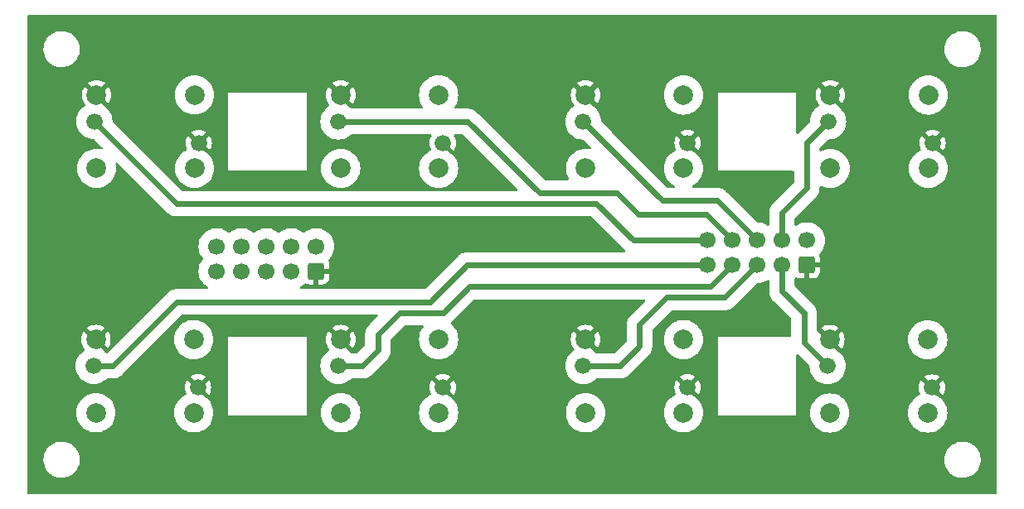
<source format=gtl>
%TF.GenerationSoftware,KiCad,Pcbnew,(7.0.0)*%
%TF.CreationDate,2023-05-19T00:04:05+02:00*%
%TF.ProjectId,BP,42502e6b-6963-4616-945f-706362585858,rev?*%
%TF.SameCoordinates,Original*%
%TF.FileFunction,Copper,L1,Top*%
%TF.FilePolarity,Positive*%
%FSLAX46Y46*%
G04 Gerber Fmt 4.6, Leading zero omitted, Abs format (unit mm)*
G04 Created by KiCad (PCBNEW (7.0.0)) date 2023-05-19 00:04:05*
%MOMM*%
%LPD*%
G01*
G04 APERTURE LIST*
G04 Aperture macros list*
%AMRoundRect*
0 Rectangle with rounded corners*
0 $1 Rounding radius*
0 $2 $3 $4 $5 $6 $7 $8 $9 X,Y pos of 4 corners*
0 Add a 4 corners polygon primitive as box body*
4,1,4,$2,$3,$4,$5,$6,$7,$8,$9,$2,$3,0*
0 Add four circle primitives for the rounded corners*
1,1,$1+$1,$2,$3*
1,1,$1+$1,$4,$5*
1,1,$1+$1,$6,$7*
1,1,$1+$1,$8,$9*
0 Add four rect primitives between the rounded corners*
20,1,$1+$1,$2,$3,$4,$5,0*
20,1,$1+$1,$4,$5,$6,$7,0*
20,1,$1+$1,$6,$7,$8,$9,0*
20,1,$1+$1,$8,$9,$2,$3,0*%
G04 Aperture macros list end*
%TA.AperFunction,WasherPad*%
%ADD10C,2.000000*%
%TD*%
%TA.AperFunction,ComponentPad*%
%ADD11C,2.000000*%
%TD*%
%TA.AperFunction,ComponentPad*%
%ADD12C,1.676400*%
%TD*%
%TA.AperFunction,ComponentPad*%
%ADD13RoundRect,0.250000X0.600000X-0.600000X0.600000X0.600000X-0.600000X0.600000X-0.600000X-0.600000X0*%
%TD*%
%TA.AperFunction,ComponentPad*%
%ADD14C,1.700000*%
%TD*%
%TA.AperFunction,Conductor*%
%ADD15C,0.600000*%
%TD*%
G04 APERTURE END LIST*
D10*
%TO.P,SW3,*%
%TO.N,*%
X104500000Y-196700000D03*
X104500000Y-204200000D03*
D11*
%TO.P,SW3,1,1*%
%TO.N,GND*%
X94500000Y-196700000D03*
%TO.P,SW3,2,2*%
%TO.N,Net-(J1-D2)*%
X94500000Y-204200000D03*
%TD*%
D10*
%TO.P,SW5,*%
%TO.N,*%
X129500000Y-196700000D03*
X129500000Y-204200000D03*
D11*
%TO.P,SW5,1,1*%
%TO.N,GND*%
X119500000Y-196700000D03*
%TO.P,SW5,2,2*%
%TO.N,Net-(J1-D4)*%
X119500000Y-204200000D03*
%TD*%
D10*
%TO.P,SW7,*%
%TO.N,*%
X154500000Y-196700000D03*
X154500000Y-204200000D03*
D11*
%TO.P,SW7,1,1*%
%TO.N,GND*%
X144500000Y-196700000D03*
%TO.P,SW7,2,2*%
%TO.N,Net-(J1-D6)*%
X144500000Y-204200000D03*
%TD*%
D10*
%TO.P,SW2,*%
%TO.N,*%
X79500000Y-221700100D03*
X79500000Y-229200100D03*
D11*
%TO.P,SW2,1,1*%
%TO.N,GND*%
X69500000Y-221700100D03*
%TO.P,SW2,2,2*%
%TO.N,Net-(J1-D1)*%
X69500000Y-229200100D03*
%TD*%
D10*
%TO.P,SW6,*%
%TO.N,*%
X129500000Y-221700000D03*
X129500000Y-229200000D03*
D11*
%TO.P,SW6,1,1*%
%TO.N,GND*%
X119500000Y-221700000D03*
%TO.P,SW6,2,2*%
%TO.N,Net-(J1-D5)*%
X119500000Y-229200000D03*
%TD*%
D10*
%TO.P,SW8,*%
%TO.N,*%
X154437000Y-221718700D03*
X154437000Y-229218700D03*
D11*
%TO.P,SW8,1,1*%
%TO.N,GND*%
X144437000Y-221718700D03*
%TO.P,SW8,2,2*%
%TO.N,Net-(J1-D7)*%
X144437000Y-229218700D03*
%TD*%
D10*
%TO.P,SW1,*%
%TO.N,*%
X79571000Y-196681300D03*
X79571000Y-204181300D03*
D11*
%TO.P,SW1,1,1*%
%TO.N,GND*%
X69571000Y-196681300D03*
%TO.P,SW1,2,2*%
%TO.N,Net-(J1-D0)*%
X69571000Y-204181300D03*
%TD*%
D12*
%TO.P,D3,1,A*%
%TO.N,Net-(D3-A)*%
X94271200Y-199400000D03*
%TO.P,D3,2,K*%
%TO.N,GND*%
X104921200Y-201600000D03*
%TD*%
%TO.P,D5,1,A*%
%TO.N,Net-(D5-A)*%
X119271200Y-199400000D03*
%TO.P,D5,2,K*%
%TO.N,GND*%
X129921200Y-201600000D03*
%TD*%
%TO.P,D7,1,A*%
%TO.N,Net-(D7-A)*%
X144271200Y-199400000D03*
%TO.P,D7,2,K*%
%TO.N,GND*%
X154921200Y-201600000D03*
%TD*%
%TO.P,D2,1,A*%
%TO.N,Net-(D2-A)*%
X69271200Y-224400100D03*
%TO.P,D2,2,K*%
%TO.N,GND*%
X79921200Y-226600100D03*
%TD*%
%TO.P,D6,1,A*%
%TO.N,Net-(D6-A)*%
X119271200Y-224400000D03*
%TO.P,D6,2,K*%
%TO.N,GND*%
X129921200Y-226600000D03*
%TD*%
%TO.P,D8,1,A*%
%TO.N,Net-(D8-A)*%
X144224200Y-224418700D03*
%TO.P,D8,2,K*%
%TO.N,GND*%
X154874200Y-226618700D03*
%TD*%
%TO.P,D1,1,A*%
%TO.N,Net-(D1-A)*%
X69342200Y-199381300D03*
%TO.P,D1,2,K*%
%TO.N,GND*%
X79992200Y-201581300D03*
%TD*%
%TO.P,D4,1,A*%
%TO.N,Net-(D4-A)*%
X94271200Y-224400000D03*
%TO.P,D4,2,K*%
%TO.N,GND*%
X104921200Y-226600000D03*
%TD*%
D10*
%TO.P,SW4,*%
%TO.N,*%
X104500000Y-221700000D03*
X104500000Y-229200000D03*
D11*
%TO.P,SW4,1,1*%
%TO.N,GND*%
X94500000Y-221700000D03*
%TO.P,SW4,2,2*%
%TO.N,Net-(J1-D3)*%
X94500000Y-229200000D03*
%TD*%
D13*
%TO.P,J2,1,vss*%
%TO.N,GND*%
X142100000Y-214100000D03*
D14*
%TO.P,J2,2,vd*%
%TO.N,unconnected-(J2-vd-Pad2)*%
X142100000Y-211560000D03*
%TO.P,J2,3,D7*%
%TO.N,Net-(D8-A)*%
X139560000Y-214100000D03*
%TO.P,J2,4,D6*%
%TO.N,Net-(D7-A)*%
X139560000Y-211560000D03*
%TO.P,J2,5,D5*%
%TO.N,Net-(D6-A)*%
X137020000Y-214100000D03*
%TO.P,J2,6,D4*%
%TO.N,Net-(D5-A)*%
X137020000Y-211560000D03*
%TO.P,J2,7,D3*%
%TO.N,Net-(D4-A)*%
X134480000Y-214100000D03*
%TO.P,J2,8,D2*%
%TO.N,Net-(D3-A)*%
X134480000Y-211560000D03*
%TO.P,J2,9,D1*%
%TO.N,Net-(D2-A)*%
X131940000Y-214100000D03*
%TO.P,J2,10,D0*%
%TO.N,Net-(D1-A)*%
X131940000Y-211560000D03*
%TD*%
D13*
%TO.P,J1,1,vss*%
%TO.N,GND*%
X92000000Y-214700000D03*
D14*
%TO.P,J1,2,vd*%
%TO.N,unconnected-(J1-vd-Pad2)*%
X92000000Y-212160000D03*
%TO.P,J1,3,D7*%
%TO.N,Net-(J1-D7)*%
X89460000Y-214700000D03*
%TO.P,J1,4,D6*%
%TO.N,Net-(J1-D6)*%
X89460000Y-212160000D03*
%TO.P,J1,5,D5*%
%TO.N,Net-(J1-D5)*%
X86920000Y-214700000D03*
%TO.P,J1,6,D4*%
%TO.N,Net-(J1-D4)*%
X86920000Y-212160000D03*
%TO.P,J1,7,D3*%
%TO.N,Net-(J1-D3)*%
X84380000Y-214700000D03*
%TO.P,J1,8,D2*%
%TO.N,Net-(J1-D2)*%
X84380000Y-212160000D03*
%TO.P,J1,9,D1*%
%TO.N,Net-(J1-D1)*%
X81840000Y-214700000D03*
%TO.P,J1,10,D0*%
%TO.N,Net-(J1-D0)*%
X81840000Y-212160000D03*
%TD*%
D15*
%TO.N,Net-(D1-A)*%
X124360000Y-211560000D02*
X131940000Y-211560000D01*
X77760900Y-207800000D02*
X120600000Y-207800000D01*
X120600000Y-207800000D02*
X124360000Y-211560000D01*
X69342200Y-199381300D02*
X77760900Y-207800000D01*
%TO.N,Net-(D2-A)*%
X131940000Y-214100000D02*
X107369000Y-214100000D01*
X71199900Y-224400100D02*
X77765500Y-217834500D01*
X107369000Y-214100000D02*
X103634500Y-217834500D01*
X77765500Y-217834500D02*
X103634500Y-217834500D01*
X69271200Y-224400100D02*
X71199900Y-224400100D01*
%TO.N,Net-(D3-A)*%
X131820000Y-208900000D02*
X134480000Y-211560000D01*
X107500000Y-199400000D02*
X114800000Y-206700000D01*
X114800000Y-206700000D02*
X122700000Y-206700000D01*
X94271200Y-199400000D02*
X107500000Y-199400000D01*
X122700000Y-206700000D02*
X124900000Y-208900000D01*
X124900000Y-208900000D02*
X131820000Y-208900000D01*
%TO.N,Net-(D4-A)*%
X134480000Y-214100000D02*
X132280000Y-216300000D01*
X96700000Y-224400000D02*
X94271200Y-224400000D01*
X104965500Y-218934500D02*
X100500000Y-218934500D01*
X132280000Y-216300000D02*
X107600000Y-216300000D01*
X100500000Y-218934500D02*
X98300000Y-221134500D01*
X98300000Y-222800000D02*
X96700000Y-224400000D01*
X98300000Y-221134500D02*
X98300000Y-222800000D01*
X107600000Y-216300000D02*
X104965500Y-218934500D01*
%TO.N,Net-(D5-A)*%
X127371200Y-207500000D02*
X119271200Y-199400000D01*
X137020000Y-211560000D02*
X132960000Y-207500000D01*
X132960000Y-207500000D02*
X127371200Y-207500000D01*
%TO.N,Net-(D6-A)*%
X125000000Y-222400000D02*
X123000000Y-224400000D01*
X133720000Y-217400000D02*
X127800000Y-217400000D01*
X123000000Y-224400000D02*
X119271200Y-224400000D01*
X127800000Y-217400000D02*
X125000000Y-220200000D01*
X137020000Y-214100000D02*
X133720000Y-217400000D01*
X125000000Y-220200000D02*
X125000000Y-222400000D01*
%TO.N,Net-(D7-A)*%
X142100000Y-201571200D02*
X142100000Y-206200000D01*
X142100000Y-206200000D02*
X139560000Y-208740000D01*
X139560000Y-208740000D02*
X139560000Y-211560000D01*
X144271200Y-199400000D02*
X142100000Y-201571200D01*
%TO.N,Net-(D8-A)*%
X139560000Y-216760000D02*
X141800000Y-219000000D01*
X139560000Y-214100000D02*
X139560000Y-216760000D01*
X141800000Y-221994500D02*
X144224200Y-224418700D01*
X141800000Y-219000000D02*
X141800000Y-221994500D01*
%TD*%
%TA.AperFunction,Conductor*%
%TO.N,GND*%
G36*
X161437000Y-188516881D02*
G01*
X161483119Y-188563000D01*
X161500000Y-188626000D01*
X161500000Y-237374000D01*
X161483119Y-237437000D01*
X161437000Y-237483119D01*
X161374000Y-237500000D01*
X62626000Y-237500000D01*
X62563000Y-237483119D01*
X62516881Y-237437000D01*
X62500000Y-237374000D01*
X62500000Y-234067765D01*
X64145788Y-234067765D01*
X64146290Y-234072332D01*
X64146291Y-234072344D01*
X64174910Y-234332444D01*
X64174911Y-234332453D01*
X64175414Y-234337018D01*
X64243928Y-234599088D01*
X64245725Y-234603318D01*
X64245728Y-234603325D01*
X64295866Y-234721308D01*
X64349870Y-234848390D01*
X64490982Y-235079610D01*
X64664255Y-235287820D01*
X64759177Y-235372870D01*
X64862561Y-235465503D01*
X64862565Y-235465506D01*
X64865998Y-235468582D01*
X65091910Y-235618044D01*
X65337176Y-235733020D01*
X65596569Y-235811060D01*
X65864561Y-235850500D01*
X66065330Y-235850500D01*
X66067631Y-235850500D01*
X66270156Y-235835677D01*
X66534553Y-235776780D01*
X66787558Y-235680014D01*
X67023777Y-235547441D01*
X67238177Y-235381888D01*
X67426186Y-235186881D01*
X67583799Y-234966579D01*
X67707656Y-234725675D01*
X67795118Y-234469305D01*
X67844319Y-234202933D01*
X67849259Y-234067765D01*
X156145788Y-234067765D01*
X156146290Y-234072332D01*
X156146291Y-234072344D01*
X156174910Y-234332444D01*
X156174911Y-234332453D01*
X156175414Y-234337018D01*
X156243928Y-234599088D01*
X156245725Y-234603318D01*
X156245728Y-234603325D01*
X156295866Y-234721308D01*
X156349870Y-234848390D01*
X156490982Y-235079610D01*
X156664255Y-235287820D01*
X156759177Y-235372870D01*
X156862561Y-235465503D01*
X156862565Y-235465506D01*
X156865998Y-235468582D01*
X157091910Y-235618044D01*
X157337176Y-235733020D01*
X157596569Y-235811060D01*
X157864561Y-235850500D01*
X158065330Y-235850500D01*
X158067631Y-235850500D01*
X158270156Y-235835677D01*
X158534553Y-235776780D01*
X158787558Y-235680014D01*
X159023777Y-235547441D01*
X159238177Y-235381888D01*
X159426186Y-235186881D01*
X159583799Y-234966579D01*
X159707656Y-234725675D01*
X159795118Y-234469305D01*
X159844319Y-234202933D01*
X159854212Y-233932235D01*
X159824586Y-233662982D01*
X159756072Y-233400912D01*
X159650130Y-233151610D01*
X159509018Y-232920390D01*
X159335745Y-232712180D01*
X159260137Y-232644435D01*
X159137438Y-232534496D01*
X159137432Y-232534491D01*
X159134002Y-232531418D01*
X158908090Y-232381956D01*
X158662824Y-232266980D01*
X158658420Y-232265655D01*
X158407843Y-232190267D01*
X158407838Y-232190265D01*
X158403431Y-232188940D01*
X158398874Y-232188269D01*
X158398868Y-232188268D01*
X158140000Y-232150171D01*
X158139996Y-232150170D01*
X158135439Y-232149500D01*
X157932369Y-232149500D01*
X157930098Y-232149666D01*
X157930076Y-232149667D01*
X157734438Y-232163986D01*
X157734427Y-232163987D01*
X157729844Y-232164323D01*
X157725353Y-232165323D01*
X157725349Y-232165324D01*
X157469939Y-232222219D01*
X157469934Y-232222220D01*
X157465447Y-232223220D01*
X157461149Y-232224863D01*
X157461145Y-232224865D01*
X157216746Y-232318339D01*
X157216735Y-232318343D01*
X157212442Y-232319986D01*
X157208434Y-232322235D01*
X157208422Y-232322241D01*
X156980232Y-232450308D01*
X156980221Y-232450314D01*
X156976223Y-232452559D01*
X156972589Y-232455364D01*
X156972586Y-232455367D01*
X156765466Y-232615298D01*
X156765458Y-232615305D01*
X156761823Y-232618112D01*
X156758632Y-232621421D01*
X156758625Y-232621428D01*
X156577011Y-232809802D01*
X156577004Y-232809809D01*
X156573814Y-232813119D01*
X156571136Y-232816861D01*
X156571131Y-232816868D01*
X156418885Y-233029668D01*
X156418878Y-233029677D01*
X156416201Y-233033421D01*
X156414097Y-233037512D01*
X156414091Y-233037523D01*
X156294453Y-233270222D01*
X156292344Y-233274325D01*
X156290856Y-233278684D01*
X156290854Y-233278691D01*
X156206371Y-233526327D01*
X156206367Y-233526341D01*
X156204882Y-233530695D01*
X156204044Y-233535228D01*
X156204044Y-233535231D01*
X156156517Y-233792537D01*
X156156515Y-233792546D01*
X156155681Y-233797067D01*
X156155513Y-233801656D01*
X156155512Y-233801668D01*
X156145956Y-234063161D01*
X156145788Y-234067765D01*
X67849259Y-234067765D01*
X67854212Y-233932235D01*
X67824586Y-233662982D01*
X67756072Y-233400912D01*
X67650130Y-233151610D01*
X67509018Y-232920390D01*
X67335745Y-232712180D01*
X67260137Y-232644435D01*
X67137438Y-232534496D01*
X67137432Y-232534491D01*
X67134002Y-232531418D01*
X66908090Y-232381956D01*
X66662824Y-232266980D01*
X66658420Y-232265655D01*
X66407843Y-232190267D01*
X66407838Y-232190265D01*
X66403431Y-232188940D01*
X66398874Y-232188269D01*
X66398868Y-232188268D01*
X66140000Y-232150171D01*
X66139996Y-232150170D01*
X66135439Y-232149500D01*
X65932369Y-232149500D01*
X65930098Y-232149666D01*
X65930076Y-232149667D01*
X65734438Y-232163986D01*
X65734427Y-232163987D01*
X65729844Y-232164323D01*
X65725353Y-232165323D01*
X65725349Y-232165324D01*
X65469939Y-232222219D01*
X65469934Y-232222220D01*
X65465447Y-232223220D01*
X65461149Y-232224863D01*
X65461145Y-232224865D01*
X65216746Y-232318339D01*
X65216735Y-232318343D01*
X65212442Y-232319986D01*
X65208434Y-232322235D01*
X65208422Y-232322241D01*
X64980232Y-232450308D01*
X64980221Y-232450314D01*
X64976223Y-232452559D01*
X64972589Y-232455364D01*
X64972586Y-232455367D01*
X64765466Y-232615298D01*
X64765458Y-232615305D01*
X64761823Y-232618112D01*
X64758632Y-232621421D01*
X64758625Y-232621428D01*
X64577011Y-232809802D01*
X64577004Y-232809809D01*
X64573814Y-232813119D01*
X64571136Y-232816861D01*
X64571131Y-232816868D01*
X64418885Y-233029668D01*
X64418878Y-233029677D01*
X64416201Y-233033421D01*
X64414097Y-233037512D01*
X64414091Y-233037523D01*
X64294453Y-233270222D01*
X64292344Y-233274325D01*
X64290856Y-233278684D01*
X64290854Y-233278691D01*
X64206371Y-233526327D01*
X64206367Y-233526341D01*
X64204882Y-233530695D01*
X64204044Y-233535228D01*
X64204044Y-233535231D01*
X64156517Y-233792537D01*
X64156515Y-233792546D01*
X64155681Y-233797067D01*
X64155513Y-233801656D01*
X64155512Y-233801668D01*
X64145956Y-234063161D01*
X64145788Y-234067765D01*
X62500000Y-234067765D01*
X62500000Y-229200100D01*
X67494390Y-229200100D01*
X67514804Y-229485528D01*
X67515757Y-229489912D01*
X67515759Y-229489921D01*
X67574654Y-229760657D01*
X67575631Y-229765146D01*
X67577199Y-229769351D01*
X67577200Y-229769353D01*
X67625631Y-229899203D01*
X67675633Y-230033261D01*
X67812774Y-230284415D01*
X67815470Y-230288017D01*
X67815473Y-230288021D01*
X67829397Y-230306621D01*
X67984261Y-230513495D01*
X68186605Y-230715839D01*
X68303016Y-230802983D01*
X68411944Y-230884526D01*
X68415685Y-230887326D01*
X68666839Y-231024467D01*
X68934954Y-231124469D01*
X69214572Y-231185296D01*
X69500000Y-231205710D01*
X69785428Y-231185296D01*
X70065046Y-231124469D01*
X70333161Y-231024467D01*
X70584315Y-230887326D01*
X70813395Y-230715839D01*
X71015739Y-230513495D01*
X71187226Y-230284415D01*
X71324367Y-230033261D01*
X71424369Y-229765146D01*
X71485196Y-229485528D01*
X71505610Y-229200100D01*
X77494390Y-229200100D01*
X77514804Y-229485528D01*
X77515757Y-229489912D01*
X77515759Y-229489921D01*
X77574654Y-229760657D01*
X77575631Y-229765146D01*
X77577199Y-229769351D01*
X77577200Y-229769353D01*
X77625631Y-229899203D01*
X77675633Y-230033261D01*
X77812774Y-230284415D01*
X77815470Y-230288017D01*
X77815473Y-230288021D01*
X77829397Y-230306621D01*
X77984261Y-230513495D01*
X78186605Y-230715839D01*
X78303016Y-230802983D01*
X78411944Y-230884526D01*
X78415685Y-230887326D01*
X78666839Y-231024467D01*
X78934954Y-231124469D01*
X79214572Y-231185296D01*
X79500000Y-231205710D01*
X79785428Y-231185296D01*
X80065046Y-231124469D01*
X80333161Y-231024467D01*
X80584315Y-230887326D01*
X80813395Y-230715839D01*
X81015739Y-230513495D01*
X81187226Y-230284415D01*
X81324367Y-230033261D01*
X81424369Y-229765146D01*
X81485196Y-229485528D01*
X81505610Y-229200100D01*
X81485196Y-228914672D01*
X81424369Y-228635054D01*
X81324367Y-228366939D01*
X81187226Y-228115785D01*
X81015739Y-227886705D01*
X80813395Y-227684361D01*
X80809657Y-227681563D01*
X80587921Y-227515573D01*
X80587917Y-227515570D01*
X80584315Y-227512874D01*
X80358888Y-227389781D01*
X80330178Y-227368289D01*
X79921200Y-226959310D01*
X79921199Y-226959309D01*
X79561989Y-226600099D01*
X80285367Y-226600099D01*
X80292140Y-226611830D01*
X81025970Y-227345659D01*
X81035400Y-227351666D01*
X81043642Y-227344114D01*
X81088340Y-227280279D01*
X81093822Y-227270783D01*
X81188722Y-227067268D01*
X81192468Y-227056976D01*
X81250587Y-226840072D01*
X81252491Y-226829277D01*
X81272063Y-226605575D01*
X81272063Y-226594625D01*
X81252491Y-226370922D01*
X81250587Y-226360127D01*
X81192468Y-226143223D01*
X81188722Y-226132931D01*
X81093819Y-225929409D01*
X81088342Y-225919923D01*
X81043643Y-225856086D01*
X81035400Y-225848532D01*
X81025968Y-225854541D01*
X80292139Y-226588370D01*
X80285367Y-226600099D01*
X79561989Y-226600099D01*
X78816430Y-225854541D01*
X78806998Y-225848532D01*
X78798756Y-225856085D01*
X78754058Y-225919922D01*
X78748579Y-225929412D01*
X78653677Y-226132931D01*
X78649931Y-226143223D01*
X78591812Y-226360127D01*
X78589908Y-226370922D01*
X78570337Y-226594625D01*
X78570337Y-226605575D01*
X78589908Y-226829277D01*
X78591812Y-226840072D01*
X78649931Y-227056976D01*
X78653679Y-227067273D01*
X78721035Y-227211720D01*
X78732333Y-227276259D01*
X78709697Y-227337746D01*
X78665909Y-227374031D01*
X78666839Y-227375733D01*
X78419638Y-227510715D01*
X78419632Y-227510718D01*
X78415685Y-227512874D01*
X78412088Y-227515565D01*
X78412078Y-227515573D01*
X78190208Y-227681663D01*
X78190200Y-227681669D01*
X78186605Y-227684361D01*
X78183426Y-227687539D01*
X78183419Y-227687546D01*
X77987446Y-227883519D01*
X77987439Y-227883526D01*
X77984261Y-227886705D01*
X77981569Y-227890300D01*
X77981563Y-227890308D01*
X77815473Y-228112178D01*
X77815465Y-228112188D01*
X77812774Y-228115785D01*
X77810618Y-228119732D01*
X77810615Y-228119738D01*
X77800459Y-228138338D01*
X77675633Y-228366939D01*
X77674065Y-228371142D01*
X77674064Y-228371145D01*
X77577200Y-228630846D01*
X77577198Y-228630852D01*
X77575631Y-228635054D01*
X77574677Y-228639436D01*
X77574676Y-228639442D01*
X77515759Y-228910278D01*
X77515757Y-228910289D01*
X77514804Y-228914672D01*
X77494390Y-229200100D01*
X71505610Y-229200100D01*
X71485196Y-228914672D01*
X71424369Y-228635054D01*
X71324367Y-228366939D01*
X71187226Y-228115785D01*
X71015739Y-227886705D01*
X70813395Y-227684361D01*
X70809657Y-227681563D01*
X70587921Y-227515573D01*
X70587917Y-227515570D01*
X70584315Y-227512874D01*
X70333161Y-227375733D01*
X70119121Y-227295900D01*
X70069253Y-227277300D01*
X70069251Y-227277299D01*
X70065046Y-227275731D01*
X70060660Y-227274776D01*
X70060657Y-227274776D01*
X69789821Y-227215859D01*
X69789812Y-227215857D01*
X69785428Y-227214904D01*
X69740909Y-227211720D01*
X69504488Y-227194811D01*
X69500000Y-227194490D01*
X69495512Y-227194811D01*
X69219059Y-227214583D01*
X69219057Y-227214583D01*
X69214572Y-227214904D01*
X69210189Y-227215857D01*
X69210178Y-227215859D01*
X68939342Y-227274776D01*
X68939336Y-227274777D01*
X68934954Y-227275731D01*
X68930752Y-227277298D01*
X68930746Y-227277300D01*
X68671045Y-227374164D01*
X68671042Y-227374165D01*
X68666839Y-227375733D01*
X68662895Y-227377886D01*
X68662894Y-227377887D01*
X68419638Y-227510715D01*
X68419632Y-227510718D01*
X68415685Y-227512874D01*
X68412088Y-227515565D01*
X68412078Y-227515573D01*
X68190208Y-227681663D01*
X68190200Y-227681669D01*
X68186605Y-227684361D01*
X68183426Y-227687539D01*
X68183419Y-227687546D01*
X67987446Y-227883519D01*
X67987439Y-227883526D01*
X67984261Y-227886705D01*
X67981569Y-227890300D01*
X67981563Y-227890308D01*
X67815473Y-228112178D01*
X67815465Y-228112188D01*
X67812774Y-228115785D01*
X67810618Y-228119732D01*
X67810615Y-228119738D01*
X67800459Y-228138338D01*
X67675633Y-228366939D01*
X67674065Y-228371142D01*
X67674064Y-228371145D01*
X67577200Y-228630846D01*
X67577198Y-228630852D01*
X67575631Y-228635054D01*
X67574677Y-228639436D01*
X67574676Y-228639442D01*
X67515759Y-228910278D01*
X67515757Y-228910289D01*
X67514804Y-228914672D01*
X67494390Y-229200100D01*
X62500000Y-229200100D01*
X62500000Y-224400100D01*
X67427803Y-224400100D01*
X67428124Y-224404588D01*
X67446244Y-224657954D01*
X67446245Y-224657967D01*
X67446566Y-224662443D01*
X67502474Y-224919445D01*
X67504042Y-224923649D01*
X67504045Y-224923659D01*
X67592779Y-225161563D01*
X67594387Y-225165875D01*
X67596541Y-225169820D01*
X67596543Y-225169824D01*
X67634442Y-225239231D01*
X67720436Y-225396716D01*
X67878054Y-225607268D01*
X68064032Y-225793246D01*
X68274584Y-225950864D01*
X68505425Y-226076913D01*
X68751855Y-226168826D01*
X69008857Y-226224734D01*
X69271200Y-226243497D01*
X69533543Y-226224734D01*
X69790545Y-226168826D01*
X70036975Y-226076913D01*
X70267816Y-225950864D01*
X70478368Y-225793246D01*
X70534109Y-225737505D01*
X70574986Y-225710191D01*
X70623204Y-225700600D01*
X71086109Y-225700600D01*
X71086117Y-225700600D01*
X71086121Y-225700601D01*
X71308175Y-225700601D01*
X71313679Y-225700601D01*
X71338861Y-225696160D01*
X71364396Y-225691658D01*
X71375288Y-225690223D01*
X71426592Y-225685735D01*
X71476357Y-225672399D01*
X71487055Y-225670028D01*
X71537780Y-225661085D01*
X71542951Y-225659203D01*
X71586170Y-225643472D01*
X71596659Y-225640165D01*
X71646396Y-225626839D01*
X71693076Y-225605070D01*
X71703203Y-225600875D01*
X71751615Y-225583256D01*
X71796238Y-225557491D01*
X71805959Y-225552431D01*
X71852634Y-225530668D01*
X71894820Y-225501127D01*
X71904065Y-225495237D01*
X71920242Y-225485898D01*
X79169632Y-225485898D01*
X79175641Y-225495330D01*
X79909470Y-226229159D01*
X79921199Y-226235931D01*
X79932930Y-226229158D01*
X80666760Y-225495327D01*
X80672767Y-225485898D01*
X80665215Y-225477657D01*
X80601376Y-225432957D01*
X80591886Y-225427478D01*
X80388368Y-225332577D01*
X80378076Y-225328831D01*
X80161172Y-225270712D01*
X80150377Y-225268808D01*
X79926675Y-225249237D01*
X79915725Y-225249237D01*
X79692022Y-225268808D01*
X79681227Y-225270712D01*
X79464323Y-225328831D01*
X79454031Y-225332577D01*
X79250512Y-225427479D01*
X79241022Y-225432958D01*
X79177185Y-225477656D01*
X79169632Y-225485898D01*
X71920242Y-225485898D01*
X71948686Y-225469477D01*
X71988141Y-225436368D01*
X71996846Y-225429689D01*
X72023030Y-225411356D01*
X72034525Y-225403308D01*
X72034527Y-225403305D01*
X72039039Y-225400147D01*
X72199947Y-225239239D01*
X72199949Y-225239235D01*
X75739084Y-221700100D01*
X77494390Y-221700100D01*
X77514804Y-221985528D01*
X77515757Y-221989912D01*
X77515759Y-221989921D01*
X77574654Y-222260657D01*
X77575631Y-222265146D01*
X77577199Y-222269351D01*
X77577200Y-222269353D01*
X77625632Y-222399203D01*
X77675633Y-222533261D01*
X77812774Y-222784415D01*
X77815470Y-222788017D01*
X77815473Y-222788021D01*
X77934147Y-222946551D01*
X77984261Y-223013495D01*
X78186605Y-223215839D01*
X78273212Y-223280672D01*
X78411944Y-223384526D01*
X78415685Y-223387326D01*
X78666839Y-223524467D01*
X78934954Y-223624469D01*
X79214572Y-223685296D01*
X79500000Y-223705710D01*
X79785428Y-223685296D01*
X80065046Y-223624469D01*
X80333161Y-223524467D01*
X80584315Y-223387326D01*
X80813395Y-223215839D01*
X81015739Y-223013495D01*
X81187226Y-222784415D01*
X81324367Y-222533261D01*
X81424369Y-222265146D01*
X81485196Y-221985528D01*
X81505610Y-221700100D01*
X81487723Y-221450000D01*
X83000000Y-221450000D01*
X83000000Y-229450000D01*
X90983410Y-229450000D01*
X91000000Y-229450000D01*
X91000000Y-229200000D01*
X92494390Y-229200000D01*
X92514804Y-229485428D01*
X92515757Y-229489812D01*
X92515759Y-229489821D01*
X92574676Y-229760657D01*
X92575631Y-229765046D01*
X92675633Y-230033161D01*
X92812774Y-230284315D01*
X92815470Y-230287917D01*
X92815473Y-230287921D01*
X92829472Y-230306621D01*
X92984261Y-230513395D01*
X93186605Y-230715739D01*
X93415685Y-230887226D01*
X93666839Y-231024367D01*
X93934954Y-231124369D01*
X94214572Y-231185196D01*
X94500000Y-231205610D01*
X94785428Y-231185196D01*
X95065046Y-231124369D01*
X95333161Y-231024367D01*
X95584315Y-230887226D01*
X95813395Y-230715739D01*
X96015739Y-230513395D01*
X96187226Y-230284315D01*
X96324367Y-230033161D01*
X96424369Y-229765046D01*
X96485196Y-229485428D01*
X96505610Y-229200000D01*
X102494390Y-229200000D01*
X102514804Y-229485428D01*
X102515757Y-229489812D01*
X102515759Y-229489821D01*
X102574676Y-229760657D01*
X102575631Y-229765046D01*
X102675633Y-230033161D01*
X102812774Y-230284315D01*
X102815470Y-230287917D01*
X102815473Y-230287921D01*
X102829472Y-230306621D01*
X102984261Y-230513395D01*
X103186605Y-230715739D01*
X103415685Y-230887226D01*
X103666839Y-231024367D01*
X103934954Y-231124369D01*
X104214572Y-231185196D01*
X104500000Y-231205610D01*
X104785428Y-231185196D01*
X105065046Y-231124369D01*
X105333161Y-231024367D01*
X105584315Y-230887226D01*
X105813395Y-230715739D01*
X106015739Y-230513395D01*
X106187226Y-230284315D01*
X106324367Y-230033161D01*
X106424369Y-229765046D01*
X106485196Y-229485428D01*
X106505610Y-229200000D01*
X117494390Y-229200000D01*
X117514804Y-229485428D01*
X117515757Y-229489812D01*
X117515759Y-229489821D01*
X117574676Y-229760657D01*
X117575631Y-229765046D01*
X117675633Y-230033161D01*
X117812774Y-230284315D01*
X117815470Y-230287917D01*
X117815473Y-230287921D01*
X117829472Y-230306621D01*
X117984261Y-230513395D01*
X118186605Y-230715739D01*
X118415685Y-230887226D01*
X118666839Y-231024367D01*
X118934954Y-231124369D01*
X119214572Y-231185196D01*
X119500000Y-231205610D01*
X119785428Y-231185196D01*
X120065046Y-231124369D01*
X120333161Y-231024367D01*
X120584315Y-230887226D01*
X120813395Y-230715739D01*
X121015739Y-230513395D01*
X121187226Y-230284315D01*
X121324367Y-230033161D01*
X121424369Y-229765046D01*
X121485196Y-229485428D01*
X121505610Y-229200000D01*
X127494390Y-229200000D01*
X127514804Y-229485428D01*
X127515757Y-229489812D01*
X127515759Y-229489821D01*
X127574676Y-229760657D01*
X127575631Y-229765046D01*
X127675633Y-230033161D01*
X127812774Y-230284315D01*
X127815470Y-230287917D01*
X127815473Y-230287921D01*
X127829472Y-230306621D01*
X127984261Y-230513395D01*
X128186605Y-230715739D01*
X128415685Y-230887226D01*
X128666839Y-231024367D01*
X128934954Y-231124369D01*
X129214572Y-231185196D01*
X129500000Y-231205610D01*
X129785428Y-231185196D01*
X130065046Y-231124369D01*
X130333161Y-231024367D01*
X130584315Y-230887226D01*
X130813395Y-230715739D01*
X131015739Y-230513395D01*
X131187226Y-230284315D01*
X131324367Y-230033161D01*
X131424369Y-229765046D01*
X131485196Y-229485428D01*
X131505610Y-229200000D01*
X131485196Y-228914572D01*
X131424369Y-228634954D01*
X131324367Y-228366839D01*
X131187226Y-228115685D01*
X131015739Y-227886605D01*
X130813395Y-227684261D01*
X130612901Y-227534173D01*
X130587921Y-227515473D01*
X130587917Y-227515470D01*
X130584315Y-227512774D01*
X130358888Y-227389681D01*
X130330178Y-227368189D01*
X129921200Y-226959210D01*
X129921199Y-226959209D01*
X129561989Y-226599999D01*
X130285367Y-226599999D01*
X130292139Y-226611728D01*
X131025967Y-227345556D01*
X131035400Y-227351566D01*
X131043642Y-227344014D01*
X131088340Y-227280179D01*
X131093822Y-227270683D01*
X131188722Y-227067168D01*
X131192468Y-227056876D01*
X131250587Y-226839972D01*
X131252491Y-226829177D01*
X131272063Y-226605475D01*
X131272063Y-226594525D01*
X131252491Y-226370822D01*
X131250587Y-226360027D01*
X131192468Y-226143123D01*
X131188722Y-226132831D01*
X131093819Y-225929309D01*
X131088342Y-225919823D01*
X131043643Y-225855986D01*
X131035399Y-225848432D01*
X131025971Y-225854438D01*
X130292140Y-226588268D01*
X130285367Y-226599999D01*
X129561989Y-226599999D01*
X128816430Y-225854441D01*
X128806998Y-225848432D01*
X128798756Y-225855985D01*
X128754058Y-225919822D01*
X128748579Y-225929312D01*
X128653677Y-226132831D01*
X128649931Y-226143123D01*
X128591812Y-226360027D01*
X128589908Y-226370822D01*
X128570337Y-226594525D01*
X128570337Y-226605475D01*
X128589908Y-226829177D01*
X128591812Y-226839972D01*
X128649931Y-227056876D01*
X128653679Y-227067173D01*
X128721035Y-227211620D01*
X128732333Y-227276159D01*
X128709697Y-227337646D01*
X128665909Y-227373931D01*
X128666839Y-227375633D01*
X128419638Y-227510615D01*
X128419632Y-227510618D01*
X128415685Y-227512774D01*
X128412088Y-227515465D01*
X128412078Y-227515473D01*
X128190208Y-227681563D01*
X128190200Y-227681569D01*
X128186605Y-227684261D01*
X128183426Y-227687439D01*
X128183419Y-227687446D01*
X127987446Y-227883419D01*
X127987439Y-227883426D01*
X127984261Y-227886605D01*
X127981569Y-227890200D01*
X127981563Y-227890208D01*
X127815473Y-228112078D01*
X127815465Y-228112088D01*
X127812774Y-228115685D01*
X127810618Y-228119632D01*
X127810615Y-228119638D01*
X127802563Y-228134385D01*
X127675633Y-228366839D01*
X127674065Y-228371042D01*
X127674064Y-228371045D01*
X127577200Y-228630746D01*
X127577198Y-228630752D01*
X127575631Y-228634954D01*
X127574677Y-228639336D01*
X127574676Y-228639342D01*
X127515759Y-228910178D01*
X127515757Y-228910189D01*
X127514804Y-228914572D01*
X127514483Y-228919057D01*
X127514483Y-228919059D01*
X127513146Y-228937759D01*
X127494390Y-229200000D01*
X121505610Y-229200000D01*
X121485196Y-228914572D01*
X121424369Y-228634954D01*
X121324367Y-228366839D01*
X121187226Y-228115685D01*
X121015739Y-227886605D01*
X120813395Y-227684261D01*
X120612901Y-227534173D01*
X120587921Y-227515473D01*
X120587917Y-227515470D01*
X120584315Y-227512774D01*
X120333161Y-227375633D01*
X120112622Y-227293376D01*
X120069253Y-227277200D01*
X120069251Y-227277199D01*
X120065046Y-227275631D01*
X120060660Y-227274676D01*
X120060657Y-227274676D01*
X119789821Y-227215759D01*
X119789812Y-227215757D01*
X119785428Y-227214804D01*
X119740909Y-227211620D01*
X119504488Y-227194711D01*
X119500000Y-227194390D01*
X119495512Y-227194711D01*
X119219059Y-227214483D01*
X119219057Y-227214483D01*
X119214572Y-227214804D01*
X119210189Y-227215757D01*
X119210178Y-227215759D01*
X118939342Y-227274676D01*
X118939336Y-227274677D01*
X118934954Y-227275631D01*
X118930752Y-227277198D01*
X118930746Y-227277200D01*
X118671045Y-227374064D01*
X118671042Y-227374065D01*
X118666839Y-227375633D01*
X118662895Y-227377786D01*
X118662894Y-227377787D01*
X118419638Y-227510615D01*
X118419632Y-227510618D01*
X118415685Y-227512774D01*
X118412088Y-227515465D01*
X118412078Y-227515473D01*
X118190208Y-227681563D01*
X118190200Y-227681569D01*
X118186605Y-227684261D01*
X118183426Y-227687439D01*
X118183419Y-227687446D01*
X117987446Y-227883419D01*
X117987439Y-227883426D01*
X117984261Y-227886605D01*
X117981569Y-227890200D01*
X117981563Y-227890208D01*
X117815473Y-228112078D01*
X117815465Y-228112088D01*
X117812774Y-228115685D01*
X117810618Y-228119632D01*
X117810615Y-228119638D01*
X117802563Y-228134385D01*
X117675633Y-228366839D01*
X117674065Y-228371042D01*
X117674064Y-228371045D01*
X117577200Y-228630746D01*
X117577198Y-228630752D01*
X117575631Y-228634954D01*
X117574677Y-228639336D01*
X117574676Y-228639342D01*
X117515759Y-228910178D01*
X117515757Y-228910189D01*
X117514804Y-228914572D01*
X117514483Y-228919057D01*
X117514483Y-228919059D01*
X117513146Y-228937759D01*
X117494390Y-229200000D01*
X106505610Y-229200000D01*
X106485196Y-228914572D01*
X106424369Y-228634954D01*
X106324367Y-228366839D01*
X106187226Y-228115685D01*
X106015739Y-227886605D01*
X105813395Y-227684261D01*
X105612901Y-227534173D01*
X105587921Y-227515473D01*
X105587917Y-227515470D01*
X105584315Y-227512774D01*
X105358888Y-227389681D01*
X105330178Y-227368189D01*
X104921200Y-226959210D01*
X104921199Y-226959209D01*
X104561989Y-226599999D01*
X105285367Y-226599999D01*
X105292139Y-226611728D01*
X106025967Y-227345556D01*
X106035400Y-227351566D01*
X106043642Y-227344014D01*
X106088340Y-227280179D01*
X106093822Y-227270683D01*
X106188722Y-227067168D01*
X106192468Y-227056876D01*
X106250587Y-226839972D01*
X106252491Y-226829177D01*
X106272063Y-226605475D01*
X106272063Y-226594525D01*
X106252491Y-226370822D01*
X106250587Y-226360027D01*
X106192468Y-226143123D01*
X106188722Y-226132831D01*
X106093819Y-225929309D01*
X106088342Y-225919823D01*
X106043643Y-225855986D01*
X106035399Y-225848432D01*
X106025971Y-225854438D01*
X105292140Y-226588268D01*
X105285367Y-226599999D01*
X104561989Y-226599999D01*
X103816430Y-225854441D01*
X103806998Y-225848432D01*
X103798756Y-225855985D01*
X103754058Y-225919822D01*
X103748579Y-225929312D01*
X103653677Y-226132831D01*
X103649931Y-226143123D01*
X103591812Y-226360027D01*
X103589908Y-226370822D01*
X103570337Y-226594525D01*
X103570337Y-226605475D01*
X103589908Y-226829177D01*
X103591812Y-226839972D01*
X103649931Y-227056876D01*
X103653679Y-227067173D01*
X103721035Y-227211620D01*
X103732333Y-227276159D01*
X103709697Y-227337646D01*
X103665909Y-227373931D01*
X103666839Y-227375633D01*
X103419638Y-227510615D01*
X103419632Y-227510618D01*
X103415685Y-227512774D01*
X103412088Y-227515465D01*
X103412078Y-227515473D01*
X103190208Y-227681563D01*
X103190200Y-227681569D01*
X103186605Y-227684261D01*
X103183426Y-227687439D01*
X103183419Y-227687446D01*
X102987446Y-227883419D01*
X102987439Y-227883426D01*
X102984261Y-227886605D01*
X102981569Y-227890200D01*
X102981563Y-227890208D01*
X102815473Y-228112078D01*
X102815465Y-228112088D01*
X102812774Y-228115685D01*
X102810618Y-228119632D01*
X102810615Y-228119638D01*
X102802563Y-228134385D01*
X102675633Y-228366839D01*
X102674065Y-228371042D01*
X102674064Y-228371045D01*
X102577200Y-228630746D01*
X102577198Y-228630752D01*
X102575631Y-228634954D01*
X102574677Y-228639336D01*
X102574676Y-228639342D01*
X102515759Y-228910178D01*
X102515757Y-228910189D01*
X102514804Y-228914572D01*
X102514483Y-228919057D01*
X102514483Y-228919059D01*
X102513146Y-228937759D01*
X102494390Y-229200000D01*
X96505610Y-229200000D01*
X96485196Y-228914572D01*
X96424369Y-228634954D01*
X96324367Y-228366839D01*
X96187226Y-228115685D01*
X96015739Y-227886605D01*
X95813395Y-227684261D01*
X95612901Y-227534173D01*
X95587921Y-227515473D01*
X95587917Y-227515470D01*
X95584315Y-227512774D01*
X95333161Y-227375633D01*
X95112622Y-227293376D01*
X95069253Y-227277200D01*
X95069251Y-227277199D01*
X95065046Y-227275631D01*
X95060660Y-227274676D01*
X95060657Y-227274676D01*
X94789821Y-227215759D01*
X94789812Y-227215757D01*
X94785428Y-227214804D01*
X94740909Y-227211620D01*
X94504488Y-227194711D01*
X94500000Y-227194390D01*
X94495512Y-227194711D01*
X94219059Y-227214483D01*
X94219057Y-227214483D01*
X94214572Y-227214804D01*
X94210189Y-227215757D01*
X94210178Y-227215759D01*
X93939342Y-227274676D01*
X93939336Y-227274677D01*
X93934954Y-227275631D01*
X93930752Y-227277198D01*
X93930746Y-227277200D01*
X93671045Y-227374064D01*
X93671042Y-227374065D01*
X93666839Y-227375633D01*
X93662895Y-227377786D01*
X93662894Y-227377787D01*
X93419638Y-227510615D01*
X93419632Y-227510618D01*
X93415685Y-227512774D01*
X93412088Y-227515465D01*
X93412078Y-227515473D01*
X93190208Y-227681563D01*
X93190200Y-227681569D01*
X93186605Y-227684261D01*
X93183426Y-227687439D01*
X93183419Y-227687446D01*
X92987446Y-227883419D01*
X92987439Y-227883426D01*
X92984261Y-227886605D01*
X92981569Y-227890200D01*
X92981563Y-227890208D01*
X92815473Y-228112078D01*
X92815465Y-228112088D01*
X92812774Y-228115685D01*
X92810618Y-228119632D01*
X92810615Y-228119638D01*
X92802563Y-228134385D01*
X92675633Y-228366839D01*
X92674065Y-228371042D01*
X92674064Y-228371045D01*
X92577200Y-228630746D01*
X92577198Y-228630752D01*
X92575631Y-228634954D01*
X92574677Y-228639336D01*
X92574676Y-228639342D01*
X92515759Y-228910178D01*
X92515757Y-228910189D01*
X92514804Y-228914572D01*
X92514483Y-228919057D01*
X92514483Y-228919059D01*
X92513146Y-228937759D01*
X92494390Y-229200000D01*
X91000000Y-229200000D01*
X91000000Y-221450000D01*
X83000000Y-221450000D01*
X81487723Y-221450000D01*
X81485196Y-221414672D01*
X81424369Y-221135054D01*
X81324367Y-220866939D01*
X81187226Y-220615785D01*
X81076130Y-220467378D01*
X93630183Y-220467378D01*
X93636209Y-220476999D01*
X94488270Y-221329060D01*
X94499999Y-221335832D01*
X94511730Y-221329059D01*
X95363791Y-220476997D01*
X95369816Y-220467379D01*
X95361712Y-220459433D01*
X95190955Y-220354793D01*
X95182160Y-220350312D01*
X94972012Y-220263266D01*
X94962626Y-220260216D01*
X94741445Y-220207115D01*
X94731699Y-220205571D01*
X94504930Y-220187725D01*
X94495070Y-220187725D01*
X94268300Y-220205571D01*
X94258554Y-220207115D01*
X94037373Y-220260216D01*
X94027987Y-220263266D01*
X93817839Y-220350312D01*
X93809044Y-220354793D01*
X93638285Y-220459433D01*
X93630183Y-220467378D01*
X81076130Y-220467378D01*
X81015739Y-220386705D01*
X80813395Y-220184361D01*
X80715367Y-220110978D01*
X80587921Y-220015573D01*
X80587917Y-220015570D01*
X80584315Y-220012874D01*
X80333161Y-219875733D01*
X80119121Y-219795900D01*
X80069253Y-219777300D01*
X80069251Y-219777299D01*
X80065046Y-219775731D01*
X80060660Y-219774776D01*
X80060657Y-219774776D01*
X79789821Y-219715859D01*
X79789812Y-219715857D01*
X79785428Y-219714904D01*
X79500000Y-219694490D01*
X79495512Y-219694811D01*
X79219059Y-219714583D01*
X79219057Y-219714583D01*
X79214572Y-219714904D01*
X79210189Y-219715857D01*
X79210178Y-219715859D01*
X78939342Y-219774776D01*
X78939336Y-219774777D01*
X78934954Y-219775731D01*
X78930752Y-219777298D01*
X78930746Y-219777300D01*
X78671045Y-219874164D01*
X78671042Y-219874165D01*
X78666839Y-219875733D01*
X78662895Y-219877886D01*
X78662894Y-219877887D01*
X78419638Y-220010715D01*
X78419632Y-220010718D01*
X78415685Y-220012874D01*
X78412088Y-220015565D01*
X78412078Y-220015573D01*
X78190208Y-220181663D01*
X78190200Y-220181669D01*
X78186605Y-220184361D01*
X78183426Y-220187539D01*
X78183419Y-220187546D01*
X77987446Y-220383519D01*
X77987439Y-220383526D01*
X77984261Y-220386705D01*
X77981569Y-220390300D01*
X77981563Y-220390308D01*
X77815473Y-220612178D01*
X77815465Y-220612188D01*
X77812774Y-220615785D01*
X77810618Y-220619732D01*
X77810615Y-220619738D01*
X77714030Y-220796620D01*
X77675633Y-220866939D01*
X77674065Y-220871142D01*
X77674064Y-220871145D01*
X77577200Y-221130846D01*
X77577198Y-221130852D01*
X77575631Y-221135054D01*
X77574677Y-221139436D01*
X77574676Y-221139442D01*
X77515759Y-221410278D01*
X77515757Y-221410289D01*
X77514804Y-221414672D01*
X77514483Y-221419157D01*
X77514483Y-221419159D01*
X77511658Y-221458654D01*
X77494390Y-221700100D01*
X75739084Y-221700100D01*
X78267279Y-219171905D01*
X78308157Y-219144591D01*
X78356375Y-219135000D01*
X98156125Y-219135000D01*
X98213328Y-219148733D01*
X98258061Y-219186939D01*
X98280574Y-219241289D01*
X98275958Y-219299936D01*
X98245221Y-219350092D01*
X97460864Y-220134450D01*
X97303850Y-220291463D01*
X97303844Y-220291469D01*
X97299953Y-220295361D01*
X97296802Y-220299860D01*
X97296791Y-220299874D01*
X97270410Y-220337551D01*
X97263721Y-220346268D01*
X97234161Y-220381496D01*
X97234154Y-220381505D01*
X97230623Y-220385714D01*
X97227877Y-220390468D01*
X97227872Y-220390477D01*
X97204866Y-220430324D01*
X97198963Y-220439588D01*
X97172589Y-220477255D01*
X97172581Y-220477267D01*
X97169432Y-220481766D01*
X97167108Y-220486748D01*
X97167106Y-220486753D01*
X97147671Y-220528429D01*
X97142599Y-220538173D01*
X97119596Y-220578016D01*
X97119590Y-220578027D01*
X97116844Y-220582785D01*
X97114964Y-220587947D01*
X97114962Y-220587954D01*
X97099231Y-220631175D01*
X97095026Y-220641327D01*
X97075585Y-220683018D01*
X97075581Y-220683027D01*
X97073261Y-220688004D01*
X97071840Y-220693304D01*
X97071834Y-220693323D01*
X97059930Y-220737750D01*
X97056626Y-220748229D01*
X97040897Y-220791444D01*
X97040891Y-220791463D01*
X97039015Y-220796620D01*
X97038061Y-220802027D01*
X97038057Y-220802044D01*
X97030070Y-220847340D01*
X97027692Y-220858067D01*
X97015788Y-220902493D01*
X97015785Y-220902505D01*
X97014365Y-220907808D01*
X97013886Y-220913278D01*
X97013885Y-220913286D01*
X97009876Y-220959102D01*
X97008442Y-220969992D01*
X97000455Y-221015293D01*
X97000453Y-221015304D01*
X96999499Y-221020721D01*
X96999499Y-221248279D01*
X96999499Y-221248282D01*
X96999500Y-221248291D01*
X96999500Y-222209125D01*
X96989909Y-222257343D01*
X96962595Y-222298220D01*
X96198220Y-223062595D01*
X96157343Y-223089909D01*
X96109125Y-223099500D01*
X95623204Y-223099500D01*
X95574986Y-223089909D01*
X95534109Y-223062595D01*
X95481553Y-223010039D01*
X95478368Y-223006854D01*
X95397813Y-222946551D01*
X95363370Y-222920767D01*
X95349784Y-222908994D01*
X94140789Y-221699999D01*
X94864167Y-221699999D01*
X94870939Y-221711729D01*
X95722997Y-222563787D01*
X95732619Y-222569814D01*
X95740568Y-222561708D01*
X95845205Y-222390957D01*
X95849686Y-222382162D01*
X95936733Y-222172012D01*
X95939783Y-222162626D01*
X95992884Y-221941445D01*
X95994428Y-221931699D01*
X96012275Y-221704930D01*
X96012275Y-221695070D01*
X95994428Y-221468300D01*
X95992884Y-221458554D01*
X95939783Y-221237373D01*
X95936733Y-221227987D01*
X95849687Y-221017839D01*
X95845206Y-221009044D01*
X95740565Y-220838286D01*
X95732619Y-220830183D01*
X95723000Y-220836208D01*
X94870938Y-221688271D01*
X94864167Y-221699999D01*
X94140789Y-221699999D01*
X93276999Y-220836209D01*
X93267378Y-220830183D01*
X93259433Y-220838285D01*
X93154793Y-221009044D01*
X93150312Y-221017839D01*
X93063266Y-221227987D01*
X93060216Y-221237373D01*
X93007115Y-221458554D01*
X93005571Y-221468300D01*
X92987725Y-221695070D01*
X92987725Y-221704930D01*
X93005571Y-221931699D01*
X93007115Y-221941445D01*
X93060216Y-222162626D01*
X93063266Y-222172012D01*
X93150313Y-222382162D01*
X93154794Y-222390957D01*
X93273642Y-222584899D01*
X93279448Y-222592890D01*
X93326402Y-222647865D01*
X93352279Y-222697010D01*
X93354510Y-222752506D01*
X93332663Y-222803570D01*
X93290984Y-222840280D01*
X93278537Y-222847077D01*
X93278531Y-222847080D01*
X93274584Y-222849236D01*
X93270988Y-222851927D01*
X93270977Y-222851935D01*
X93067635Y-223004156D01*
X93067628Y-223004161D01*
X93064032Y-223006854D01*
X93060853Y-223010032D01*
X93060846Y-223010039D01*
X92881239Y-223189646D01*
X92881232Y-223189653D01*
X92878054Y-223192832D01*
X92875361Y-223196428D01*
X92875356Y-223196435D01*
X92723137Y-223399775D01*
X92723132Y-223399781D01*
X92720436Y-223403384D01*
X92718275Y-223407340D01*
X92718274Y-223407343D01*
X92596543Y-223630275D01*
X92596538Y-223630284D01*
X92594387Y-223634225D01*
X92592818Y-223638431D01*
X92592816Y-223638436D01*
X92504045Y-223876440D01*
X92504040Y-223876453D01*
X92502474Y-223880655D01*
X92501518Y-223885049D01*
X92501517Y-223885053D01*
X92501496Y-223885153D01*
X92446566Y-224137657D01*
X92446246Y-224142130D01*
X92446244Y-224142145D01*
X92429167Y-224380932D01*
X92427803Y-224400000D01*
X92428124Y-224404488D01*
X92446244Y-224657854D01*
X92446245Y-224657867D01*
X92446566Y-224662343D01*
X92502474Y-224919345D01*
X92504042Y-224923549D01*
X92504045Y-224923559D01*
X92511020Y-224942259D01*
X92594387Y-225165775D01*
X92720436Y-225396616D01*
X92878054Y-225607168D01*
X93064032Y-225793146D01*
X93274584Y-225950764D01*
X93505425Y-226076813D01*
X93751855Y-226168726D01*
X94008857Y-226224634D01*
X94271200Y-226243397D01*
X94533543Y-226224634D01*
X94790545Y-226168726D01*
X95036975Y-226076813D01*
X95267816Y-225950764D01*
X95478368Y-225793146D01*
X95534109Y-225737404D01*
X95574986Y-225710091D01*
X95623204Y-225700500D01*
X96586209Y-225700500D01*
X96586217Y-225700500D01*
X96586221Y-225700501D01*
X96808275Y-225700501D01*
X96813779Y-225700501D01*
X96838961Y-225696060D01*
X96864496Y-225691558D01*
X96875388Y-225690123D01*
X96926692Y-225685635D01*
X96976457Y-225672299D01*
X96987155Y-225669928D01*
X97037880Y-225660985D01*
X97043051Y-225659103D01*
X97086270Y-225643372D01*
X97096759Y-225640065D01*
X97146496Y-225626739D01*
X97193176Y-225604970D01*
X97203303Y-225600775D01*
X97251715Y-225583156D01*
X97296338Y-225557391D01*
X97306059Y-225552331D01*
X97352734Y-225530568D01*
X97394920Y-225501027D01*
X97404165Y-225495137D01*
X97420342Y-225485798D01*
X104169632Y-225485798D01*
X104175641Y-225495230D01*
X104909470Y-226229059D01*
X104921199Y-226235831D01*
X104932930Y-226229058D01*
X105666760Y-225495227D01*
X105672767Y-225485798D01*
X105665215Y-225477557D01*
X105601376Y-225432857D01*
X105591886Y-225427378D01*
X105388368Y-225332477D01*
X105378076Y-225328731D01*
X105161172Y-225270612D01*
X105150377Y-225268708D01*
X104926675Y-225249137D01*
X104915725Y-225249137D01*
X104692022Y-225268708D01*
X104681227Y-225270612D01*
X104464323Y-225328731D01*
X104454031Y-225332477D01*
X104250512Y-225427379D01*
X104241022Y-225432858D01*
X104177185Y-225477556D01*
X104169632Y-225485798D01*
X97420342Y-225485798D01*
X97448786Y-225469377D01*
X97488241Y-225436268D01*
X97496946Y-225429589D01*
X97517332Y-225415316D01*
X97534625Y-225403208D01*
X97534627Y-225403205D01*
X97539139Y-225400047D01*
X97700047Y-225239139D01*
X97700049Y-225239135D01*
X99139135Y-223800049D01*
X99139139Y-223800047D01*
X99300047Y-223639139D01*
X99306184Y-223630375D01*
X99329585Y-223596952D01*
X99336268Y-223588241D01*
X99369377Y-223548786D01*
X99395137Y-223504165D01*
X99401027Y-223494920D01*
X99430568Y-223452734D01*
X99452331Y-223406059D01*
X99457391Y-223396338D01*
X99483156Y-223351715D01*
X99500773Y-223303308D01*
X99504968Y-223293181D01*
X99526739Y-223246496D01*
X99540067Y-223196749D01*
X99543367Y-223186280D01*
X99560985Y-223137879D01*
X99569928Y-223087154D01*
X99572300Y-223076455D01*
X99585635Y-223026692D01*
X99590123Y-222975388D01*
X99591558Y-222964496D01*
X99599544Y-222919205D01*
X99600501Y-222913779D01*
X99600501Y-222686221D01*
X99600500Y-222686215D01*
X99600500Y-221725375D01*
X99610091Y-221677157D01*
X99637405Y-221636280D01*
X101001780Y-220271905D01*
X101042657Y-220244591D01*
X101090875Y-220235000D01*
X102846035Y-220235000D01*
X102912253Y-220253803D01*
X102958707Y-220304600D01*
X102971534Y-220372230D01*
X102946903Y-220436509D01*
X102815473Y-220612078D01*
X102815465Y-220612088D01*
X102812774Y-220615685D01*
X102810618Y-220619632D01*
X102810615Y-220619638D01*
X102689416Y-220841598D01*
X102675633Y-220866839D01*
X102674065Y-220871042D01*
X102674064Y-220871045D01*
X102577200Y-221130746D01*
X102577198Y-221130752D01*
X102575631Y-221134954D01*
X102574677Y-221139336D01*
X102574676Y-221139342D01*
X102515759Y-221410178D01*
X102515757Y-221410189D01*
X102514804Y-221414572D01*
X102514483Y-221419057D01*
X102514483Y-221419059D01*
X102513146Y-221437759D01*
X102494390Y-221700000D01*
X102514804Y-221985428D01*
X102515757Y-221989812D01*
X102515759Y-221989821D01*
X102563466Y-222209125D01*
X102575631Y-222265046D01*
X102577199Y-222269251D01*
X102577200Y-222269253D01*
X102622631Y-222391057D01*
X102675633Y-222533161D01*
X102812774Y-222784315D01*
X102815470Y-222787917D01*
X102815473Y-222787921D01*
X102914995Y-222920867D01*
X102984261Y-223013395D01*
X103186605Y-223215739D01*
X103207329Y-223231253D01*
X103361345Y-223346548D01*
X103415685Y-223387226D01*
X103666839Y-223524367D01*
X103934954Y-223624369D01*
X104214572Y-223685196D01*
X104500000Y-223705610D01*
X104785428Y-223685196D01*
X105065046Y-223624369D01*
X105333161Y-223524367D01*
X105584315Y-223387226D01*
X105813395Y-223215739D01*
X106015739Y-223013395D01*
X106187226Y-222784315D01*
X106324367Y-222533161D01*
X106424369Y-222265046D01*
X106485196Y-221985428D01*
X106505610Y-221700000D01*
X106485196Y-221414572D01*
X106424369Y-221134954D01*
X106324367Y-220866839D01*
X106187226Y-220615685D01*
X106162597Y-220582785D01*
X106076205Y-220467378D01*
X118630183Y-220467378D01*
X118636209Y-220476999D01*
X119488270Y-221329060D01*
X119499999Y-221335832D01*
X119511730Y-221329059D01*
X120363791Y-220476997D01*
X120369816Y-220467379D01*
X120361712Y-220459433D01*
X120190955Y-220354793D01*
X120182160Y-220350312D01*
X119972012Y-220263266D01*
X119962626Y-220260216D01*
X119741445Y-220207115D01*
X119731699Y-220205571D01*
X119504930Y-220187725D01*
X119495070Y-220187725D01*
X119268300Y-220205571D01*
X119258554Y-220207115D01*
X119037373Y-220260216D01*
X119027987Y-220263266D01*
X118817839Y-220350312D01*
X118809044Y-220354793D01*
X118638285Y-220459433D01*
X118630183Y-220467378D01*
X106076205Y-220467378D01*
X106070257Y-220459433D01*
X106015739Y-220386605D01*
X105813395Y-220184261D01*
X105776101Y-220156343D01*
X105738493Y-220110978D01*
X105725626Y-220053474D01*
X105740313Y-219996408D01*
X105779342Y-219952260D01*
X105787668Y-219946429D01*
X105804639Y-219934547D01*
X105965547Y-219773639D01*
X105965549Y-219773635D01*
X108101779Y-217637405D01*
X108142657Y-217610091D01*
X108190875Y-217600500D01*
X125456125Y-217600500D01*
X125513328Y-217614233D01*
X125558061Y-217652439D01*
X125580574Y-217706789D01*
X125575958Y-217765436D01*
X125545220Y-217815594D01*
X124833403Y-218527411D01*
X124160864Y-219199950D01*
X124003850Y-219356963D01*
X124003844Y-219356969D01*
X123999953Y-219360861D01*
X123996802Y-219365360D01*
X123996791Y-219365374D01*
X123970410Y-219403051D01*
X123963721Y-219411768D01*
X123934161Y-219446996D01*
X123934154Y-219447005D01*
X123930623Y-219451214D01*
X123927877Y-219455968D01*
X123927872Y-219455977D01*
X123904866Y-219495824D01*
X123898963Y-219505088D01*
X123872589Y-219542755D01*
X123872581Y-219542767D01*
X123869432Y-219547266D01*
X123867108Y-219552248D01*
X123867106Y-219552253D01*
X123847671Y-219593929D01*
X123842599Y-219603673D01*
X123819596Y-219643516D01*
X123819590Y-219643527D01*
X123816844Y-219648285D01*
X123814964Y-219653447D01*
X123814962Y-219653454D01*
X123799231Y-219696675D01*
X123795026Y-219706827D01*
X123775585Y-219748518D01*
X123775581Y-219748527D01*
X123773261Y-219753504D01*
X123771840Y-219758804D01*
X123771834Y-219758823D01*
X123759930Y-219803250D01*
X123756626Y-219813729D01*
X123740897Y-219856944D01*
X123740891Y-219856963D01*
X123739015Y-219862120D01*
X123738061Y-219867527D01*
X123738057Y-219867544D01*
X123730070Y-219912840D01*
X123727692Y-219923567D01*
X123715788Y-219967993D01*
X123715785Y-219968005D01*
X123714365Y-219973308D01*
X123713886Y-219978778D01*
X123713885Y-219978786D01*
X123709876Y-220024602D01*
X123708442Y-220035492D01*
X123700455Y-220080793D01*
X123700453Y-220080804D01*
X123699499Y-220086221D01*
X123699499Y-220313779D01*
X123699499Y-220313782D01*
X123699500Y-220313791D01*
X123699500Y-221809125D01*
X123689909Y-221857343D01*
X123662595Y-221898220D01*
X122498220Y-223062595D01*
X122457343Y-223089909D01*
X122409125Y-223099500D01*
X120623204Y-223099500D01*
X120574986Y-223089909D01*
X120534109Y-223062595D01*
X120481553Y-223010039D01*
X120478368Y-223006854D01*
X120397813Y-222946551D01*
X120363370Y-222920767D01*
X120349784Y-222908994D01*
X119140789Y-221699999D01*
X119864167Y-221699999D01*
X119870939Y-221711729D01*
X120722997Y-222563787D01*
X120732619Y-222569814D01*
X120740568Y-222561708D01*
X120845205Y-222390957D01*
X120849686Y-222382162D01*
X120936733Y-222172012D01*
X120939783Y-222162626D01*
X120992884Y-221941445D01*
X120994428Y-221931699D01*
X121012275Y-221704930D01*
X121012275Y-221695070D01*
X120994428Y-221468300D01*
X120992884Y-221458554D01*
X120939783Y-221237373D01*
X120936733Y-221227987D01*
X120849687Y-221017839D01*
X120845206Y-221009044D01*
X120740565Y-220838286D01*
X120732619Y-220830183D01*
X120723000Y-220836208D01*
X119870938Y-221688271D01*
X119864167Y-221699999D01*
X119140789Y-221699999D01*
X118276999Y-220836209D01*
X118267378Y-220830183D01*
X118259433Y-220838285D01*
X118154793Y-221009044D01*
X118150312Y-221017839D01*
X118063266Y-221227987D01*
X118060216Y-221237373D01*
X118007115Y-221458554D01*
X118005571Y-221468300D01*
X117987725Y-221695070D01*
X117987725Y-221704930D01*
X118005571Y-221931699D01*
X118007115Y-221941445D01*
X118060216Y-222162626D01*
X118063266Y-222172012D01*
X118150313Y-222382162D01*
X118154794Y-222390957D01*
X118273642Y-222584899D01*
X118279448Y-222592890D01*
X118326402Y-222647865D01*
X118352279Y-222697010D01*
X118354510Y-222752506D01*
X118332663Y-222803570D01*
X118290984Y-222840280D01*
X118278537Y-222847077D01*
X118278531Y-222847080D01*
X118274584Y-222849236D01*
X118270988Y-222851927D01*
X118270977Y-222851935D01*
X118067635Y-223004156D01*
X118067628Y-223004161D01*
X118064032Y-223006854D01*
X118060853Y-223010032D01*
X118060846Y-223010039D01*
X117881239Y-223189646D01*
X117881232Y-223189653D01*
X117878054Y-223192832D01*
X117875361Y-223196428D01*
X117875356Y-223196435D01*
X117723137Y-223399775D01*
X117723132Y-223399781D01*
X117720436Y-223403384D01*
X117718275Y-223407340D01*
X117718274Y-223407343D01*
X117596543Y-223630275D01*
X117596538Y-223630284D01*
X117594387Y-223634225D01*
X117592818Y-223638431D01*
X117592816Y-223638436D01*
X117504045Y-223876440D01*
X117504040Y-223876453D01*
X117502474Y-223880655D01*
X117501518Y-223885049D01*
X117501517Y-223885053D01*
X117501496Y-223885153D01*
X117446566Y-224137657D01*
X117446246Y-224142130D01*
X117446244Y-224142145D01*
X117429167Y-224380932D01*
X117427803Y-224400000D01*
X117428124Y-224404488D01*
X117446244Y-224657854D01*
X117446245Y-224657867D01*
X117446566Y-224662343D01*
X117502474Y-224919345D01*
X117504042Y-224923549D01*
X117504045Y-224923559D01*
X117511020Y-224942259D01*
X117594387Y-225165775D01*
X117720436Y-225396616D01*
X117878054Y-225607168D01*
X118064032Y-225793146D01*
X118274584Y-225950764D01*
X118505425Y-226076813D01*
X118751855Y-226168726D01*
X119008857Y-226224634D01*
X119271200Y-226243397D01*
X119533543Y-226224634D01*
X119790545Y-226168726D01*
X120036975Y-226076813D01*
X120267816Y-225950764D01*
X120478368Y-225793146D01*
X120534109Y-225737404D01*
X120574986Y-225710091D01*
X120623204Y-225700500D01*
X122886209Y-225700500D01*
X122886217Y-225700500D01*
X122886221Y-225700501D01*
X123108275Y-225700501D01*
X123113779Y-225700501D01*
X123138961Y-225696060D01*
X123164496Y-225691558D01*
X123175388Y-225690123D01*
X123226692Y-225685635D01*
X123276457Y-225672299D01*
X123287155Y-225669928D01*
X123337880Y-225660985D01*
X123343051Y-225659103D01*
X123386270Y-225643372D01*
X123396759Y-225640065D01*
X123446496Y-225626739D01*
X123493176Y-225604970D01*
X123503303Y-225600775D01*
X123551715Y-225583156D01*
X123596338Y-225557391D01*
X123606059Y-225552331D01*
X123652734Y-225530568D01*
X123694920Y-225501027D01*
X123704165Y-225495137D01*
X123720342Y-225485798D01*
X129169632Y-225485798D01*
X129175641Y-225495230D01*
X129909470Y-226229059D01*
X129921199Y-226235831D01*
X129932930Y-226229058D01*
X130666760Y-225495227D01*
X130672767Y-225485798D01*
X130665215Y-225477557D01*
X130601376Y-225432857D01*
X130591886Y-225427378D01*
X130388368Y-225332477D01*
X130378076Y-225328731D01*
X130161172Y-225270612D01*
X130150377Y-225268708D01*
X129926675Y-225249137D01*
X129915725Y-225249137D01*
X129692022Y-225268708D01*
X129681227Y-225270612D01*
X129464323Y-225328731D01*
X129454031Y-225332477D01*
X129250512Y-225427379D01*
X129241022Y-225432858D01*
X129177185Y-225477556D01*
X129169632Y-225485798D01*
X123720342Y-225485798D01*
X123748786Y-225469377D01*
X123788241Y-225436268D01*
X123796946Y-225429589D01*
X123817332Y-225415316D01*
X123834625Y-225403208D01*
X123834627Y-225403205D01*
X123839139Y-225400047D01*
X124000047Y-225239139D01*
X124000049Y-225239135D01*
X125839135Y-223400049D01*
X125839139Y-223400047D01*
X126000047Y-223239139D01*
X126029589Y-223196946D01*
X126036268Y-223188241D01*
X126069377Y-223148786D01*
X126095137Y-223104165D01*
X126101027Y-223094920D01*
X126130568Y-223052734D01*
X126152331Y-223006059D01*
X126157391Y-222996338D01*
X126183156Y-222951715D01*
X126200775Y-222903303D01*
X126204970Y-222893176D01*
X126226739Y-222846496D01*
X126240065Y-222796757D01*
X126243372Y-222786270D01*
X126259103Y-222743051D01*
X126259103Y-222743049D01*
X126260985Y-222737880D01*
X126269928Y-222687155D01*
X126272299Y-222676457D01*
X126285635Y-222626692D01*
X126290123Y-222575388D01*
X126291558Y-222564496D01*
X126299544Y-222519205D01*
X126300501Y-222513779D01*
X126300501Y-222286221D01*
X126300500Y-222286215D01*
X126300500Y-221700000D01*
X127494390Y-221700000D01*
X127514804Y-221985428D01*
X127515757Y-221989812D01*
X127515759Y-221989821D01*
X127563466Y-222209125D01*
X127575631Y-222265046D01*
X127577199Y-222269251D01*
X127577200Y-222269253D01*
X127622631Y-222391057D01*
X127675633Y-222533161D01*
X127812774Y-222784315D01*
X127815470Y-222787917D01*
X127815473Y-222787921D01*
X127914995Y-222920867D01*
X127984261Y-223013395D01*
X128186605Y-223215739D01*
X128207329Y-223231253D01*
X128361345Y-223346548D01*
X128415685Y-223387226D01*
X128666839Y-223524367D01*
X128934954Y-223624369D01*
X129214572Y-223685196D01*
X129500000Y-223705610D01*
X129785428Y-223685196D01*
X130065046Y-223624369D01*
X130333161Y-223524367D01*
X130584315Y-223387226D01*
X130813395Y-223215739D01*
X131015739Y-223013395D01*
X131187226Y-222784315D01*
X131324367Y-222533161D01*
X131424369Y-222265046D01*
X131485196Y-221985428D01*
X131505610Y-221700000D01*
X131485196Y-221414572D01*
X131424369Y-221134954D01*
X131324367Y-220866839D01*
X131187226Y-220615685D01*
X131162597Y-220582785D01*
X131070257Y-220459433D01*
X131015739Y-220386605D01*
X130813395Y-220184261D01*
X130746855Y-220134450D01*
X130587921Y-220015473D01*
X130587917Y-220015470D01*
X130584315Y-220012774D01*
X130333161Y-219875633D01*
X130065046Y-219775631D01*
X130060660Y-219774676D01*
X130060657Y-219774676D01*
X129789821Y-219715759D01*
X129789812Y-219715757D01*
X129785428Y-219714804D01*
X129500000Y-219694390D01*
X129495512Y-219694711D01*
X129219059Y-219714483D01*
X129219057Y-219714483D01*
X129214572Y-219714804D01*
X129210189Y-219715757D01*
X129210178Y-219715759D01*
X128939342Y-219774676D01*
X128939336Y-219774677D01*
X128934954Y-219775631D01*
X128930752Y-219777198D01*
X128930746Y-219777200D01*
X128671045Y-219874064D01*
X128671042Y-219874065D01*
X128666839Y-219875633D01*
X128662895Y-219877786D01*
X128662894Y-219877787D01*
X128419638Y-220010615D01*
X128419632Y-220010618D01*
X128415685Y-220012774D01*
X128412088Y-220015465D01*
X128412078Y-220015473D01*
X128190208Y-220181563D01*
X128190200Y-220181569D01*
X128186605Y-220184261D01*
X128183426Y-220187439D01*
X128183419Y-220187446D01*
X127987446Y-220383419D01*
X127987439Y-220383426D01*
X127984261Y-220386605D01*
X127981569Y-220390200D01*
X127981563Y-220390208D01*
X127815473Y-220612078D01*
X127815465Y-220612088D01*
X127812774Y-220615685D01*
X127810618Y-220619632D01*
X127810615Y-220619638D01*
X127689416Y-220841598D01*
X127675633Y-220866839D01*
X127674065Y-220871042D01*
X127674064Y-220871045D01*
X127577200Y-221130746D01*
X127577198Y-221130752D01*
X127575631Y-221134954D01*
X127574677Y-221139336D01*
X127574676Y-221139342D01*
X127515759Y-221410178D01*
X127515757Y-221410189D01*
X127514804Y-221414572D01*
X127514483Y-221419057D01*
X127514483Y-221419059D01*
X127513146Y-221437759D01*
X127494390Y-221700000D01*
X126300500Y-221700000D01*
X126300500Y-220790875D01*
X126310091Y-220742657D01*
X126337405Y-220701780D01*
X128301780Y-218737405D01*
X128342657Y-218710091D01*
X128390875Y-218700500D01*
X133606209Y-218700500D01*
X133606217Y-218700500D01*
X133606221Y-218700501D01*
X133828275Y-218700501D01*
X133833779Y-218700501D01*
X133858961Y-218696060D01*
X133884496Y-218691558D01*
X133895388Y-218690123D01*
X133946692Y-218685635D01*
X133996457Y-218672299D01*
X134007155Y-218669928D01*
X134057880Y-218660985D01*
X134068944Y-218656958D01*
X134106270Y-218643372D01*
X134116759Y-218640065D01*
X134166496Y-218626739D01*
X134213176Y-218604970D01*
X134223303Y-218600775D01*
X134271715Y-218583156D01*
X134316338Y-218557391D01*
X134326059Y-218552331D01*
X134372734Y-218530568D01*
X134414920Y-218501027D01*
X134424165Y-218495137D01*
X134468786Y-218469377D01*
X134508241Y-218436268D01*
X134516946Y-218429589D01*
X134535830Y-218416367D01*
X134554625Y-218403208D01*
X134554627Y-218403205D01*
X134559139Y-218400047D01*
X134720047Y-218239139D01*
X134720049Y-218239135D01*
X136969492Y-215989691D01*
X137006242Y-215964175D01*
X137049593Y-215953110D01*
X137284026Y-215936343D01*
X137542678Y-215880077D01*
X137790689Y-215787574D01*
X138023011Y-215660716D01*
X138057993Y-215634528D01*
X138122269Y-215609900D01*
X138189899Y-215622725D01*
X138240697Y-215669180D01*
X138259500Y-215735398D01*
X138259500Y-216646215D01*
X138259499Y-216646221D01*
X138259499Y-216873779D01*
X138260453Y-216879195D01*
X138260455Y-216879207D01*
X138268442Y-216924508D01*
X138269876Y-216935398D01*
X138273885Y-216981215D01*
X138273886Y-216981223D01*
X138274365Y-216986692D01*
X138275786Y-216991996D01*
X138275788Y-216992006D01*
X138287692Y-217036434D01*
X138290070Y-217047161D01*
X138298057Y-217092456D01*
X138298061Y-217092473D01*
X138299015Y-217097880D01*
X138300895Y-217103044D01*
X138316624Y-217146260D01*
X138319928Y-217156741D01*
X138331834Y-217201175D01*
X138331838Y-217201187D01*
X138333261Y-217206496D01*
X138335584Y-217211477D01*
X138335586Y-217211483D01*
X138355020Y-217253159D01*
X138359226Y-217263312D01*
X138374963Y-217306548D01*
X138376844Y-217311715D01*
X138402601Y-217356328D01*
X138407666Y-217366057D01*
X138429432Y-217412734D01*
X138432584Y-217417235D01*
X138432586Y-217417239D01*
X138458963Y-217454909D01*
X138464869Y-217464179D01*
X138487869Y-217504017D01*
X138487872Y-217504022D01*
X138490623Y-217508786D01*
X138494158Y-217512999D01*
X138494161Y-217513003D01*
X138523721Y-217548231D01*
X138530412Y-217556951D01*
X138556797Y-217594633D01*
X138556802Y-217594639D01*
X138559953Y-217599139D01*
X138720861Y-217760047D01*
X138720864Y-217760049D01*
X139604187Y-218643372D01*
X140462595Y-219501779D01*
X140489909Y-219542656D01*
X140499500Y-219590874D01*
X140499500Y-221324000D01*
X140482619Y-221387000D01*
X140436500Y-221433119D01*
X140373500Y-221450000D01*
X133000000Y-221450000D01*
X133000000Y-229450000D01*
X140983410Y-229450000D01*
X141000000Y-229450000D01*
X141000000Y-229218700D01*
X142431390Y-229218700D01*
X142451804Y-229504128D01*
X142452757Y-229508512D01*
X142452759Y-229508521D01*
X142507608Y-229760657D01*
X142512631Y-229783746D01*
X142612633Y-230051861D01*
X142749774Y-230303015D01*
X142921261Y-230532095D01*
X143123605Y-230734439D01*
X143127208Y-230737136D01*
X143324231Y-230884626D01*
X143352685Y-230905926D01*
X143603839Y-231043067D01*
X143871954Y-231143069D01*
X144151572Y-231203896D01*
X144437000Y-231224310D01*
X144722428Y-231203896D01*
X145002046Y-231143069D01*
X145270161Y-231043067D01*
X145521315Y-230905926D01*
X145750395Y-230734439D01*
X145952739Y-230532095D01*
X146124226Y-230303015D01*
X146261367Y-230051861D01*
X146361369Y-229783746D01*
X146422196Y-229504128D01*
X146442610Y-229218700D01*
X152431390Y-229218700D01*
X152451804Y-229504128D01*
X152452757Y-229508512D01*
X152452759Y-229508521D01*
X152507608Y-229760657D01*
X152512631Y-229783746D01*
X152612633Y-230051861D01*
X152749774Y-230303015D01*
X152921261Y-230532095D01*
X153123605Y-230734439D01*
X153127208Y-230737136D01*
X153324231Y-230884626D01*
X153352685Y-230905926D01*
X153603839Y-231043067D01*
X153871954Y-231143069D01*
X154151572Y-231203896D01*
X154437000Y-231224310D01*
X154722428Y-231203896D01*
X155002046Y-231143069D01*
X155270161Y-231043067D01*
X155521315Y-230905926D01*
X155750395Y-230734439D01*
X155952739Y-230532095D01*
X156124226Y-230303015D01*
X156261367Y-230051861D01*
X156361369Y-229783746D01*
X156422196Y-229504128D01*
X156442610Y-229218700D01*
X156422196Y-228933272D01*
X156361369Y-228653654D01*
X156261367Y-228385539D01*
X156124226Y-228134385D01*
X156113261Y-228119738D01*
X155955436Y-227908908D01*
X155952739Y-227905305D01*
X155750395Y-227702961D01*
X155729803Y-227687546D01*
X155524921Y-227534173D01*
X155524917Y-227534170D01*
X155521315Y-227531474D01*
X155492195Y-227515573D01*
X155331132Y-227427625D01*
X155302423Y-227406133D01*
X154874200Y-226977910D01*
X154514989Y-226618699D01*
X155238367Y-226618699D01*
X155245140Y-226630430D01*
X155978970Y-227364259D01*
X155988400Y-227370266D01*
X155996642Y-227362714D01*
X156041340Y-227298879D01*
X156046822Y-227289383D01*
X156141722Y-227085868D01*
X156145468Y-227075576D01*
X156203587Y-226858672D01*
X156205491Y-226847877D01*
X156225063Y-226624175D01*
X156225063Y-226613225D01*
X156205491Y-226389522D01*
X156203587Y-226378727D01*
X156145468Y-226161823D01*
X156141722Y-226151531D01*
X156046819Y-225948009D01*
X156041342Y-225938523D01*
X155996643Y-225874686D01*
X155988400Y-225867132D01*
X155978968Y-225873141D01*
X155245139Y-226606970D01*
X155238367Y-226618699D01*
X154514989Y-226618699D01*
X153769430Y-225873141D01*
X153759998Y-225867132D01*
X153751756Y-225874685D01*
X153707058Y-225938522D01*
X153701579Y-225948012D01*
X153606677Y-226151531D01*
X153602931Y-226161823D01*
X153544812Y-226378727D01*
X153542908Y-226389522D01*
X153523337Y-226613225D01*
X153523337Y-226624175D01*
X153542908Y-226847877D01*
X153544812Y-226858672D01*
X153602931Y-227075576D01*
X153606679Y-227085873D01*
X153671225Y-227224295D01*
X153682521Y-227288854D01*
X153659864Y-227350353D01*
X153609383Y-227392153D01*
X153608042Y-227392765D01*
X153603839Y-227394333D01*
X153599903Y-227396481D01*
X153599888Y-227396489D01*
X153356638Y-227529315D01*
X153356632Y-227529318D01*
X153352685Y-227531474D01*
X153349088Y-227534165D01*
X153349078Y-227534173D01*
X153127208Y-227700263D01*
X153127200Y-227700269D01*
X153123605Y-227702961D01*
X153120426Y-227706139D01*
X153120419Y-227706146D01*
X152924446Y-227902119D01*
X152924439Y-227902126D01*
X152921261Y-227905305D01*
X152918569Y-227908900D01*
X152918563Y-227908908D01*
X152752473Y-228130778D01*
X152752465Y-228130788D01*
X152749774Y-228134385D01*
X152747618Y-228138332D01*
X152747615Y-228138338D01*
X152622844Y-228366839D01*
X152612633Y-228385539D01*
X152611065Y-228389742D01*
X152611064Y-228389745D01*
X152514200Y-228649446D01*
X152514198Y-228649452D01*
X152512631Y-228653654D01*
X152511677Y-228658036D01*
X152511676Y-228658042D01*
X152452759Y-228928878D01*
X152452757Y-228928889D01*
X152451804Y-228933272D01*
X152431390Y-229218700D01*
X146442610Y-229218700D01*
X146422196Y-228933272D01*
X146361369Y-228653654D01*
X146261367Y-228385539D01*
X146124226Y-228134385D01*
X146113261Y-228119738D01*
X145955436Y-227908908D01*
X145952739Y-227905305D01*
X145750395Y-227702961D01*
X145729803Y-227687546D01*
X145524921Y-227534173D01*
X145524917Y-227534170D01*
X145521315Y-227531474D01*
X145270161Y-227394333D01*
X145002046Y-227294331D01*
X144997660Y-227293376D01*
X144997657Y-227293376D01*
X144726821Y-227234459D01*
X144726812Y-227234457D01*
X144722428Y-227233504D01*
X144437000Y-227213090D01*
X144432512Y-227213411D01*
X144156059Y-227233183D01*
X144156057Y-227233183D01*
X144151572Y-227233504D01*
X144147189Y-227234457D01*
X144147178Y-227234459D01*
X143876342Y-227293376D01*
X143876336Y-227293377D01*
X143871954Y-227294331D01*
X143867752Y-227295898D01*
X143867746Y-227295900D01*
X143608045Y-227392764D01*
X143608042Y-227392765D01*
X143603839Y-227394333D01*
X143599895Y-227396486D01*
X143599894Y-227396487D01*
X143356638Y-227529315D01*
X143356632Y-227529318D01*
X143352685Y-227531474D01*
X143349088Y-227534165D01*
X143349078Y-227534173D01*
X143127208Y-227700263D01*
X143127200Y-227700269D01*
X143123605Y-227702961D01*
X143120426Y-227706139D01*
X143120419Y-227706146D01*
X142924446Y-227902119D01*
X142924439Y-227902126D01*
X142921261Y-227905305D01*
X142918569Y-227908900D01*
X142918563Y-227908908D01*
X142752473Y-228130778D01*
X142752465Y-228130788D01*
X142749774Y-228134385D01*
X142747618Y-228138332D01*
X142747615Y-228138338D01*
X142622844Y-228366839D01*
X142612633Y-228385539D01*
X142611065Y-228389742D01*
X142611064Y-228389745D01*
X142514200Y-228649446D01*
X142514198Y-228649452D01*
X142512631Y-228653654D01*
X142511677Y-228658036D01*
X142511676Y-228658042D01*
X142452759Y-228928878D01*
X142452757Y-228928889D01*
X142451804Y-228933272D01*
X142431390Y-229218700D01*
X141000000Y-229218700D01*
X141000000Y-223337875D01*
X141013733Y-223280672D01*
X141051939Y-223235939D01*
X141106289Y-223213426D01*
X141164936Y-223218042D01*
X141215095Y-223248780D01*
X142347247Y-224380932D01*
X142372766Y-224417685D01*
X142383831Y-224461038D01*
X142399244Y-224676554D01*
X142399245Y-224676567D01*
X142399566Y-224681043D01*
X142455474Y-224938045D01*
X142457042Y-224942249D01*
X142457045Y-224942259D01*
X142538841Y-225161563D01*
X142547387Y-225184475D01*
X142673436Y-225415316D01*
X142831054Y-225625868D01*
X143017032Y-225811846D01*
X143227584Y-225969464D01*
X143458425Y-226095513D01*
X143704855Y-226187426D01*
X143961857Y-226243334D01*
X144224200Y-226262097D01*
X144486543Y-226243334D01*
X144743545Y-226187426D01*
X144989975Y-226095513D01*
X145220816Y-225969464D01*
X145431368Y-225811846D01*
X145617346Y-225625868D01*
X145708202Y-225504499D01*
X154122632Y-225504499D01*
X154128638Y-225513927D01*
X154862468Y-226247758D01*
X154874199Y-226254531D01*
X154885928Y-226247759D01*
X155619757Y-225513930D01*
X155625766Y-225504498D01*
X155618215Y-225496257D01*
X155554376Y-225451557D01*
X155544886Y-225446078D01*
X155341368Y-225351177D01*
X155331076Y-225347431D01*
X155114172Y-225289312D01*
X155103377Y-225287408D01*
X154879675Y-225267837D01*
X154868725Y-225267837D01*
X154645022Y-225287408D01*
X154634227Y-225289312D01*
X154417323Y-225347431D01*
X154407031Y-225351177D01*
X154203512Y-225446079D01*
X154194022Y-225451558D01*
X154130185Y-225496256D01*
X154122632Y-225504499D01*
X145708202Y-225504499D01*
X145774964Y-225415316D01*
X145901013Y-225184475D01*
X145992926Y-224938045D01*
X146048834Y-224681043D01*
X146067597Y-224418700D01*
X146048834Y-224156357D01*
X145992926Y-223899355D01*
X145901013Y-223652925D01*
X145774964Y-223422084D01*
X145617346Y-223211532D01*
X145431368Y-223025554D01*
X145427764Y-223022856D01*
X145252728Y-222891825D01*
X145239142Y-222880052D01*
X144077789Y-221718699D01*
X144801167Y-221718699D01*
X144807939Y-221730429D01*
X145659997Y-222582487D01*
X145669619Y-222588514D01*
X145677568Y-222580408D01*
X145782205Y-222409657D01*
X145786686Y-222400862D01*
X145873733Y-222190712D01*
X145876783Y-222181326D01*
X145929884Y-221960145D01*
X145931428Y-221950399D01*
X145949275Y-221723630D01*
X145949275Y-221718700D01*
X152431390Y-221718700D01*
X152451804Y-222004128D01*
X152452757Y-222008512D01*
X152452759Y-222008521D01*
X152496398Y-222209125D01*
X152512631Y-222283746D01*
X152514199Y-222287951D01*
X152514200Y-222287953D01*
X152562632Y-222417803D01*
X152612633Y-222551861D01*
X152749774Y-222803015D01*
X152752470Y-222806617D01*
X152752473Y-222806621D01*
X152861089Y-222951715D01*
X152921261Y-223032095D01*
X153123605Y-223234439D01*
X153146364Y-223251476D01*
X153344831Y-223400047D01*
X153352685Y-223405926D01*
X153603839Y-223543067D01*
X153871954Y-223643069D01*
X154151572Y-223703896D01*
X154437000Y-223724310D01*
X154722428Y-223703896D01*
X155002046Y-223643069D01*
X155270161Y-223543067D01*
X155521315Y-223405926D01*
X155750395Y-223234439D01*
X155952739Y-223032095D01*
X156124226Y-222803015D01*
X156261367Y-222551861D01*
X156361369Y-222283746D01*
X156422196Y-222004128D01*
X156442610Y-221718700D01*
X156422196Y-221433272D01*
X156361369Y-221153654D01*
X156261367Y-220885539D01*
X156124226Y-220634385D01*
X156113261Y-220619738D01*
X155999206Y-220467378D01*
X155952739Y-220405305D01*
X155750395Y-220202961D01*
X155729803Y-220187546D01*
X155524921Y-220034173D01*
X155524917Y-220034170D01*
X155521315Y-220031474D01*
X155270161Y-219894333D01*
X155002046Y-219794331D01*
X154997660Y-219793376D01*
X154997657Y-219793376D01*
X154726821Y-219734459D01*
X154726812Y-219734457D01*
X154722428Y-219733504D01*
X154437000Y-219713090D01*
X154432512Y-219713411D01*
X154156059Y-219733183D01*
X154156057Y-219733183D01*
X154151572Y-219733504D01*
X154147189Y-219734457D01*
X154147178Y-219734459D01*
X153876342Y-219793376D01*
X153876336Y-219793377D01*
X153871954Y-219794331D01*
X153867752Y-219795898D01*
X153867746Y-219795900D01*
X153608045Y-219892764D01*
X153608042Y-219892765D01*
X153603839Y-219894333D01*
X153599895Y-219896486D01*
X153599894Y-219896487D01*
X153356638Y-220029315D01*
X153356632Y-220029318D01*
X153352685Y-220031474D01*
X153349088Y-220034165D01*
X153349078Y-220034173D01*
X153127208Y-220200263D01*
X153127200Y-220200269D01*
X153123605Y-220202961D01*
X153120426Y-220206139D01*
X153120419Y-220206146D01*
X152924446Y-220402119D01*
X152924439Y-220402126D01*
X152921261Y-220405305D01*
X152918569Y-220408900D01*
X152918563Y-220408908D01*
X152752473Y-220630778D01*
X152752465Y-220630788D01*
X152749774Y-220634385D01*
X152747618Y-220638332D01*
X152747615Y-220638338D01*
X152622844Y-220866839D01*
X152612633Y-220885539D01*
X152611065Y-220889742D01*
X152611064Y-220889745D01*
X152514200Y-221149446D01*
X152514198Y-221149452D01*
X152512631Y-221153654D01*
X152511677Y-221158036D01*
X152511676Y-221158042D01*
X152452759Y-221428878D01*
X152452757Y-221428889D01*
X152451804Y-221433272D01*
X152431390Y-221718700D01*
X145949275Y-221718700D01*
X145949275Y-221713770D01*
X145931428Y-221487000D01*
X145929884Y-221477254D01*
X145876783Y-221256073D01*
X145873733Y-221246687D01*
X145786687Y-221036539D01*
X145782206Y-221027744D01*
X145677565Y-220856986D01*
X145669619Y-220848883D01*
X145660000Y-220854908D01*
X144807938Y-221706971D01*
X144801167Y-221718699D01*
X144077789Y-221718699D01*
X143213999Y-220854909D01*
X143192749Y-220841598D01*
X143155814Y-220828041D01*
X143115184Y-220782768D01*
X143100500Y-220723736D01*
X143100500Y-220486078D01*
X143567183Y-220486078D01*
X143573209Y-220495699D01*
X144425270Y-221347760D01*
X144436999Y-221354532D01*
X144448730Y-221347759D01*
X145300791Y-220495697D01*
X145306816Y-220486079D01*
X145298712Y-220478133D01*
X145127955Y-220373493D01*
X145119160Y-220369012D01*
X144909012Y-220281966D01*
X144899626Y-220278916D01*
X144678445Y-220225815D01*
X144668699Y-220224271D01*
X144441930Y-220206425D01*
X144432070Y-220206425D01*
X144205300Y-220224271D01*
X144195554Y-220225815D01*
X143974373Y-220278916D01*
X143964987Y-220281966D01*
X143754839Y-220369012D01*
X143746044Y-220373493D01*
X143575285Y-220478133D01*
X143567183Y-220486078D01*
X143100500Y-220486078D01*
X143100500Y-219113791D01*
X143100500Y-219113783D01*
X143100501Y-219113779D01*
X143100501Y-218886221D01*
X143091558Y-218835504D01*
X143090122Y-218824602D01*
X143086114Y-218778788D01*
X143085635Y-218773308D01*
X143072301Y-218723549D01*
X143069927Y-218712836D01*
X143067583Y-218699544D01*
X143062530Y-218670882D01*
X143061940Y-218667535D01*
X143061939Y-218667532D01*
X143060985Y-218662120D01*
X143043369Y-218613723D01*
X143040067Y-218603247D01*
X143028162Y-218558815D01*
X143026739Y-218553504D01*
X143004975Y-218506834D01*
X143000767Y-218496673D01*
X142985039Y-218453457D01*
X142985036Y-218453450D01*
X142983156Y-218448285D01*
X142957404Y-218403682D01*
X142952328Y-218393930D01*
X142932892Y-218352250D01*
X142930568Y-218347266D01*
X142901021Y-218305069D01*
X142895125Y-218295813D01*
X142872129Y-218255982D01*
X142872127Y-218255980D01*
X142869376Y-218251214D01*
X142836282Y-218211774D01*
X142829591Y-218203053D01*
X142803205Y-218165371D01*
X142803204Y-218165370D01*
X142800047Y-218160861D01*
X142639139Y-217999953D01*
X142639134Y-217999949D01*
X142639125Y-217999941D01*
X140897405Y-216258220D01*
X140870091Y-216217343D01*
X140860500Y-216169125D01*
X140860500Y-215468692D01*
X140870091Y-215420475D01*
X140897400Y-215379601D01*
X140926346Y-215350655D01*
X140973492Y-215320940D01*
X141028851Y-215314469D01*
X141081585Y-215332512D01*
X141171233Y-215387807D01*
X141184435Y-215393964D01*
X141339153Y-215445232D01*
X141352511Y-215448092D01*
X141446307Y-215457674D01*
X141452697Y-215458000D01*
X141829410Y-215458000D01*
X141842493Y-215454493D01*
X141846000Y-215441410D01*
X142354000Y-215441410D01*
X142357506Y-215454493D01*
X142370590Y-215458000D01*
X142747303Y-215458000D01*
X142753692Y-215457674D01*
X142847488Y-215448092D01*
X142860846Y-215445232D01*
X143015564Y-215393964D01*
X143028767Y-215387807D01*
X143167091Y-215302488D01*
X143178532Y-215293441D01*
X143293441Y-215178532D01*
X143302488Y-215167091D01*
X143387807Y-215028767D01*
X143393964Y-215015564D01*
X143445232Y-214860846D01*
X143448092Y-214847488D01*
X143457674Y-214753692D01*
X143458000Y-214747303D01*
X143458000Y-214370590D01*
X143454493Y-214357506D01*
X143441410Y-214354000D01*
X142370590Y-214354000D01*
X142357506Y-214357506D01*
X142354000Y-214370590D01*
X142354000Y-215441410D01*
X141846000Y-215441410D01*
X141846000Y-213972000D01*
X141862881Y-213909000D01*
X141909000Y-213862881D01*
X141972000Y-213846000D01*
X143441410Y-213846000D01*
X143454493Y-213842493D01*
X143458000Y-213829410D01*
X143458000Y-213452698D01*
X143457674Y-213446307D01*
X143448092Y-213352511D01*
X143445232Y-213339153D01*
X143393964Y-213184435D01*
X143387807Y-213171233D01*
X143332512Y-213081585D01*
X143314469Y-213028852D01*
X143320940Y-212973493D01*
X143350654Y-212926347D01*
X143502087Y-212774915D01*
X143660716Y-212563011D01*
X143787574Y-212330689D01*
X143880077Y-212082678D01*
X143936343Y-211824026D01*
X143955227Y-211560000D01*
X143936343Y-211295974D01*
X143880077Y-211037322D01*
X143787574Y-210789311D01*
X143660716Y-210556989D01*
X143502087Y-210345085D01*
X143314915Y-210157913D01*
X143311311Y-210155215D01*
X143106617Y-210001983D01*
X143106613Y-210001980D01*
X143103011Y-209999284D01*
X142966242Y-209924602D01*
X142874642Y-209874584D01*
X142874636Y-209874581D01*
X142870689Y-209872426D01*
X142866480Y-209870856D01*
X142866471Y-209870852D01*
X142626896Y-209781496D01*
X142626893Y-209781495D01*
X142622678Y-209779923D01*
X142618283Y-209778967D01*
X142618280Y-209778966D01*
X142368419Y-209724612D01*
X142368410Y-209724610D01*
X142364026Y-209723657D01*
X142100000Y-209704773D01*
X142095512Y-209705094D01*
X141840461Y-209723336D01*
X141840459Y-209723336D01*
X141835974Y-209723657D01*
X141831591Y-209724610D01*
X141831580Y-209724612D01*
X141581719Y-209778966D01*
X141581712Y-209778967D01*
X141577322Y-209779923D01*
X141573110Y-209781493D01*
X141573103Y-209781496D01*
X141333528Y-209870852D01*
X141333514Y-209870858D01*
X141329311Y-209872426D01*
X141325368Y-209874578D01*
X141325357Y-209874584D01*
X141100942Y-209997125D01*
X141100936Y-209997128D01*
X141096989Y-209999284D01*
X141093391Y-210001976D01*
X141093390Y-210001978D01*
X141089171Y-210005135D01*
X141062006Y-210025471D01*
X140997731Y-210050100D01*
X140930101Y-210037275D01*
X140879303Y-209990820D01*
X140860500Y-209924602D01*
X140860500Y-209330875D01*
X140870091Y-209282657D01*
X140897402Y-209241782D01*
X142939132Y-207200051D01*
X142939139Y-207200047D01*
X143100047Y-207039139D01*
X143129600Y-206996929D01*
X143136272Y-206988235D01*
X143169376Y-206948786D01*
X143195121Y-206904192D01*
X143201030Y-206894918D01*
X143230568Y-206852734D01*
X143252341Y-206806039D01*
X143257399Y-206796322D01*
X143283155Y-206751715D01*
X143300773Y-206703306D01*
X143304965Y-206693187D01*
X143326739Y-206646496D01*
X143340067Y-206596749D01*
X143343374Y-206586264D01*
X143359103Y-206543051D01*
X143359103Y-206543049D01*
X143360985Y-206537880D01*
X143369928Y-206487155D01*
X143372299Y-206476457D01*
X143385635Y-206426692D01*
X143390123Y-206375388D01*
X143391558Y-206364496D01*
X143399544Y-206319205D01*
X143400501Y-206313779D01*
X143400501Y-206091297D01*
X143417009Y-206028947D01*
X143462207Y-205982935D01*
X143524252Y-205965317D01*
X143586885Y-205980708D01*
X143666839Y-206024367D01*
X143934954Y-206124369D01*
X144214572Y-206185196D01*
X144500000Y-206205610D01*
X144785428Y-206185196D01*
X145065046Y-206124369D01*
X145333161Y-206024367D01*
X145584315Y-205887226D01*
X145813395Y-205715739D01*
X146015739Y-205513395D01*
X146187226Y-205284315D01*
X146324367Y-205033161D01*
X146424369Y-204765046D01*
X146485196Y-204485428D01*
X146505610Y-204200000D01*
X152494390Y-204200000D01*
X152494711Y-204204488D01*
X152513477Y-204466881D01*
X152514804Y-204485428D01*
X152515757Y-204489812D01*
X152515759Y-204489821D01*
X152570608Y-204741957D01*
X152575631Y-204765046D01*
X152675633Y-205033161D01*
X152812774Y-205284315D01*
X152815470Y-205287917D01*
X152815473Y-205287921D01*
X152972249Y-205497349D01*
X152984261Y-205513395D01*
X153186605Y-205715739D01*
X153415685Y-205887226D01*
X153666839Y-206024367D01*
X153934954Y-206124369D01*
X154214572Y-206185196D01*
X154500000Y-206205610D01*
X154785428Y-206185196D01*
X155065046Y-206124369D01*
X155333161Y-206024367D01*
X155584315Y-205887226D01*
X155813395Y-205715739D01*
X156015739Y-205513395D01*
X156187226Y-205284315D01*
X156324367Y-205033161D01*
X156424369Y-204765046D01*
X156485196Y-204485428D01*
X156505610Y-204200000D01*
X156485196Y-203914572D01*
X156424369Y-203634954D01*
X156324367Y-203366839D01*
X156187226Y-203115685D01*
X156173227Y-203096985D01*
X156018436Y-202890208D01*
X156015739Y-202886605D01*
X155813395Y-202684261D01*
X155809791Y-202681563D01*
X155587921Y-202515473D01*
X155587917Y-202515470D01*
X155584315Y-202512774D01*
X155358888Y-202389681D01*
X155330178Y-202368189D01*
X154921200Y-201959210D01*
X154921199Y-201959209D01*
X154561989Y-201599999D01*
X155285367Y-201599999D01*
X155292140Y-201611730D01*
X156025970Y-202345559D01*
X156035400Y-202351566D01*
X156043642Y-202344014D01*
X156088340Y-202280179D01*
X156093822Y-202270683D01*
X156188722Y-202067168D01*
X156192468Y-202056876D01*
X156250587Y-201839972D01*
X156252491Y-201829177D01*
X156272063Y-201605475D01*
X156272063Y-201594525D01*
X156252491Y-201370822D01*
X156250587Y-201360027D01*
X156192468Y-201143123D01*
X156188722Y-201132831D01*
X156093819Y-200929309D01*
X156088342Y-200919823D01*
X156043643Y-200855986D01*
X156035400Y-200848432D01*
X156025968Y-200854441D01*
X155292139Y-201588270D01*
X155285367Y-201599999D01*
X154561989Y-201599999D01*
X153816430Y-200854441D01*
X153806998Y-200848432D01*
X153798756Y-200855985D01*
X153754058Y-200919822D01*
X153748579Y-200929312D01*
X153653677Y-201132831D01*
X153649931Y-201143123D01*
X153591812Y-201360027D01*
X153589908Y-201370822D01*
X153570337Y-201594525D01*
X153570337Y-201605475D01*
X153589908Y-201829177D01*
X153591812Y-201839972D01*
X153649931Y-202056876D01*
X153653679Y-202067173D01*
X153721035Y-202211620D01*
X153732333Y-202276159D01*
X153709697Y-202337646D01*
X153665909Y-202373931D01*
X153666839Y-202375633D01*
X153419638Y-202510615D01*
X153419632Y-202510618D01*
X153415685Y-202512774D01*
X153412088Y-202515465D01*
X153412078Y-202515473D01*
X153190208Y-202681563D01*
X153190200Y-202681569D01*
X153186605Y-202684261D01*
X153183426Y-202687439D01*
X153183419Y-202687446D01*
X152987446Y-202883419D01*
X152987439Y-202883426D01*
X152984261Y-202886605D01*
X152981569Y-202890200D01*
X152981563Y-202890208D01*
X152815473Y-203112078D01*
X152815465Y-203112088D01*
X152812774Y-203115685D01*
X152675633Y-203366839D01*
X152674065Y-203371042D01*
X152674064Y-203371045D01*
X152577200Y-203630746D01*
X152577198Y-203630752D01*
X152575631Y-203634954D01*
X152574677Y-203639336D01*
X152574676Y-203639342D01*
X152515759Y-203910178D01*
X152515757Y-203910189D01*
X152514804Y-203914572D01*
X152494390Y-204200000D01*
X146505610Y-204200000D01*
X146485196Y-203914572D01*
X146424369Y-203634954D01*
X146324367Y-203366839D01*
X146187226Y-203115685D01*
X146173227Y-203096985D01*
X146018436Y-202890208D01*
X146015739Y-202886605D01*
X145813395Y-202684261D01*
X145809791Y-202681563D01*
X145587921Y-202515473D01*
X145587917Y-202515470D01*
X145584315Y-202512774D01*
X145333161Y-202375633D01*
X145065046Y-202275631D01*
X145060660Y-202274676D01*
X145060657Y-202274676D01*
X144789821Y-202215759D01*
X144789812Y-202215757D01*
X144785428Y-202214804D01*
X144740909Y-202211620D01*
X144504488Y-202194711D01*
X144500000Y-202194390D01*
X144495512Y-202194711D01*
X144219059Y-202214483D01*
X144219057Y-202214483D01*
X144214572Y-202214804D01*
X144210189Y-202215757D01*
X144210178Y-202215759D01*
X143939342Y-202274676D01*
X143939336Y-202274677D01*
X143934954Y-202275631D01*
X143930752Y-202277198D01*
X143930746Y-202277200D01*
X143671045Y-202374064D01*
X143671042Y-202374065D01*
X143666839Y-202375633D01*
X143662906Y-202377780D01*
X143662894Y-202377786D01*
X143597583Y-202413449D01*
X143590961Y-202417066D01*
X143586886Y-202419291D01*
X143524251Y-202434684D01*
X143462206Y-202417066D01*
X143417008Y-202371054D01*
X143400500Y-202308704D01*
X143400500Y-202162076D01*
X143410091Y-202113858D01*
X143437404Y-202072981D01*
X144233430Y-201276953D01*
X144270184Y-201251434D01*
X144313537Y-201240369D01*
X144420303Y-201232733D01*
X144533543Y-201224634D01*
X144790545Y-201168726D01*
X145036975Y-201076813D01*
X145267816Y-200950764D01*
X145478368Y-200793146D01*
X145664346Y-200607168D01*
X145755203Y-200485798D01*
X154169632Y-200485798D01*
X154175641Y-200495230D01*
X154909470Y-201229059D01*
X154921199Y-201235831D01*
X154932930Y-201229058D01*
X155666760Y-200495227D01*
X155672767Y-200485798D01*
X155665215Y-200477557D01*
X155601376Y-200432857D01*
X155591886Y-200427378D01*
X155388368Y-200332477D01*
X155378076Y-200328731D01*
X155161172Y-200270612D01*
X155150377Y-200268708D01*
X154926675Y-200249137D01*
X154915725Y-200249137D01*
X154692022Y-200268708D01*
X154681227Y-200270612D01*
X154464323Y-200328731D01*
X154454031Y-200332477D01*
X154250512Y-200427379D01*
X154241022Y-200432858D01*
X154177185Y-200477556D01*
X154169632Y-200485798D01*
X145755203Y-200485798D01*
X145821964Y-200396616D01*
X145948013Y-200165775D01*
X146039926Y-199919345D01*
X146095834Y-199662343D01*
X146114597Y-199400000D01*
X146095834Y-199137657D01*
X146039926Y-198880655D01*
X145948013Y-198634225D01*
X145821964Y-198403384D01*
X145664346Y-198192832D01*
X145478368Y-198006854D01*
X145462126Y-197994695D01*
X145363370Y-197920767D01*
X145349784Y-197908994D01*
X144140789Y-196699999D01*
X144864167Y-196699999D01*
X144870939Y-196711729D01*
X145722997Y-197563787D01*
X145732619Y-197569814D01*
X145740568Y-197561708D01*
X145845205Y-197390957D01*
X145849686Y-197382162D01*
X145936733Y-197172012D01*
X145939783Y-197162626D01*
X145992884Y-196941445D01*
X145994428Y-196931699D01*
X146012275Y-196704930D01*
X146012275Y-196700000D01*
X152494390Y-196700000D01*
X152514804Y-196985428D01*
X152515757Y-196989812D01*
X152515759Y-196989821D01*
X152570608Y-197241957D01*
X152575631Y-197265046D01*
X152577199Y-197269251D01*
X152577200Y-197269253D01*
X152625631Y-197399103D01*
X152675633Y-197533161D01*
X152812774Y-197784315D01*
X152815470Y-197787917D01*
X152815473Y-197787921D01*
X152963346Y-197985456D01*
X152984261Y-198013395D01*
X153186605Y-198215739D01*
X153229259Y-198247669D01*
X153389013Y-198367260D01*
X153415685Y-198387226D01*
X153666839Y-198524367D01*
X153934954Y-198624369D01*
X154214572Y-198685196D01*
X154500000Y-198705610D01*
X154785428Y-198685196D01*
X155065046Y-198624369D01*
X155333161Y-198524367D01*
X155584315Y-198387226D01*
X155813395Y-198215739D01*
X156015739Y-198013395D01*
X156187226Y-197784315D01*
X156324367Y-197533161D01*
X156424369Y-197265046D01*
X156485196Y-196985428D01*
X156505610Y-196700000D01*
X156485196Y-196414572D01*
X156424369Y-196134954D01*
X156324367Y-195866839D01*
X156187226Y-195615685D01*
X156173227Y-195596985D01*
X156018436Y-195390208D01*
X156015739Y-195386605D01*
X155813395Y-195184261D01*
X155793042Y-195169025D01*
X155587921Y-195015473D01*
X155587917Y-195015470D01*
X155584315Y-195012774D01*
X155333161Y-194875633D01*
X155065046Y-194775631D01*
X155060660Y-194774676D01*
X155060657Y-194774676D01*
X154789821Y-194715759D01*
X154789812Y-194715757D01*
X154785428Y-194714804D01*
X154500000Y-194694390D01*
X154495512Y-194694711D01*
X154219059Y-194714483D01*
X154219057Y-194714483D01*
X154214572Y-194714804D01*
X154210189Y-194715757D01*
X154210178Y-194715759D01*
X153939342Y-194774676D01*
X153939336Y-194774677D01*
X153934954Y-194775631D01*
X153930752Y-194777198D01*
X153930746Y-194777200D01*
X153671045Y-194874064D01*
X153671042Y-194874065D01*
X153666839Y-194875633D01*
X153662895Y-194877786D01*
X153662894Y-194877787D01*
X153419638Y-195010615D01*
X153419632Y-195010618D01*
X153415685Y-195012774D01*
X153412088Y-195015465D01*
X153412078Y-195015473D01*
X153190208Y-195181563D01*
X153190200Y-195181569D01*
X153186605Y-195184261D01*
X153183426Y-195187439D01*
X153183419Y-195187446D01*
X152987446Y-195383419D01*
X152987439Y-195383426D01*
X152984261Y-195386605D01*
X152981569Y-195390200D01*
X152981563Y-195390208D01*
X152815473Y-195612078D01*
X152815465Y-195612088D01*
X152812774Y-195615685D01*
X152675633Y-195866839D01*
X152674065Y-195871042D01*
X152674064Y-195871045D01*
X152577200Y-196130746D01*
X152577198Y-196130752D01*
X152575631Y-196134954D01*
X152574677Y-196139336D01*
X152574676Y-196139342D01*
X152515759Y-196410178D01*
X152515757Y-196410189D01*
X152514804Y-196414572D01*
X152494390Y-196700000D01*
X146012275Y-196700000D01*
X146012275Y-196695070D01*
X145994428Y-196468300D01*
X145992884Y-196458554D01*
X145939783Y-196237373D01*
X145936733Y-196227987D01*
X145849687Y-196017839D01*
X145845206Y-196009044D01*
X145740565Y-195838286D01*
X145732619Y-195830183D01*
X145723000Y-195836208D01*
X144870938Y-196688271D01*
X144864167Y-196699999D01*
X144140789Y-196699999D01*
X143276999Y-195836209D01*
X143267378Y-195830183D01*
X143259433Y-195838285D01*
X143154793Y-196009044D01*
X143150312Y-196017839D01*
X143063266Y-196227987D01*
X143060216Y-196237373D01*
X143007115Y-196458554D01*
X143005571Y-196468300D01*
X142987725Y-196695070D01*
X142987725Y-196704930D01*
X143005571Y-196931699D01*
X143007115Y-196941445D01*
X143060216Y-197162626D01*
X143063266Y-197172012D01*
X143150313Y-197382162D01*
X143154794Y-197390957D01*
X143273642Y-197584899D01*
X143279448Y-197592890D01*
X143326402Y-197647865D01*
X143352279Y-197697010D01*
X143354510Y-197752506D01*
X143332663Y-197803570D01*
X143290984Y-197840280D01*
X143278537Y-197847077D01*
X143278531Y-197847080D01*
X143274584Y-197849236D01*
X143270988Y-197851927D01*
X143270977Y-197851935D01*
X143067635Y-198004156D01*
X143067628Y-198004161D01*
X143064032Y-198006854D01*
X143060853Y-198010032D01*
X143060846Y-198010039D01*
X142881239Y-198189646D01*
X142881232Y-198189653D01*
X142878054Y-198192832D01*
X142875361Y-198196428D01*
X142875356Y-198196435D01*
X142723137Y-198399775D01*
X142723132Y-198399781D01*
X142720436Y-198403384D01*
X142718275Y-198407340D01*
X142718274Y-198407343D01*
X142596543Y-198630275D01*
X142596538Y-198630284D01*
X142594387Y-198634225D01*
X142592818Y-198638431D01*
X142592816Y-198638436D01*
X142504045Y-198876440D01*
X142504040Y-198876453D01*
X142502474Y-198880655D01*
X142501518Y-198885049D01*
X142501517Y-198885053D01*
X142449658Y-199123445D01*
X142446566Y-199137657D01*
X142446246Y-199142130D01*
X142446244Y-199142145D01*
X142430831Y-199357661D01*
X142419766Y-199401014D01*
X142394247Y-199437767D01*
X141215095Y-200616919D01*
X141164936Y-200647657D01*
X141106289Y-200652273D01*
X141051939Y-200629760D01*
X141013733Y-200585027D01*
X141000000Y-200527824D01*
X141000000Y-196466590D01*
X141000000Y-196450000D01*
X133000000Y-196450000D01*
X133000000Y-204450000D01*
X140673500Y-204450000D01*
X140736500Y-204466881D01*
X140782619Y-204513000D01*
X140799500Y-204576000D01*
X140799500Y-205609126D01*
X140789909Y-205657344D01*
X140762595Y-205698220D01*
X140251418Y-206209397D01*
X138720864Y-207739950D01*
X138563850Y-207896963D01*
X138563844Y-207896969D01*
X138559953Y-207900861D01*
X138556802Y-207905360D01*
X138556791Y-207905374D01*
X138530410Y-207943051D01*
X138523721Y-207951768D01*
X138494161Y-207986996D01*
X138494154Y-207987005D01*
X138490623Y-207991214D01*
X138487877Y-207995968D01*
X138487872Y-207995977D01*
X138464866Y-208035824D01*
X138458963Y-208045088D01*
X138432589Y-208082755D01*
X138432581Y-208082767D01*
X138429432Y-208087266D01*
X138427108Y-208092248D01*
X138427106Y-208092253D01*
X138407671Y-208133929D01*
X138402599Y-208143673D01*
X138379596Y-208183516D01*
X138379590Y-208183527D01*
X138376844Y-208188285D01*
X138374964Y-208193447D01*
X138374962Y-208193454D01*
X138359231Y-208236675D01*
X138355026Y-208246827D01*
X138335585Y-208288518D01*
X138335581Y-208288527D01*
X138333261Y-208293504D01*
X138331840Y-208298804D01*
X138331834Y-208298823D01*
X138319930Y-208343250D01*
X138316626Y-208353729D01*
X138300897Y-208396944D01*
X138300891Y-208396963D01*
X138299015Y-208402120D01*
X138298061Y-208407527D01*
X138298057Y-208407544D01*
X138290070Y-208452840D01*
X138287692Y-208463567D01*
X138275788Y-208507993D01*
X138275785Y-208508005D01*
X138274365Y-208513308D01*
X138273886Y-208518778D01*
X138273885Y-208518786D01*
X138269876Y-208564602D01*
X138268442Y-208575492D01*
X138260455Y-208620793D01*
X138260453Y-208620804D01*
X138259499Y-208626221D01*
X138259499Y-208853779D01*
X138259499Y-208853782D01*
X138259500Y-208853791D01*
X138259500Y-209924602D01*
X138240697Y-209990820D01*
X138189899Y-210037275D01*
X138122269Y-210050100D01*
X138057993Y-210025471D01*
X138023011Y-209999284D01*
X137886242Y-209924602D01*
X137794642Y-209874584D01*
X137794636Y-209874581D01*
X137790689Y-209872426D01*
X137786480Y-209870856D01*
X137786471Y-209870852D01*
X137546896Y-209781496D01*
X137546893Y-209781495D01*
X137542678Y-209779923D01*
X137538283Y-209778967D01*
X137538280Y-209778966D01*
X137288419Y-209724612D01*
X137288410Y-209724610D01*
X137284026Y-209723657D01*
X137279549Y-209723336D01*
X137279537Y-209723335D01*
X137049596Y-209706889D01*
X137006242Y-209695823D01*
X136969490Y-209670305D01*
X133960049Y-206660864D01*
X133960047Y-206660861D01*
X133803029Y-206503843D01*
X133799139Y-206499953D01*
X133794639Y-206496802D01*
X133794633Y-206496797D01*
X133756951Y-206470412D01*
X133748231Y-206463721D01*
X133713003Y-206434161D01*
X133712999Y-206434158D01*
X133708786Y-206430623D01*
X133704022Y-206427872D01*
X133704017Y-206427869D01*
X133664179Y-206404869D01*
X133654909Y-206398963D01*
X133617239Y-206372586D01*
X133617235Y-206372584D01*
X133612734Y-206369432D01*
X133607755Y-206367110D01*
X133607753Y-206367109D01*
X133586908Y-206357389D01*
X133566057Y-206347666D01*
X133556328Y-206342601D01*
X133511715Y-206316844D01*
X133506551Y-206314964D01*
X133506548Y-206314963D01*
X133463312Y-206299226D01*
X133453159Y-206295020D01*
X133411483Y-206275586D01*
X133411477Y-206275584D01*
X133406496Y-206273261D01*
X133401187Y-206271838D01*
X133401175Y-206271834D01*
X133356741Y-206259928D01*
X133346265Y-206256625D01*
X133297880Y-206239015D01*
X133292473Y-206238061D01*
X133292456Y-206238057D01*
X133247161Y-206230070D01*
X133236434Y-206227692D01*
X133192006Y-206215788D01*
X133191996Y-206215786D01*
X133186692Y-206214365D01*
X133181223Y-206213886D01*
X133181215Y-206213885D01*
X133135398Y-206209876D01*
X133124508Y-206208442D01*
X133079207Y-206200455D01*
X133079195Y-206200453D01*
X133073779Y-206199499D01*
X132846221Y-206199499D01*
X132846217Y-206199499D01*
X132846209Y-206199500D01*
X130506091Y-206199500D01*
X130442572Y-206182318D01*
X130396377Y-206135458D01*
X130380104Y-206071701D01*
X130398191Y-206008434D01*
X130445705Y-205962913D01*
X130584315Y-205887226D01*
X130813395Y-205715739D01*
X131015739Y-205513395D01*
X131187226Y-205284315D01*
X131324367Y-205033161D01*
X131424369Y-204765046D01*
X131485196Y-204485428D01*
X131505610Y-204200000D01*
X131485196Y-203914572D01*
X131424369Y-203634954D01*
X131324367Y-203366839D01*
X131187226Y-203115685D01*
X131173227Y-203096985D01*
X131018436Y-202890208D01*
X131015739Y-202886605D01*
X130813395Y-202684261D01*
X130809791Y-202681563D01*
X130587921Y-202515473D01*
X130587917Y-202515470D01*
X130584315Y-202512774D01*
X130358888Y-202389681D01*
X130330178Y-202368189D01*
X129921200Y-201959210D01*
X129921199Y-201959209D01*
X129561989Y-201599999D01*
X130285367Y-201599999D01*
X130292140Y-201611730D01*
X131025970Y-202345559D01*
X131035400Y-202351566D01*
X131043642Y-202344014D01*
X131088340Y-202280179D01*
X131093822Y-202270683D01*
X131188722Y-202067168D01*
X131192468Y-202056876D01*
X131250587Y-201839972D01*
X131252491Y-201829177D01*
X131272063Y-201605475D01*
X131272063Y-201594525D01*
X131252491Y-201370822D01*
X131250587Y-201360027D01*
X131192468Y-201143123D01*
X131188722Y-201132831D01*
X131093819Y-200929309D01*
X131088342Y-200919823D01*
X131043643Y-200855986D01*
X131035400Y-200848432D01*
X131025968Y-200854441D01*
X130292139Y-201588270D01*
X130285367Y-201599999D01*
X129561989Y-201599999D01*
X128816430Y-200854441D01*
X128806998Y-200848432D01*
X128798756Y-200855985D01*
X128754058Y-200919822D01*
X128748579Y-200929312D01*
X128653677Y-201132831D01*
X128649931Y-201143123D01*
X128591812Y-201360027D01*
X128589908Y-201370822D01*
X128570337Y-201594525D01*
X128570337Y-201605475D01*
X128589908Y-201829177D01*
X128591812Y-201839972D01*
X128649931Y-202056876D01*
X128653679Y-202067173D01*
X128721035Y-202211620D01*
X128732333Y-202276159D01*
X128709697Y-202337646D01*
X128665909Y-202373931D01*
X128666839Y-202375633D01*
X128419638Y-202510615D01*
X128419632Y-202510618D01*
X128415685Y-202512774D01*
X128412088Y-202515465D01*
X128412078Y-202515473D01*
X128190208Y-202681563D01*
X128190200Y-202681569D01*
X128186605Y-202684261D01*
X128183426Y-202687439D01*
X128183419Y-202687446D01*
X127987446Y-202883419D01*
X127987439Y-202883426D01*
X127984261Y-202886605D01*
X127981569Y-202890200D01*
X127981563Y-202890208D01*
X127815473Y-203112078D01*
X127815465Y-203112088D01*
X127812774Y-203115685D01*
X127675633Y-203366839D01*
X127674065Y-203371042D01*
X127674064Y-203371045D01*
X127577200Y-203630746D01*
X127577198Y-203630752D01*
X127575631Y-203634954D01*
X127574677Y-203639336D01*
X127574676Y-203639342D01*
X127515759Y-203910178D01*
X127515757Y-203910189D01*
X127514804Y-203914572D01*
X127494390Y-204200000D01*
X127494711Y-204204488D01*
X127513477Y-204466881D01*
X127514804Y-204485428D01*
X127515757Y-204489812D01*
X127515759Y-204489821D01*
X127570608Y-204741957D01*
X127575631Y-204765046D01*
X127675633Y-205033161D01*
X127812774Y-205284315D01*
X127815470Y-205287917D01*
X127815473Y-205287921D01*
X127972249Y-205497349D01*
X127984261Y-205513395D01*
X128186605Y-205715739D01*
X128415685Y-205887226D01*
X128554295Y-205962913D01*
X128601809Y-206008434D01*
X128619896Y-206071701D01*
X128603623Y-206135458D01*
X128557428Y-206182318D01*
X128493909Y-206199500D01*
X127962075Y-206199500D01*
X127913857Y-206189909D01*
X127872980Y-206162595D01*
X122196183Y-200485798D01*
X129169632Y-200485798D01*
X129175641Y-200495230D01*
X129909470Y-201229059D01*
X129921199Y-201235831D01*
X129932930Y-201229058D01*
X130666760Y-200495227D01*
X130672767Y-200485798D01*
X130665215Y-200477557D01*
X130601376Y-200432857D01*
X130591886Y-200427378D01*
X130388368Y-200332477D01*
X130378076Y-200328731D01*
X130161172Y-200270612D01*
X130150377Y-200268708D01*
X129926675Y-200249137D01*
X129915725Y-200249137D01*
X129692022Y-200268708D01*
X129681227Y-200270612D01*
X129464323Y-200328731D01*
X129454031Y-200332477D01*
X129250512Y-200427379D01*
X129241022Y-200432858D01*
X129177185Y-200477556D01*
X129169632Y-200485798D01*
X122196183Y-200485798D01*
X121148152Y-199437767D01*
X121122633Y-199401014D01*
X121111569Y-199357664D01*
X121095834Y-199137657D01*
X121039926Y-198880655D01*
X120948013Y-198634225D01*
X120821964Y-198403384D01*
X120664346Y-198192832D01*
X120478368Y-198006854D01*
X120462126Y-197994695D01*
X120363370Y-197920767D01*
X120349784Y-197908994D01*
X119140789Y-196699999D01*
X119864167Y-196699999D01*
X119870939Y-196711729D01*
X120722997Y-197563787D01*
X120732619Y-197569814D01*
X120740568Y-197561708D01*
X120845205Y-197390957D01*
X120849686Y-197382162D01*
X120936733Y-197172012D01*
X120939783Y-197162626D01*
X120992884Y-196941445D01*
X120994428Y-196931699D01*
X121012275Y-196704930D01*
X121012275Y-196700000D01*
X127494390Y-196700000D01*
X127514804Y-196985428D01*
X127515757Y-196989812D01*
X127515759Y-196989821D01*
X127570608Y-197241957D01*
X127575631Y-197265046D01*
X127577199Y-197269251D01*
X127577200Y-197269253D01*
X127625631Y-197399103D01*
X127675633Y-197533161D01*
X127812774Y-197784315D01*
X127815470Y-197787917D01*
X127815473Y-197787921D01*
X127963346Y-197985456D01*
X127984261Y-198013395D01*
X128186605Y-198215739D01*
X128229259Y-198247669D01*
X128389013Y-198367260D01*
X128415685Y-198387226D01*
X128666839Y-198524367D01*
X128934954Y-198624369D01*
X129214572Y-198685196D01*
X129500000Y-198705610D01*
X129785428Y-198685196D01*
X130065046Y-198624369D01*
X130333161Y-198524367D01*
X130584315Y-198387226D01*
X130813395Y-198215739D01*
X131015739Y-198013395D01*
X131187226Y-197784315D01*
X131324367Y-197533161D01*
X131424369Y-197265046D01*
X131485196Y-196985428D01*
X131505610Y-196700000D01*
X131485196Y-196414572D01*
X131424369Y-196134954D01*
X131324367Y-195866839D01*
X131187226Y-195615685D01*
X131173227Y-195596985D01*
X131076205Y-195467378D01*
X143630183Y-195467378D01*
X143636209Y-195476999D01*
X144488270Y-196329060D01*
X144499999Y-196335832D01*
X144511730Y-196329059D01*
X145363791Y-195476997D01*
X145369816Y-195467379D01*
X145361712Y-195459433D01*
X145190955Y-195354793D01*
X145182160Y-195350312D01*
X144972012Y-195263266D01*
X144962626Y-195260216D01*
X144741445Y-195207115D01*
X144731699Y-195205571D01*
X144504930Y-195187725D01*
X144495070Y-195187725D01*
X144268300Y-195205571D01*
X144258554Y-195207115D01*
X144037373Y-195260216D01*
X144027987Y-195263266D01*
X143817839Y-195350312D01*
X143809044Y-195354793D01*
X143638285Y-195459433D01*
X143630183Y-195467378D01*
X131076205Y-195467378D01*
X131018436Y-195390208D01*
X131015739Y-195386605D01*
X130813395Y-195184261D01*
X130793042Y-195169025D01*
X130587921Y-195015473D01*
X130587917Y-195015470D01*
X130584315Y-195012774D01*
X130333161Y-194875633D01*
X130065046Y-194775631D01*
X130060660Y-194774676D01*
X130060657Y-194774676D01*
X129789821Y-194715759D01*
X129789812Y-194715757D01*
X129785428Y-194714804D01*
X129500000Y-194694390D01*
X129495512Y-194694711D01*
X129219059Y-194714483D01*
X129219057Y-194714483D01*
X129214572Y-194714804D01*
X129210189Y-194715757D01*
X129210178Y-194715759D01*
X128939342Y-194774676D01*
X128939336Y-194774677D01*
X128934954Y-194775631D01*
X128930752Y-194777198D01*
X128930746Y-194777200D01*
X128671045Y-194874064D01*
X128671042Y-194874065D01*
X128666839Y-194875633D01*
X128662895Y-194877786D01*
X128662894Y-194877787D01*
X128419638Y-195010615D01*
X128419632Y-195010618D01*
X128415685Y-195012774D01*
X128412088Y-195015465D01*
X128412078Y-195015473D01*
X128190208Y-195181563D01*
X128190200Y-195181569D01*
X128186605Y-195184261D01*
X128183426Y-195187439D01*
X128183419Y-195187446D01*
X127987446Y-195383419D01*
X127987439Y-195383426D01*
X127984261Y-195386605D01*
X127981569Y-195390200D01*
X127981563Y-195390208D01*
X127815473Y-195612078D01*
X127815465Y-195612088D01*
X127812774Y-195615685D01*
X127675633Y-195866839D01*
X127674065Y-195871042D01*
X127674064Y-195871045D01*
X127577200Y-196130746D01*
X127577198Y-196130752D01*
X127575631Y-196134954D01*
X127574677Y-196139336D01*
X127574676Y-196139342D01*
X127515759Y-196410178D01*
X127515757Y-196410189D01*
X127514804Y-196414572D01*
X127494390Y-196700000D01*
X121012275Y-196700000D01*
X121012275Y-196695070D01*
X120994428Y-196468300D01*
X120992884Y-196458554D01*
X120939783Y-196237373D01*
X120936733Y-196227987D01*
X120849687Y-196017839D01*
X120845206Y-196009044D01*
X120740565Y-195838286D01*
X120732619Y-195830183D01*
X120723000Y-195836208D01*
X119870938Y-196688271D01*
X119864167Y-196699999D01*
X119140789Y-196699999D01*
X118276999Y-195836209D01*
X118267378Y-195830183D01*
X118259433Y-195838285D01*
X118154793Y-196009044D01*
X118150312Y-196017839D01*
X118063266Y-196227987D01*
X118060216Y-196237373D01*
X118007115Y-196458554D01*
X118005571Y-196468300D01*
X117987725Y-196695070D01*
X117987725Y-196704930D01*
X118005571Y-196931699D01*
X118007115Y-196941445D01*
X118060216Y-197162626D01*
X118063266Y-197172012D01*
X118150313Y-197382162D01*
X118154794Y-197390957D01*
X118273642Y-197584899D01*
X118279448Y-197592890D01*
X118326402Y-197647865D01*
X118352279Y-197697010D01*
X118354510Y-197752506D01*
X118332663Y-197803570D01*
X118290984Y-197840280D01*
X118278537Y-197847077D01*
X118278531Y-197847080D01*
X118274584Y-197849236D01*
X118270988Y-197851927D01*
X118270977Y-197851935D01*
X118067635Y-198004156D01*
X118067628Y-198004161D01*
X118064032Y-198006854D01*
X118060853Y-198010032D01*
X118060846Y-198010039D01*
X117881239Y-198189646D01*
X117881232Y-198189653D01*
X117878054Y-198192832D01*
X117875361Y-198196428D01*
X117875356Y-198196435D01*
X117723137Y-198399775D01*
X117723132Y-198399781D01*
X117720436Y-198403384D01*
X117718275Y-198407340D01*
X117718274Y-198407343D01*
X117596543Y-198630275D01*
X117596538Y-198630284D01*
X117594387Y-198634225D01*
X117592818Y-198638431D01*
X117592816Y-198638436D01*
X117504045Y-198876440D01*
X117504040Y-198876453D01*
X117502474Y-198880655D01*
X117501518Y-198885049D01*
X117501517Y-198885053D01*
X117449658Y-199123445D01*
X117446566Y-199137657D01*
X117446246Y-199142130D01*
X117446244Y-199142145D01*
X117430831Y-199357660D01*
X117427803Y-199400000D01*
X117428124Y-199404488D01*
X117446244Y-199657854D01*
X117446245Y-199657867D01*
X117446566Y-199662343D01*
X117502474Y-199919345D01*
X117504042Y-199923549D01*
X117504045Y-199923559D01*
X117585841Y-200142863D01*
X117594387Y-200165775D01*
X117720436Y-200396616D01*
X117878054Y-200607168D01*
X118064032Y-200793146D01*
X118274584Y-200950764D01*
X118505425Y-201076813D01*
X118751855Y-201168726D01*
X119008857Y-201224634D01*
X119228864Y-201240369D01*
X119272214Y-201251433D01*
X119308967Y-201276952D01*
X120071661Y-202039646D01*
X120103957Y-202094973D01*
X120104872Y-202159029D01*
X120074169Y-202215256D01*
X120019787Y-202249118D01*
X119955783Y-202251862D01*
X119789822Y-202215759D01*
X119789810Y-202215757D01*
X119785428Y-202214804D01*
X119740909Y-202211620D01*
X119504488Y-202194711D01*
X119500000Y-202194390D01*
X119495512Y-202194711D01*
X119219059Y-202214483D01*
X119219057Y-202214483D01*
X119214572Y-202214804D01*
X119210189Y-202215757D01*
X119210178Y-202215759D01*
X118939342Y-202274676D01*
X118939336Y-202274677D01*
X118934954Y-202275631D01*
X118930752Y-202277198D01*
X118930746Y-202277200D01*
X118671045Y-202374064D01*
X118671042Y-202374065D01*
X118666839Y-202375633D01*
X118662895Y-202377786D01*
X118662894Y-202377787D01*
X118419638Y-202510615D01*
X118419632Y-202510618D01*
X118415685Y-202512774D01*
X118412088Y-202515465D01*
X118412078Y-202515473D01*
X118190208Y-202681563D01*
X118190200Y-202681569D01*
X118186605Y-202684261D01*
X118183426Y-202687439D01*
X118183419Y-202687446D01*
X117987446Y-202883419D01*
X117987439Y-202883426D01*
X117984261Y-202886605D01*
X117981569Y-202890200D01*
X117981563Y-202890208D01*
X117815473Y-203112078D01*
X117815465Y-203112088D01*
X117812774Y-203115685D01*
X117675633Y-203366839D01*
X117674065Y-203371042D01*
X117674064Y-203371045D01*
X117577200Y-203630746D01*
X117577198Y-203630752D01*
X117575631Y-203634954D01*
X117574677Y-203639336D01*
X117574676Y-203639342D01*
X117515759Y-203910178D01*
X117515757Y-203910189D01*
X117514804Y-203914572D01*
X117494390Y-204200000D01*
X117494711Y-204204488D01*
X117513477Y-204466881D01*
X117514804Y-204485428D01*
X117515757Y-204489812D01*
X117515759Y-204489821D01*
X117570608Y-204741957D01*
X117575631Y-204765046D01*
X117675633Y-205033161D01*
X117677784Y-205037101D01*
X117677789Y-205037111D01*
X117773895Y-205213115D01*
X117789288Y-205275749D01*
X117771670Y-205337794D01*
X117725658Y-205382992D01*
X117663308Y-205399500D01*
X115390875Y-205399500D01*
X115342657Y-205389909D01*
X115301780Y-205362595D01*
X108500049Y-198560864D01*
X108500047Y-198560861D01*
X108343029Y-198403843D01*
X108339139Y-198399953D01*
X108334639Y-198396802D01*
X108334633Y-198396797D01*
X108296951Y-198370412D01*
X108288231Y-198363721D01*
X108253003Y-198334161D01*
X108252999Y-198334158D01*
X108248786Y-198330623D01*
X108244022Y-198327872D01*
X108244017Y-198327869D01*
X108204179Y-198304869D01*
X108194909Y-198298963D01*
X108157239Y-198272586D01*
X108157235Y-198272584D01*
X108152734Y-198269432D01*
X108147755Y-198267110D01*
X108147753Y-198267109D01*
X108126908Y-198257389D01*
X108106057Y-198247666D01*
X108096328Y-198242601D01*
X108051715Y-198216844D01*
X108046551Y-198214964D01*
X108046548Y-198214963D01*
X108003312Y-198199226D01*
X107993159Y-198195020D01*
X107951483Y-198175586D01*
X107951477Y-198175584D01*
X107946496Y-198173261D01*
X107941187Y-198171838D01*
X107941175Y-198171834D01*
X107896741Y-198159928D01*
X107886265Y-198156625D01*
X107837880Y-198139015D01*
X107832473Y-198138061D01*
X107832456Y-198138057D01*
X107787161Y-198130070D01*
X107776434Y-198127692D01*
X107732006Y-198115788D01*
X107731996Y-198115786D01*
X107726692Y-198114365D01*
X107721223Y-198113886D01*
X107721215Y-198113885D01*
X107675398Y-198109876D01*
X107664508Y-198108442D01*
X107619207Y-198100455D01*
X107619195Y-198100453D01*
X107613779Y-198099499D01*
X107386221Y-198099499D01*
X107386217Y-198099499D01*
X107386209Y-198099500D01*
X106202997Y-198099500D01*
X106136779Y-198080697D01*
X106090325Y-198029900D01*
X106077499Y-197962269D01*
X106102129Y-197897991D01*
X106136606Y-197851935D01*
X106187226Y-197784315D01*
X106324367Y-197533161D01*
X106424369Y-197265046D01*
X106485196Y-196985428D01*
X106505610Y-196700000D01*
X106485196Y-196414572D01*
X106424369Y-196134954D01*
X106324367Y-195866839D01*
X106187226Y-195615685D01*
X106173227Y-195596985D01*
X106076205Y-195467378D01*
X118630183Y-195467378D01*
X118636209Y-195476999D01*
X119488270Y-196329060D01*
X119499999Y-196335832D01*
X119511730Y-196329059D01*
X120363791Y-195476997D01*
X120369816Y-195467379D01*
X120361712Y-195459433D01*
X120190955Y-195354793D01*
X120182160Y-195350312D01*
X119972012Y-195263266D01*
X119962626Y-195260216D01*
X119741445Y-195207115D01*
X119731699Y-195205571D01*
X119504930Y-195187725D01*
X119495070Y-195187725D01*
X119268300Y-195205571D01*
X119258554Y-195207115D01*
X119037373Y-195260216D01*
X119027987Y-195263266D01*
X118817839Y-195350312D01*
X118809044Y-195354793D01*
X118638285Y-195459433D01*
X118630183Y-195467378D01*
X106076205Y-195467378D01*
X106018436Y-195390208D01*
X106015739Y-195386605D01*
X105813395Y-195184261D01*
X105793042Y-195169025D01*
X105587921Y-195015473D01*
X105587917Y-195015470D01*
X105584315Y-195012774D01*
X105333161Y-194875633D01*
X105065046Y-194775631D01*
X105060660Y-194774676D01*
X105060657Y-194774676D01*
X104789821Y-194715759D01*
X104789812Y-194715757D01*
X104785428Y-194714804D01*
X104500000Y-194694390D01*
X104495512Y-194694711D01*
X104219059Y-194714483D01*
X104219057Y-194714483D01*
X104214572Y-194714804D01*
X104210189Y-194715757D01*
X104210178Y-194715759D01*
X103939342Y-194774676D01*
X103939336Y-194774677D01*
X103934954Y-194775631D01*
X103930752Y-194777198D01*
X103930746Y-194777200D01*
X103671045Y-194874064D01*
X103671042Y-194874065D01*
X103666839Y-194875633D01*
X103662895Y-194877786D01*
X103662894Y-194877787D01*
X103419638Y-195010615D01*
X103419632Y-195010618D01*
X103415685Y-195012774D01*
X103412088Y-195015465D01*
X103412078Y-195015473D01*
X103190208Y-195181563D01*
X103190200Y-195181569D01*
X103186605Y-195184261D01*
X103183426Y-195187439D01*
X103183419Y-195187446D01*
X102987446Y-195383419D01*
X102987439Y-195383426D01*
X102984261Y-195386605D01*
X102981569Y-195390200D01*
X102981563Y-195390208D01*
X102815473Y-195612078D01*
X102815465Y-195612088D01*
X102812774Y-195615685D01*
X102675633Y-195866839D01*
X102674065Y-195871042D01*
X102674064Y-195871045D01*
X102577200Y-196130746D01*
X102577198Y-196130752D01*
X102575631Y-196134954D01*
X102574677Y-196139336D01*
X102574676Y-196139342D01*
X102515759Y-196410178D01*
X102515757Y-196410189D01*
X102514804Y-196414572D01*
X102494390Y-196700000D01*
X102514804Y-196985428D01*
X102515757Y-196989812D01*
X102515759Y-196989821D01*
X102570608Y-197241957D01*
X102575631Y-197265046D01*
X102577199Y-197269251D01*
X102577200Y-197269253D01*
X102625631Y-197399103D01*
X102675633Y-197533161D01*
X102812774Y-197784315D01*
X102815470Y-197787917D01*
X102815473Y-197787921D01*
X102897871Y-197897991D01*
X102922501Y-197962269D01*
X102909675Y-198029900D01*
X102863221Y-198080697D01*
X102797003Y-198099500D01*
X95623204Y-198099500D01*
X95574986Y-198089909D01*
X95534109Y-198062595D01*
X95481553Y-198010039D01*
X95481552Y-198010038D01*
X95478368Y-198006854D01*
X95462126Y-197994695D01*
X95363370Y-197920767D01*
X95349784Y-197908994D01*
X94140789Y-196699999D01*
X94864167Y-196699999D01*
X94870939Y-196711729D01*
X95722997Y-197563787D01*
X95732619Y-197569814D01*
X95740568Y-197561708D01*
X95845205Y-197390957D01*
X95849686Y-197382162D01*
X95936733Y-197172012D01*
X95939783Y-197162626D01*
X95992884Y-196941445D01*
X95994428Y-196931699D01*
X96012275Y-196704930D01*
X96012275Y-196695070D01*
X95994428Y-196468300D01*
X95992884Y-196458554D01*
X95939783Y-196237373D01*
X95936733Y-196227987D01*
X95849687Y-196017839D01*
X95845206Y-196009044D01*
X95740565Y-195838286D01*
X95732619Y-195830183D01*
X95723000Y-195836208D01*
X94870938Y-196688271D01*
X94864167Y-196699999D01*
X94140789Y-196699999D01*
X93276999Y-195836209D01*
X93267378Y-195830183D01*
X93259433Y-195838285D01*
X93154793Y-196009044D01*
X93150312Y-196017839D01*
X93063266Y-196227987D01*
X93060216Y-196237373D01*
X93007115Y-196458554D01*
X93005571Y-196468300D01*
X92987725Y-196695070D01*
X92987725Y-196704930D01*
X93005571Y-196931699D01*
X93007115Y-196941445D01*
X93060216Y-197162626D01*
X93063266Y-197172012D01*
X93150313Y-197382162D01*
X93154794Y-197390957D01*
X93273642Y-197584899D01*
X93279448Y-197592890D01*
X93326402Y-197647865D01*
X93352279Y-197697010D01*
X93354510Y-197752506D01*
X93332663Y-197803570D01*
X93290984Y-197840280D01*
X93278537Y-197847077D01*
X93278531Y-197847080D01*
X93274584Y-197849236D01*
X93270988Y-197851927D01*
X93270977Y-197851935D01*
X93067635Y-198004156D01*
X93067628Y-198004161D01*
X93064032Y-198006854D01*
X93060853Y-198010032D01*
X93060846Y-198010039D01*
X92881239Y-198189646D01*
X92881232Y-198189653D01*
X92878054Y-198192832D01*
X92875361Y-198196428D01*
X92875356Y-198196435D01*
X92723137Y-198399775D01*
X92723132Y-198399781D01*
X92720436Y-198403384D01*
X92718275Y-198407340D01*
X92718274Y-198407343D01*
X92596543Y-198630275D01*
X92596538Y-198630284D01*
X92594387Y-198634225D01*
X92592818Y-198638431D01*
X92592816Y-198638436D01*
X92504045Y-198876440D01*
X92504040Y-198876453D01*
X92502474Y-198880655D01*
X92501518Y-198885049D01*
X92501517Y-198885053D01*
X92449658Y-199123445D01*
X92446566Y-199137657D01*
X92446246Y-199142130D01*
X92446244Y-199142145D01*
X92430831Y-199357660D01*
X92427803Y-199400000D01*
X92428124Y-199404488D01*
X92446244Y-199657854D01*
X92446245Y-199657867D01*
X92446566Y-199662343D01*
X92502474Y-199919345D01*
X92504042Y-199923549D01*
X92504045Y-199923559D01*
X92585841Y-200142863D01*
X92594387Y-200165775D01*
X92720436Y-200396616D01*
X92878054Y-200607168D01*
X93064032Y-200793146D01*
X93274584Y-200950764D01*
X93505425Y-201076813D01*
X93751855Y-201168726D01*
X94008857Y-201224634D01*
X94271200Y-201243397D01*
X94533543Y-201224634D01*
X94790545Y-201168726D01*
X95036975Y-201076813D01*
X95267816Y-200950764D01*
X95478368Y-200793146D01*
X95534108Y-200737405D01*
X95574986Y-200710091D01*
X95623204Y-200700500D01*
X103665586Y-200700500D01*
X103730951Y-200718781D01*
X103777349Y-200768320D01*
X103791316Y-200834741D01*
X103768799Y-200898771D01*
X103754059Y-200919820D01*
X103748577Y-200929316D01*
X103653677Y-201132831D01*
X103649931Y-201143123D01*
X103591812Y-201360027D01*
X103589908Y-201370822D01*
X103570337Y-201594525D01*
X103570337Y-201605475D01*
X103589908Y-201829177D01*
X103591812Y-201839972D01*
X103649931Y-202056876D01*
X103653679Y-202067173D01*
X103721035Y-202211620D01*
X103732333Y-202276159D01*
X103709697Y-202337646D01*
X103665909Y-202373931D01*
X103666839Y-202375633D01*
X103419638Y-202510615D01*
X103419632Y-202510618D01*
X103415685Y-202512774D01*
X103412088Y-202515465D01*
X103412078Y-202515473D01*
X103190208Y-202681563D01*
X103190200Y-202681569D01*
X103186605Y-202684261D01*
X103183426Y-202687439D01*
X103183419Y-202687446D01*
X102987446Y-202883419D01*
X102987439Y-202883426D01*
X102984261Y-202886605D01*
X102981569Y-202890200D01*
X102981563Y-202890208D01*
X102815473Y-203112078D01*
X102815465Y-203112088D01*
X102812774Y-203115685D01*
X102675633Y-203366839D01*
X102674065Y-203371042D01*
X102674064Y-203371045D01*
X102577200Y-203630746D01*
X102577198Y-203630752D01*
X102575631Y-203634954D01*
X102574677Y-203639336D01*
X102574676Y-203639342D01*
X102515759Y-203910178D01*
X102515757Y-203910189D01*
X102514804Y-203914572D01*
X102494390Y-204200000D01*
X102494711Y-204204488D01*
X102513477Y-204466881D01*
X102514804Y-204485428D01*
X102515757Y-204489812D01*
X102515759Y-204489821D01*
X102570608Y-204741957D01*
X102575631Y-204765046D01*
X102675633Y-205033161D01*
X102812774Y-205284315D01*
X102815470Y-205287917D01*
X102815473Y-205287921D01*
X102972249Y-205497349D01*
X102984261Y-205513395D01*
X103186605Y-205715739D01*
X103415685Y-205887226D01*
X103666839Y-206024367D01*
X103934954Y-206124369D01*
X104214572Y-206185196D01*
X104500000Y-206205610D01*
X104785428Y-206185196D01*
X105065046Y-206124369D01*
X105333161Y-206024367D01*
X105584315Y-205887226D01*
X105813395Y-205715739D01*
X106015739Y-205513395D01*
X106187226Y-205284315D01*
X106324367Y-205033161D01*
X106424369Y-204765046D01*
X106485196Y-204485428D01*
X106505610Y-204200000D01*
X106485196Y-203914572D01*
X106424369Y-203634954D01*
X106324367Y-203366839D01*
X106187226Y-203115685D01*
X106173227Y-203096985D01*
X106018436Y-202890208D01*
X106015739Y-202886605D01*
X105813395Y-202684261D01*
X105809791Y-202681563D01*
X105587921Y-202515473D01*
X105587917Y-202515470D01*
X105584315Y-202512774D01*
X105358888Y-202389681D01*
X105330178Y-202368189D01*
X104651084Y-201689094D01*
X104618473Y-201632610D01*
X104618473Y-201567388D01*
X104651085Y-201510904D01*
X104832105Y-201329884D01*
X104888589Y-201297272D01*
X104953811Y-201297272D01*
X105010295Y-201329884D01*
X106025967Y-202345556D01*
X106035400Y-202351566D01*
X106043642Y-202344014D01*
X106088340Y-202280179D01*
X106093822Y-202270683D01*
X106188722Y-202067168D01*
X106192468Y-202056876D01*
X106250587Y-201839972D01*
X106252491Y-201829177D01*
X106272063Y-201605475D01*
X106272063Y-201594525D01*
X106252491Y-201370822D01*
X106250587Y-201360027D01*
X106192468Y-201143123D01*
X106188722Y-201132831D01*
X106093822Y-200929316D01*
X106088340Y-200919820D01*
X106073601Y-200898771D01*
X106051084Y-200834741D01*
X106065051Y-200768320D01*
X106111449Y-200718781D01*
X106176814Y-200700500D01*
X106909125Y-200700500D01*
X106957343Y-200710091D01*
X106998220Y-200737405D01*
X112545220Y-206284405D01*
X112575958Y-206334564D01*
X112580574Y-206393211D01*
X112558061Y-206447561D01*
X112513328Y-206485767D01*
X112456125Y-206499500D01*
X78351775Y-206499500D01*
X78303557Y-206489909D01*
X78262680Y-206462595D01*
X75981385Y-204181300D01*
X77565390Y-204181300D01*
X77585804Y-204466728D01*
X77586757Y-204471112D01*
X77586759Y-204471121D01*
X77645676Y-204741957D01*
X77646631Y-204746346D01*
X77746633Y-205014461D01*
X77883774Y-205265615D01*
X77886470Y-205269217D01*
X77886473Y-205269221D01*
X78014987Y-205440895D01*
X78055261Y-205494695D01*
X78257605Y-205697039D01*
X78486685Y-205868526D01*
X78737839Y-206005667D01*
X79005954Y-206105669D01*
X79285572Y-206166496D01*
X79571000Y-206186910D01*
X79856428Y-206166496D01*
X80136046Y-206105669D01*
X80404161Y-206005667D01*
X80655315Y-205868526D01*
X80884395Y-205697039D01*
X81086739Y-205494695D01*
X81258226Y-205265615D01*
X81395367Y-205014461D01*
X81495369Y-204746346D01*
X81556196Y-204466728D01*
X81576610Y-204181300D01*
X81556196Y-203895872D01*
X81495369Y-203616254D01*
X81395367Y-203348139D01*
X81258226Y-203096985D01*
X81086739Y-202867905D01*
X80884395Y-202665561D01*
X80683901Y-202515473D01*
X80658921Y-202496773D01*
X80658917Y-202496770D01*
X80655315Y-202494074D01*
X80429888Y-202370981D01*
X80401178Y-202349489D01*
X79992200Y-201940510D01*
X79632989Y-201581299D01*
X80356367Y-201581299D01*
X80363139Y-201593028D01*
X81096967Y-202326856D01*
X81106400Y-202332866D01*
X81114642Y-202325314D01*
X81159340Y-202261479D01*
X81164822Y-202251983D01*
X81259722Y-202048468D01*
X81263468Y-202038176D01*
X81321587Y-201821272D01*
X81323491Y-201810477D01*
X81343063Y-201586775D01*
X81343063Y-201575825D01*
X81323491Y-201352122D01*
X81321587Y-201341327D01*
X81263468Y-201124423D01*
X81259722Y-201114131D01*
X81164819Y-200910609D01*
X81159342Y-200901123D01*
X81114643Y-200837286D01*
X81106399Y-200829732D01*
X81096971Y-200835738D01*
X80363140Y-201569568D01*
X80356367Y-201581299D01*
X79632989Y-201581299D01*
X78887430Y-200835741D01*
X78877998Y-200829732D01*
X78869756Y-200837285D01*
X78825058Y-200901122D01*
X78819579Y-200910612D01*
X78724677Y-201114131D01*
X78720931Y-201124423D01*
X78662812Y-201341327D01*
X78660908Y-201352122D01*
X78641337Y-201575825D01*
X78641337Y-201586775D01*
X78660908Y-201810477D01*
X78662812Y-201821272D01*
X78720931Y-202038176D01*
X78724679Y-202048473D01*
X78792035Y-202192920D01*
X78803333Y-202257459D01*
X78780697Y-202318946D01*
X78736909Y-202355231D01*
X78737839Y-202356933D01*
X78490638Y-202491915D01*
X78490632Y-202491918D01*
X78486685Y-202494074D01*
X78483088Y-202496765D01*
X78483078Y-202496773D01*
X78261208Y-202662863D01*
X78261200Y-202662869D01*
X78257605Y-202665561D01*
X78254426Y-202668739D01*
X78254419Y-202668746D01*
X78058446Y-202864719D01*
X78058439Y-202864726D01*
X78055261Y-202867905D01*
X78052569Y-202871500D01*
X78052563Y-202871508D01*
X77886473Y-203093378D01*
X77886465Y-203093388D01*
X77883774Y-203096985D01*
X77881618Y-203100932D01*
X77881615Y-203100938D01*
X77873563Y-203115685D01*
X77746633Y-203348139D01*
X77745065Y-203352342D01*
X77745064Y-203352345D01*
X77648200Y-203612046D01*
X77648198Y-203612052D01*
X77646631Y-203616254D01*
X77645677Y-203620636D01*
X77645676Y-203620642D01*
X77586759Y-203891478D01*
X77586757Y-203891489D01*
X77585804Y-203895872D01*
X77585483Y-203900357D01*
X77585483Y-203900359D01*
X77584146Y-203919059D01*
X77565390Y-204181300D01*
X75981385Y-204181300D01*
X72267183Y-200467098D01*
X79240632Y-200467098D01*
X79246641Y-200476530D01*
X79980470Y-201210359D01*
X79992199Y-201217131D01*
X80003930Y-201210358D01*
X80737760Y-200476527D01*
X80743767Y-200467098D01*
X80736215Y-200458857D01*
X80672376Y-200414157D01*
X80662886Y-200408678D01*
X80459368Y-200313777D01*
X80449076Y-200310031D01*
X80232172Y-200251912D01*
X80221377Y-200250008D01*
X79997675Y-200230437D01*
X79986725Y-200230437D01*
X79763022Y-200250008D01*
X79752227Y-200251912D01*
X79535323Y-200310031D01*
X79525031Y-200313777D01*
X79321512Y-200408679D01*
X79312022Y-200414158D01*
X79248185Y-200458856D01*
X79240632Y-200467098D01*
X72267183Y-200467098D01*
X71219152Y-199419067D01*
X71193633Y-199382314D01*
X71182569Y-199338964D01*
X71166834Y-199118957D01*
X71110926Y-198861955D01*
X71019013Y-198615525D01*
X70892964Y-198384684D01*
X70735346Y-198174132D01*
X70549368Y-197988154D01*
X70434370Y-197902067D01*
X70420784Y-197890294D01*
X69211789Y-196681299D01*
X69935167Y-196681299D01*
X69941939Y-196693029D01*
X70793997Y-197545087D01*
X70803619Y-197551114D01*
X70811568Y-197543008D01*
X70916205Y-197372257D01*
X70920686Y-197363462D01*
X71007733Y-197153312D01*
X71010783Y-197143926D01*
X71063884Y-196922745D01*
X71065428Y-196912999D01*
X71083275Y-196686230D01*
X71083275Y-196681300D01*
X77565390Y-196681300D01*
X77585804Y-196966728D01*
X77586757Y-196971112D01*
X77586759Y-196971121D01*
X77645676Y-197241957D01*
X77646631Y-197246346D01*
X77648199Y-197250551D01*
X77648200Y-197250553D01*
X77696631Y-197380403D01*
X77746633Y-197514461D01*
X77883774Y-197765615D01*
X77886470Y-197769217D01*
X77886473Y-197769221D01*
X77991106Y-197908994D01*
X78055261Y-197994695D01*
X78257605Y-198197039D01*
X78286188Y-198218436D01*
X78432373Y-198327869D01*
X78486685Y-198368526D01*
X78737839Y-198505667D01*
X79005954Y-198605669D01*
X79285572Y-198666496D01*
X79571000Y-198686910D01*
X79856428Y-198666496D01*
X80136046Y-198605669D01*
X80404161Y-198505667D01*
X80655315Y-198368526D01*
X80884395Y-198197039D01*
X81086739Y-197994695D01*
X81258226Y-197765615D01*
X81395367Y-197514461D01*
X81495369Y-197246346D01*
X81556196Y-196966728D01*
X81576610Y-196681300D01*
X81560067Y-196450000D01*
X83000000Y-196450000D01*
X83000000Y-204450000D01*
X90983410Y-204450000D01*
X91000000Y-204450000D01*
X91000000Y-204200000D01*
X92494390Y-204200000D01*
X92494711Y-204204488D01*
X92513477Y-204466881D01*
X92514804Y-204485428D01*
X92515757Y-204489812D01*
X92515759Y-204489821D01*
X92570608Y-204741957D01*
X92575631Y-204765046D01*
X92675633Y-205033161D01*
X92812774Y-205284315D01*
X92815470Y-205287917D01*
X92815473Y-205287921D01*
X92972249Y-205497349D01*
X92984261Y-205513395D01*
X93186605Y-205715739D01*
X93415685Y-205887226D01*
X93666839Y-206024367D01*
X93934954Y-206124369D01*
X94214572Y-206185196D01*
X94500000Y-206205610D01*
X94785428Y-206185196D01*
X95065046Y-206124369D01*
X95333161Y-206024367D01*
X95584315Y-205887226D01*
X95813395Y-205715739D01*
X96015739Y-205513395D01*
X96187226Y-205284315D01*
X96324367Y-205033161D01*
X96424369Y-204765046D01*
X96485196Y-204485428D01*
X96505610Y-204200000D01*
X96485196Y-203914572D01*
X96424369Y-203634954D01*
X96324367Y-203366839D01*
X96187226Y-203115685D01*
X96173227Y-203096985D01*
X96018436Y-202890208D01*
X96015739Y-202886605D01*
X95813395Y-202684261D01*
X95809791Y-202681563D01*
X95587921Y-202515473D01*
X95587917Y-202515470D01*
X95584315Y-202512774D01*
X95333161Y-202375633D01*
X95065046Y-202275631D01*
X95060660Y-202274676D01*
X95060657Y-202274676D01*
X94789821Y-202215759D01*
X94789812Y-202215757D01*
X94785428Y-202214804D01*
X94740909Y-202211620D01*
X94504488Y-202194711D01*
X94500000Y-202194390D01*
X94495512Y-202194711D01*
X94219059Y-202214483D01*
X94219057Y-202214483D01*
X94214572Y-202214804D01*
X94210189Y-202215757D01*
X94210178Y-202215759D01*
X93939342Y-202274676D01*
X93939336Y-202274677D01*
X93934954Y-202275631D01*
X93930752Y-202277198D01*
X93930746Y-202277200D01*
X93671045Y-202374064D01*
X93671042Y-202374065D01*
X93666839Y-202375633D01*
X93662895Y-202377786D01*
X93662894Y-202377787D01*
X93419638Y-202510615D01*
X93419632Y-202510618D01*
X93415685Y-202512774D01*
X93412088Y-202515465D01*
X93412078Y-202515473D01*
X93190208Y-202681563D01*
X93190200Y-202681569D01*
X93186605Y-202684261D01*
X93183426Y-202687439D01*
X93183419Y-202687446D01*
X92987446Y-202883419D01*
X92987439Y-202883426D01*
X92984261Y-202886605D01*
X92981569Y-202890200D01*
X92981563Y-202890208D01*
X92815473Y-203112078D01*
X92815465Y-203112088D01*
X92812774Y-203115685D01*
X92675633Y-203366839D01*
X92674065Y-203371042D01*
X92674064Y-203371045D01*
X92577200Y-203630746D01*
X92577198Y-203630752D01*
X92575631Y-203634954D01*
X92574677Y-203639336D01*
X92574676Y-203639342D01*
X92515759Y-203910178D01*
X92515757Y-203910189D01*
X92514804Y-203914572D01*
X92494390Y-204200000D01*
X91000000Y-204200000D01*
X91000000Y-196450000D01*
X83000000Y-196450000D01*
X81560067Y-196450000D01*
X81556196Y-196395872D01*
X81495369Y-196116254D01*
X81395367Y-195848139D01*
X81258226Y-195596985D01*
X81161203Y-195467378D01*
X93630183Y-195467378D01*
X93636209Y-195476999D01*
X94488270Y-196329060D01*
X94499999Y-196335832D01*
X94511730Y-196329059D01*
X95363791Y-195476997D01*
X95369816Y-195467379D01*
X95361712Y-195459433D01*
X95190955Y-195354793D01*
X95182160Y-195350312D01*
X94972012Y-195263266D01*
X94962626Y-195260216D01*
X94741445Y-195207115D01*
X94731699Y-195205571D01*
X94504930Y-195187725D01*
X94495070Y-195187725D01*
X94268300Y-195205571D01*
X94258554Y-195207115D01*
X94037373Y-195260216D01*
X94027987Y-195263266D01*
X93817839Y-195350312D01*
X93809044Y-195354793D01*
X93638285Y-195459433D01*
X93630183Y-195467378D01*
X81161203Y-195467378D01*
X81086739Y-195367905D01*
X80884395Y-195165561D01*
X80683901Y-195015473D01*
X80658921Y-194996773D01*
X80658917Y-194996770D01*
X80655315Y-194994074D01*
X80404161Y-194856933D01*
X80136046Y-194756931D01*
X80131660Y-194755976D01*
X80131657Y-194755976D01*
X79860821Y-194697059D01*
X79860812Y-194697057D01*
X79856428Y-194696104D01*
X79571000Y-194675690D01*
X79566512Y-194676011D01*
X79290059Y-194695783D01*
X79290057Y-194695783D01*
X79285572Y-194696104D01*
X79281189Y-194697057D01*
X79281178Y-194697059D01*
X79010342Y-194755976D01*
X79010336Y-194755977D01*
X79005954Y-194756931D01*
X79001752Y-194758498D01*
X79001746Y-194758500D01*
X78742045Y-194855364D01*
X78742042Y-194855365D01*
X78737839Y-194856933D01*
X78733895Y-194859086D01*
X78733894Y-194859087D01*
X78490638Y-194991915D01*
X78490632Y-194991918D01*
X78486685Y-194994074D01*
X78483088Y-194996765D01*
X78483078Y-194996773D01*
X78261208Y-195162863D01*
X78261200Y-195162869D01*
X78257605Y-195165561D01*
X78254426Y-195168739D01*
X78254419Y-195168746D01*
X78058446Y-195364719D01*
X78058439Y-195364726D01*
X78055261Y-195367905D01*
X78052569Y-195371500D01*
X78052563Y-195371508D01*
X77886473Y-195593378D01*
X77886465Y-195593388D01*
X77883774Y-195596985D01*
X77881618Y-195600932D01*
X77881615Y-195600938D01*
X77873563Y-195615685D01*
X77746633Y-195848139D01*
X77745065Y-195852342D01*
X77745064Y-195852345D01*
X77648200Y-196112046D01*
X77648198Y-196112052D01*
X77646631Y-196116254D01*
X77645677Y-196120636D01*
X77645676Y-196120642D01*
X77586759Y-196391478D01*
X77586757Y-196391489D01*
X77585804Y-196395872D01*
X77585483Y-196400357D01*
X77585483Y-196400359D01*
X77584146Y-196419059D01*
X77565390Y-196681300D01*
X71083275Y-196681300D01*
X71083275Y-196676370D01*
X71065428Y-196449600D01*
X71063884Y-196439854D01*
X71010783Y-196218673D01*
X71007733Y-196209287D01*
X70920687Y-195999139D01*
X70916206Y-195990344D01*
X70811565Y-195819586D01*
X70803619Y-195811483D01*
X70794000Y-195817508D01*
X69941938Y-196669571D01*
X69935167Y-196681299D01*
X69211789Y-196681299D01*
X68347999Y-195817509D01*
X68338378Y-195811483D01*
X68330433Y-195819585D01*
X68225793Y-195990344D01*
X68221312Y-195999139D01*
X68134266Y-196209287D01*
X68131216Y-196218673D01*
X68078115Y-196439854D01*
X68076571Y-196449600D01*
X68058725Y-196676370D01*
X68058725Y-196686230D01*
X68076571Y-196912999D01*
X68078115Y-196922745D01*
X68131216Y-197143926D01*
X68134266Y-197153312D01*
X68221313Y-197363462D01*
X68225794Y-197372257D01*
X68344642Y-197566199D01*
X68350448Y-197574190D01*
X68397402Y-197629165D01*
X68423279Y-197678310D01*
X68425510Y-197733806D01*
X68403663Y-197784870D01*
X68361984Y-197821580D01*
X68349537Y-197828377D01*
X68349531Y-197828380D01*
X68345584Y-197830536D01*
X68341988Y-197833227D01*
X68341977Y-197833235D01*
X68138635Y-197985456D01*
X68138628Y-197985461D01*
X68135032Y-197988154D01*
X68131853Y-197991332D01*
X68131846Y-197991339D01*
X67952239Y-198170946D01*
X67952232Y-198170953D01*
X67949054Y-198174132D01*
X67946361Y-198177728D01*
X67946356Y-198177735D01*
X67794137Y-198381075D01*
X67794132Y-198381081D01*
X67791436Y-198384684D01*
X67789275Y-198388640D01*
X67789274Y-198388643D01*
X67667543Y-198611575D01*
X67667538Y-198611584D01*
X67665387Y-198615525D01*
X67663818Y-198619731D01*
X67663816Y-198619736D01*
X67575045Y-198857740D01*
X67575040Y-198857753D01*
X67573474Y-198861955D01*
X67517566Y-199118957D01*
X67517246Y-199123430D01*
X67517244Y-199123445D01*
X67501831Y-199338960D01*
X67498803Y-199381300D01*
X67499124Y-199385788D01*
X67517244Y-199639154D01*
X67517245Y-199639167D01*
X67517566Y-199643643D01*
X67573474Y-199900645D01*
X67575042Y-199904849D01*
X67575045Y-199904859D01*
X67582020Y-199923559D01*
X67665387Y-200147075D01*
X67791436Y-200377916D01*
X67949054Y-200588468D01*
X68135032Y-200774446D01*
X68345584Y-200932064D01*
X68576425Y-201058113D01*
X68822855Y-201150026D01*
X69079857Y-201205934D01*
X69299864Y-201221669D01*
X69343214Y-201232733D01*
X69379967Y-201258252D01*
X70142661Y-202020946D01*
X70174957Y-202076273D01*
X70175872Y-202140329D01*
X70145169Y-202196556D01*
X70090787Y-202230418D01*
X70026783Y-202233162D01*
X69860822Y-202197059D01*
X69860810Y-202197057D01*
X69856428Y-202196104D01*
X69811909Y-202192920D01*
X69575488Y-202176011D01*
X69571000Y-202175690D01*
X69566512Y-202176011D01*
X69290059Y-202195783D01*
X69290057Y-202195783D01*
X69285572Y-202196104D01*
X69281189Y-202197057D01*
X69281178Y-202197059D01*
X69010342Y-202255976D01*
X69010336Y-202255977D01*
X69005954Y-202256931D01*
X69001752Y-202258498D01*
X69001746Y-202258500D01*
X68742045Y-202355364D01*
X68742042Y-202355365D01*
X68737839Y-202356933D01*
X68733895Y-202359086D01*
X68733894Y-202359087D01*
X68490638Y-202491915D01*
X68490632Y-202491918D01*
X68486685Y-202494074D01*
X68483088Y-202496765D01*
X68483078Y-202496773D01*
X68261208Y-202662863D01*
X68261200Y-202662869D01*
X68257605Y-202665561D01*
X68254426Y-202668739D01*
X68254419Y-202668746D01*
X68058446Y-202864719D01*
X68058439Y-202864726D01*
X68055261Y-202867905D01*
X68052569Y-202871500D01*
X68052563Y-202871508D01*
X67886473Y-203093378D01*
X67886465Y-203093388D01*
X67883774Y-203096985D01*
X67881618Y-203100932D01*
X67881615Y-203100938D01*
X67873563Y-203115685D01*
X67746633Y-203348139D01*
X67745065Y-203352342D01*
X67745064Y-203352345D01*
X67648200Y-203612046D01*
X67648198Y-203612052D01*
X67646631Y-203616254D01*
X67645677Y-203620636D01*
X67645676Y-203620642D01*
X67586759Y-203891478D01*
X67586757Y-203891489D01*
X67585804Y-203895872D01*
X67585483Y-203900357D01*
X67585483Y-203900359D01*
X67584146Y-203919059D01*
X67565390Y-204181300D01*
X67585804Y-204466728D01*
X67586757Y-204471112D01*
X67586759Y-204471121D01*
X67645676Y-204741957D01*
X67646631Y-204746346D01*
X67746633Y-205014461D01*
X67883774Y-205265615D01*
X67886470Y-205269217D01*
X67886473Y-205269221D01*
X68014987Y-205440895D01*
X68055261Y-205494695D01*
X68257605Y-205697039D01*
X68486685Y-205868526D01*
X68737839Y-206005667D01*
X69005954Y-206105669D01*
X69285572Y-206166496D01*
X69571000Y-206186910D01*
X69856428Y-206166496D01*
X70136046Y-206105669D01*
X70404161Y-206005667D01*
X70655315Y-205868526D01*
X70884395Y-205697039D01*
X71086739Y-205494695D01*
X71258226Y-205265615D01*
X71395367Y-205014461D01*
X71495369Y-204746346D01*
X71556196Y-204466728D01*
X71576610Y-204181300D01*
X71556196Y-203895872D01*
X71555239Y-203891476D01*
X71555238Y-203891464D01*
X71519138Y-203725516D01*
X71521881Y-203661512D01*
X71555743Y-203607130D01*
X71611970Y-203576428D01*
X71676026Y-203577342D01*
X71731352Y-203609637D01*
X76760850Y-208639135D01*
X76760853Y-208639139D01*
X76921761Y-208800047D01*
X76926270Y-208803204D01*
X76926271Y-208803205D01*
X76963946Y-208829586D01*
X76972667Y-208836277D01*
X76996247Y-208856063D01*
X77012114Y-208869377D01*
X77016880Y-208872128D01*
X77016882Y-208872130D01*
X77056715Y-208895127D01*
X77065985Y-208901032D01*
X77108166Y-208930568D01*
X77154825Y-208952325D01*
X77164575Y-208957401D01*
X77204419Y-208980405D01*
X77204425Y-208980407D01*
X77209185Y-208983156D01*
X77257578Y-209000769D01*
X77267721Y-209004970D01*
X77314404Y-209026739D01*
X77364154Y-209040069D01*
X77374633Y-209043373D01*
X77423021Y-209060985D01*
X77468953Y-209069084D01*
X77473728Y-209069926D01*
X77484461Y-209072306D01*
X77528887Y-209084210D01*
X77528895Y-209084211D01*
X77534208Y-209085635D01*
X77585513Y-209090123D01*
X77596404Y-209091558D01*
X77610473Y-209094038D01*
X77647121Y-209100501D01*
X77874667Y-209100501D01*
X77874679Y-209100501D01*
X77874683Y-209100500D01*
X77874691Y-209100500D01*
X120009125Y-209100500D01*
X120057343Y-209110091D01*
X120098220Y-209137405D01*
X123359950Y-212399135D01*
X123359953Y-212399139D01*
X123520861Y-212560047D01*
X123525363Y-212563199D01*
X123535484Y-212570286D01*
X123576462Y-212618265D01*
X123589041Y-212680094D01*
X123570068Y-212740270D01*
X123524300Y-212783702D01*
X123463214Y-212799500D01*
X107482791Y-212799500D01*
X107482783Y-212799499D01*
X107482779Y-212799499D01*
X107255221Y-212799499D01*
X107249804Y-212800453D01*
X107249793Y-212800455D01*
X107204492Y-212808442D01*
X107193602Y-212809876D01*
X107147786Y-212813885D01*
X107147778Y-212813886D01*
X107142308Y-212814365D01*
X107137002Y-212815786D01*
X107137000Y-212815787D01*
X107092556Y-212827695D01*
X107081832Y-212830072D01*
X107036534Y-212838060D01*
X107036529Y-212838061D01*
X107031121Y-212839015D01*
X107025960Y-212840893D01*
X107025950Y-212840896D01*
X106982725Y-212856628D01*
X106972246Y-212859932D01*
X106927820Y-212871836D01*
X106927814Y-212871838D01*
X106922504Y-212873261D01*
X106917522Y-212875584D01*
X106917514Y-212875587D01*
X106875832Y-212895024D01*
X106865677Y-212899230D01*
X106817285Y-212916844D01*
X106812523Y-212919592D01*
X106812519Y-212919595D01*
X106772684Y-212942593D01*
X106762941Y-212947665D01*
X106721251Y-212967107D01*
X106721247Y-212967108D01*
X106716266Y-212969432D01*
X106711763Y-212972584D01*
X106711761Y-212972586D01*
X106674078Y-212998971D01*
X106664820Y-213004869D01*
X106620215Y-213030623D01*
X106616005Y-213034155D01*
X106616000Y-213034159D01*
X106580765Y-213063724D01*
X106572048Y-213070412D01*
X106534375Y-213096791D01*
X106534366Y-213096798D01*
X106529861Y-213099953D01*
X106525969Y-213103844D01*
X106525963Y-213103850D01*
X106368950Y-213260864D01*
X103132720Y-216497095D01*
X103091843Y-216524409D01*
X103043625Y-216534000D01*
X90456192Y-216534000D01*
X90392673Y-216516818D01*
X90346478Y-216469958D01*
X90330205Y-216406201D01*
X90348292Y-216342934D01*
X90395806Y-216297413D01*
X90402390Y-216293817D01*
X90463011Y-216260716D01*
X90674915Y-216102087D01*
X90826347Y-215950654D01*
X90873493Y-215920940D01*
X90928852Y-215914469D01*
X90981585Y-215932512D01*
X91071233Y-215987807D01*
X91084435Y-215993964D01*
X91239153Y-216045232D01*
X91252511Y-216048092D01*
X91346307Y-216057674D01*
X91352697Y-216058000D01*
X91729410Y-216058000D01*
X91742493Y-216054493D01*
X91746000Y-216041410D01*
X92254000Y-216041410D01*
X92257506Y-216054493D01*
X92270590Y-216058000D01*
X92647303Y-216058000D01*
X92653692Y-216057674D01*
X92747488Y-216048092D01*
X92760846Y-216045232D01*
X92915564Y-215993964D01*
X92928767Y-215987807D01*
X93067091Y-215902488D01*
X93078532Y-215893441D01*
X93193441Y-215778532D01*
X93202488Y-215767091D01*
X93287807Y-215628767D01*
X93293964Y-215615564D01*
X93345232Y-215460846D01*
X93348092Y-215447488D01*
X93357674Y-215353692D01*
X93358000Y-215347303D01*
X93358000Y-214970590D01*
X93354493Y-214957506D01*
X93341410Y-214954000D01*
X92270590Y-214954000D01*
X92257506Y-214957506D01*
X92254000Y-214970590D01*
X92254000Y-216041410D01*
X91746000Y-216041410D01*
X91746000Y-214572000D01*
X91762881Y-214509000D01*
X91809000Y-214462881D01*
X91872000Y-214446000D01*
X93341410Y-214446000D01*
X93354493Y-214442493D01*
X93358000Y-214429410D01*
X93358000Y-214052698D01*
X93357674Y-214046307D01*
X93348092Y-213952511D01*
X93345232Y-213939153D01*
X93293964Y-213784435D01*
X93287807Y-213771233D01*
X93232512Y-213681585D01*
X93214469Y-213628852D01*
X93220940Y-213573493D01*
X93250654Y-213526347D01*
X93402087Y-213374915D01*
X93560716Y-213163011D01*
X93687574Y-212930689D01*
X93780077Y-212682678D01*
X93836343Y-212424026D01*
X93855227Y-212160000D01*
X93836343Y-211895974D01*
X93780077Y-211637322D01*
X93687574Y-211389311D01*
X93560716Y-211156989D01*
X93402087Y-210945085D01*
X93214915Y-210757913D01*
X93194490Y-210742623D01*
X93006617Y-210601983D01*
X93006613Y-210601980D01*
X93003011Y-210599284D01*
X92918948Y-210553382D01*
X92774642Y-210474584D01*
X92774636Y-210474581D01*
X92770689Y-210472426D01*
X92766480Y-210470856D01*
X92766471Y-210470852D01*
X92526896Y-210381496D01*
X92526893Y-210381495D01*
X92522678Y-210379923D01*
X92518283Y-210378967D01*
X92518280Y-210378966D01*
X92268419Y-210324612D01*
X92268410Y-210324610D01*
X92264026Y-210323657D01*
X92000000Y-210304773D01*
X91995512Y-210305094D01*
X91740461Y-210323336D01*
X91740459Y-210323336D01*
X91735974Y-210323657D01*
X91731591Y-210324610D01*
X91731580Y-210324612D01*
X91481719Y-210378966D01*
X91481712Y-210378967D01*
X91477322Y-210379923D01*
X91473110Y-210381493D01*
X91473103Y-210381496D01*
X91233528Y-210470852D01*
X91233514Y-210470858D01*
X91229311Y-210472426D01*
X91225368Y-210474578D01*
X91225357Y-210474584D01*
X91000942Y-210597125D01*
X91000936Y-210597128D01*
X90996989Y-210599284D01*
X90993392Y-210601975D01*
X90993382Y-210601983D01*
X90805509Y-210742623D01*
X90756783Y-210764876D01*
X90703217Y-210764876D01*
X90654491Y-210742623D01*
X90466617Y-210601983D01*
X90466613Y-210601980D01*
X90463011Y-210599284D01*
X90378948Y-210553382D01*
X90234642Y-210474584D01*
X90234636Y-210474581D01*
X90230689Y-210472426D01*
X90226480Y-210470856D01*
X90226471Y-210470852D01*
X89986896Y-210381496D01*
X89986893Y-210381495D01*
X89982678Y-210379923D01*
X89978283Y-210378967D01*
X89978280Y-210378966D01*
X89728419Y-210324612D01*
X89728410Y-210324610D01*
X89724026Y-210323657D01*
X89460000Y-210304773D01*
X89455512Y-210305094D01*
X89200461Y-210323336D01*
X89200459Y-210323336D01*
X89195974Y-210323657D01*
X89191591Y-210324610D01*
X89191580Y-210324612D01*
X88941719Y-210378966D01*
X88941712Y-210378967D01*
X88937322Y-210379923D01*
X88933110Y-210381493D01*
X88933103Y-210381496D01*
X88693528Y-210470852D01*
X88693514Y-210470858D01*
X88689311Y-210472426D01*
X88685368Y-210474578D01*
X88685357Y-210474584D01*
X88460942Y-210597125D01*
X88460936Y-210597128D01*
X88456989Y-210599284D01*
X88453392Y-210601975D01*
X88453382Y-210601983D01*
X88265509Y-210742623D01*
X88216783Y-210764876D01*
X88163217Y-210764876D01*
X88114491Y-210742623D01*
X87926617Y-210601983D01*
X87926613Y-210601980D01*
X87923011Y-210599284D01*
X87838948Y-210553382D01*
X87694642Y-210474584D01*
X87694636Y-210474581D01*
X87690689Y-210472426D01*
X87686480Y-210470856D01*
X87686471Y-210470852D01*
X87446896Y-210381496D01*
X87446893Y-210381495D01*
X87442678Y-210379923D01*
X87438283Y-210378967D01*
X87438280Y-210378966D01*
X87188419Y-210324612D01*
X87188410Y-210324610D01*
X87184026Y-210323657D01*
X86920000Y-210304773D01*
X86915512Y-210305094D01*
X86660461Y-210323336D01*
X86660459Y-210323336D01*
X86655974Y-210323657D01*
X86651591Y-210324610D01*
X86651580Y-210324612D01*
X86401719Y-210378966D01*
X86401712Y-210378967D01*
X86397322Y-210379923D01*
X86393110Y-210381493D01*
X86393103Y-210381496D01*
X86153528Y-210470852D01*
X86153514Y-210470858D01*
X86149311Y-210472426D01*
X86145368Y-210474578D01*
X86145357Y-210474584D01*
X85920942Y-210597125D01*
X85920936Y-210597128D01*
X85916989Y-210599284D01*
X85913392Y-210601975D01*
X85913382Y-210601983D01*
X85725509Y-210742623D01*
X85676783Y-210764876D01*
X85623217Y-210764876D01*
X85574491Y-210742623D01*
X85386617Y-210601983D01*
X85386613Y-210601980D01*
X85383011Y-210599284D01*
X85298948Y-210553382D01*
X85154642Y-210474584D01*
X85154636Y-210474581D01*
X85150689Y-210472426D01*
X85146480Y-210470856D01*
X85146471Y-210470852D01*
X84906896Y-210381496D01*
X84906893Y-210381495D01*
X84902678Y-210379923D01*
X84898283Y-210378967D01*
X84898280Y-210378966D01*
X84648419Y-210324612D01*
X84648410Y-210324610D01*
X84644026Y-210323657D01*
X84380000Y-210304773D01*
X84375512Y-210305094D01*
X84120461Y-210323336D01*
X84120459Y-210323336D01*
X84115974Y-210323657D01*
X84111591Y-210324610D01*
X84111580Y-210324612D01*
X83861719Y-210378966D01*
X83861712Y-210378967D01*
X83857322Y-210379923D01*
X83853110Y-210381493D01*
X83853103Y-210381496D01*
X83613528Y-210470852D01*
X83613514Y-210470858D01*
X83609311Y-210472426D01*
X83605368Y-210474578D01*
X83605357Y-210474584D01*
X83380942Y-210597125D01*
X83380936Y-210597128D01*
X83376989Y-210599284D01*
X83373392Y-210601975D01*
X83373382Y-210601983D01*
X83185509Y-210742623D01*
X83136783Y-210764876D01*
X83083217Y-210764876D01*
X83034491Y-210742623D01*
X82846617Y-210601983D01*
X82846613Y-210601980D01*
X82843011Y-210599284D01*
X82758948Y-210553382D01*
X82614642Y-210474584D01*
X82614636Y-210474581D01*
X82610689Y-210472426D01*
X82606480Y-210470856D01*
X82606471Y-210470852D01*
X82366896Y-210381496D01*
X82366893Y-210381495D01*
X82362678Y-210379923D01*
X82358283Y-210378967D01*
X82358280Y-210378966D01*
X82108419Y-210324612D01*
X82108410Y-210324610D01*
X82104026Y-210323657D01*
X81840000Y-210304773D01*
X81835512Y-210305094D01*
X81580461Y-210323336D01*
X81580459Y-210323336D01*
X81575974Y-210323657D01*
X81571591Y-210324610D01*
X81571580Y-210324612D01*
X81321719Y-210378966D01*
X81321712Y-210378967D01*
X81317322Y-210379923D01*
X81313110Y-210381493D01*
X81313103Y-210381496D01*
X81073528Y-210470852D01*
X81073514Y-210470858D01*
X81069311Y-210472426D01*
X81065368Y-210474578D01*
X81065357Y-210474584D01*
X80840942Y-210597125D01*
X80840936Y-210597128D01*
X80836989Y-210599284D01*
X80833392Y-210601975D01*
X80833382Y-210601983D01*
X80628688Y-210755215D01*
X80628680Y-210755221D01*
X80625085Y-210757913D01*
X80621906Y-210761091D01*
X80621899Y-210761098D01*
X80441098Y-210941899D01*
X80441091Y-210941906D01*
X80437913Y-210945085D01*
X80435221Y-210948680D01*
X80435215Y-210948688D01*
X80281983Y-211153382D01*
X80281975Y-211153392D01*
X80279284Y-211156989D01*
X80277128Y-211160936D01*
X80277125Y-211160942D01*
X80154584Y-211385357D01*
X80154578Y-211385368D01*
X80152426Y-211389311D01*
X80150858Y-211393514D01*
X80150852Y-211393528D01*
X80061496Y-211633103D01*
X80061493Y-211633110D01*
X80059923Y-211637322D01*
X80058967Y-211641712D01*
X80058966Y-211641719D01*
X80004612Y-211891580D01*
X80004610Y-211891591D01*
X80003657Y-211895974D01*
X79984773Y-212160000D01*
X80003657Y-212424026D01*
X80004610Y-212428410D01*
X80004612Y-212428419D01*
X80040358Y-212592739D01*
X80059923Y-212682678D01*
X80061495Y-212686893D01*
X80061496Y-212686896D01*
X80150852Y-212926471D01*
X80150856Y-212926480D01*
X80152426Y-212930689D01*
X80154581Y-212934636D01*
X80154584Y-212934642D01*
X80246979Y-213103850D01*
X80279284Y-213163011D01*
X80281980Y-213166613D01*
X80281983Y-213166617D01*
X80422623Y-213354491D01*
X80444876Y-213403217D01*
X80444876Y-213456783D01*
X80422623Y-213505509D01*
X80281983Y-213693382D01*
X80281975Y-213693392D01*
X80279284Y-213696989D01*
X80277128Y-213700936D01*
X80277125Y-213700942D01*
X80154584Y-213925357D01*
X80154578Y-213925368D01*
X80152426Y-213929311D01*
X80150858Y-213933514D01*
X80150852Y-213933528D01*
X80061496Y-214173103D01*
X80061493Y-214173110D01*
X80059923Y-214177322D01*
X80058967Y-214181712D01*
X80058966Y-214181719D01*
X80004612Y-214431580D01*
X80004610Y-214431591D01*
X80003657Y-214435974D01*
X80003336Y-214440459D01*
X80003336Y-214440461D01*
X79998434Y-214509000D01*
X79984773Y-214700000D01*
X80003657Y-214964026D01*
X80004610Y-214968410D01*
X80004612Y-214968419D01*
X80058966Y-215218280D01*
X80059923Y-215222678D01*
X80061495Y-215226893D01*
X80061496Y-215226896D01*
X80150852Y-215466471D01*
X80150856Y-215466480D01*
X80152426Y-215470689D01*
X80154581Y-215474636D01*
X80154584Y-215474642D01*
X80241890Y-215634530D01*
X80279284Y-215703011D01*
X80281980Y-215706613D01*
X80281983Y-215706617D01*
X80342587Y-215787574D01*
X80437913Y-215914915D01*
X80625085Y-216102087D01*
X80836989Y-216260716D01*
X80891940Y-216290721D01*
X80904194Y-216297413D01*
X80951708Y-216342934D01*
X80969795Y-216406201D01*
X80953522Y-216469958D01*
X80907327Y-216516818D01*
X80843808Y-216534000D01*
X77879291Y-216534000D01*
X77879283Y-216533999D01*
X77879279Y-216533999D01*
X77651721Y-216533999D01*
X77646304Y-216534953D01*
X77646293Y-216534955D01*
X77600992Y-216542942D01*
X77590102Y-216544376D01*
X77544286Y-216548385D01*
X77544278Y-216548386D01*
X77538808Y-216548865D01*
X77533502Y-216550286D01*
X77533500Y-216550287D01*
X77489056Y-216562195D01*
X77478332Y-216564572D01*
X77433034Y-216572560D01*
X77433029Y-216572561D01*
X77427621Y-216573515D01*
X77422460Y-216575393D01*
X77422450Y-216575396D01*
X77379225Y-216591128D01*
X77368746Y-216594432D01*
X77324320Y-216606336D01*
X77324314Y-216606338D01*
X77319004Y-216607761D01*
X77314022Y-216610084D01*
X77314014Y-216610087D01*
X77272332Y-216629524D01*
X77262178Y-216633730D01*
X77227877Y-216646215D01*
X77213785Y-216651344D01*
X77209023Y-216654092D01*
X77209019Y-216654095D01*
X77169184Y-216677093D01*
X77159441Y-216682165D01*
X77117751Y-216701607D01*
X77117747Y-216701608D01*
X77112766Y-216703932D01*
X77108263Y-216707084D01*
X77108261Y-216707086D01*
X77070578Y-216733471D01*
X77061320Y-216739369D01*
X77016715Y-216765123D01*
X77012505Y-216768655D01*
X77012500Y-216768659D01*
X76977265Y-216798224D01*
X76968548Y-216804912D01*
X76930875Y-216831291D01*
X76930866Y-216831298D01*
X76926361Y-216834453D01*
X76922469Y-216838344D01*
X76922463Y-216838350D01*
X70705209Y-223055605D01*
X70648725Y-223088217D01*
X70583503Y-223088217D01*
X70527019Y-223055605D01*
X70481553Y-223010139D01*
X70481552Y-223010138D01*
X70478368Y-223006954D01*
X70404578Y-222951715D01*
X70363370Y-222920867D01*
X70349784Y-222909094D01*
X69140789Y-221700099D01*
X69864167Y-221700099D01*
X69870939Y-221711829D01*
X70722997Y-222563887D01*
X70732619Y-222569914D01*
X70740568Y-222561808D01*
X70845205Y-222391057D01*
X70849686Y-222382262D01*
X70936733Y-222172112D01*
X70939783Y-222162726D01*
X70992884Y-221941545D01*
X70994428Y-221931799D01*
X71012275Y-221705030D01*
X71012275Y-221695170D01*
X70994428Y-221468400D01*
X70992884Y-221458654D01*
X70939783Y-221237473D01*
X70936733Y-221228087D01*
X70849687Y-221017939D01*
X70845206Y-221009144D01*
X70740565Y-220838386D01*
X70732619Y-220830283D01*
X70723000Y-220836308D01*
X69870938Y-221688371D01*
X69864167Y-221700099D01*
X69140789Y-221700099D01*
X68276999Y-220836309D01*
X68267378Y-220830283D01*
X68259433Y-220838385D01*
X68154793Y-221009144D01*
X68150312Y-221017939D01*
X68063266Y-221228087D01*
X68060216Y-221237473D01*
X68007115Y-221458654D01*
X68005571Y-221468400D01*
X67987725Y-221695170D01*
X67987725Y-221705030D01*
X68005571Y-221931799D01*
X68007115Y-221941545D01*
X68060216Y-222162726D01*
X68063266Y-222172112D01*
X68150313Y-222382262D01*
X68154794Y-222391057D01*
X68273642Y-222584999D01*
X68279448Y-222592990D01*
X68326402Y-222647965D01*
X68352279Y-222697110D01*
X68354510Y-222752606D01*
X68332663Y-222803670D01*
X68290984Y-222840380D01*
X68278537Y-222847177D01*
X68278531Y-222847180D01*
X68274584Y-222849336D01*
X68270988Y-222852027D01*
X68270977Y-222852035D01*
X68067635Y-223004256D01*
X68067628Y-223004261D01*
X68064032Y-223006954D01*
X68060853Y-223010132D01*
X68060846Y-223010139D01*
X67881239Y-223189746D01*
X67881232Y-223189753D01*
X67878054Y-223192932D01*
X67875361Y-223196528D01*
X67875356Y-223196535D01*
X67723137Y-223399875D01*
X67723132Y-223399881D01*
X67720436Y-223403484D01*
X67718275Y-223407440D01*
X67718274Y-223407443D01*
X67596543Y-223630375D01*
X67596538Y-223630384D01*
X67594387Y-223634325D01*
X67592818Y-223638531D01*
X67592816Y-223638536D01*
X67504045Y-223876540D01*
X67504040Y-223876553D01*
X67502474Y-223880755D01*
X67501518Y-223885149D01*
X67501517Y-223885153D01*
X67499345Y-223895140D01*
X67446566Y-224137757D01*
X67446246Y-224142230D01*
X67446244Y-224142245D01*
X67429174Y-224380932D01*
X67427803Y-224400100D01*
X62500000Y-224400100D01*
X62500000Y-220467478D01*
X68630183Y-220467478D01*
X68636209Y-220477099D01*
X69488270Y-221329160D01*
X69499999Y-221335932D01*
X69511730Y-221329159D01*
X70363791Y-220477097D01*
X70369816Y-220467479D01*
X70361712Y-220459533D01*
X70190955Y-220354893D01*
X70182160Y-220350412D01*
X69972012Y-220263366D01*
X69962626Y-220260316D01*
X69741445Y-220207215D01*
X69731699Y-220205671D01*
X69504930Y-220187825D01*
X69495070Y-220187825D01*
X69268300Y-220205671D01*
X69258554Y-220207215D01*
X69037373Y-220260316D01*
X69027987Y-220263366D01*
X68817839Y-220350412D01*
X68809044Y-220354893D01*
X68638285Y-220459533D01*
X68630183Y-220467478D01*
X62500000Y-220467478D01*
X62500000Y-195448678D01*
X68701183Y-195448678D01*
X68707209Y-195458299D01*
X69559270Y-196310360D01*
X69570999Y-196317132D01*
X69582730Y-196310359D01*
X70434791Y-195458297D01*
X70440816Y-195448679D01*
X70432712Y-195440733D01*
X70261955Y-195336093D01*
X70253160Y-195331612D01*
X70043012Y-195244566D01*
X70033626Y-195241516D01*
X69812445Y-195188415D01*
X69802699Y-195186871D01*
X69575930Y-195169025D01*
X69566070Y-195169025D01*
X69339300Y-195186871D01*
X69329554Y-195188415D01*
X69108373Y-195241516D01*
X69098987Y-195244566D01*
X68888839Y-195331612D01*
X68880044Y-195336093D01*
X68709285Y-195440733D01*
X68701183Y-195448678D01*
X62500000Y-195448678D01*
X62500000Y-192067765D01*
X64145788Y-192067765D01*
X64146290Y-192072332D01*
X64146291Y-192072344D01*
X64174910Y-192332444D01*
X64174911Y-192332453D01*
X64175414Y-192337018D01*
X64243928Y-192599088D01*
X64245725Y-192603318D01*
X64245728Y-192603325D01*
X64295866Y-192721308D01*
X64349870Y-192848390D01*
X64490982Y-193079610D01*
X64664255Y-193287820D01*
X64759177Y-193372870D01*
X64862561Y-193465503D01*
X64862565Y-193465506D01*
X64865998Y-193468582D01*
X65091910Y-193618044D01*
X65337176Y-193733020D01*
X65596569Y-193811060D01*
X65864561Y-193850500D01*
X66065330Y-193850500D01*
X66067631Y-193850500D01*
X66270156Y-193835677D01*
X66534553Y-193776780D01*
X66787558Y-193680014D01*
X67023777Y-193547441D01*
X67238177Y-193381888D01*
X67426186Y-193186881D01*
X67583799Y-192966579D01*
X67707656Y-192725675D01*
X67795118Y-192469305D01*
X67844319Y-192202933D01*
X67849259Y-192067765D01*
X156145788Y-192067765D01*
X156146290Y-192072332D01*
X156146291Y-192072344D01*
X156174910Y-192332444D01*
X156174911Y-192332453D01*
X156175414Y-192337018D01*
X156243928Y-192599088D01*
X156245725Y-192603318D01*
X156245728Y-192603325D01*
X156295866Y-192721308D01*
X156349870Y-192848390D01*
X156490982Y-193079610D01*
X156664255Y-193287820D01*
X156759177Y-193372870D01*
X156862561Y-193465503D01*
X156862565Y-193465506D01*
X156865998Y-193468582D01*
X157091910Y-193618044D01*
X157337176Y-193733020D01*
X157596569Y-193811060D01*
X157864561Y-193850500D01*
X158065330Y-193850500D01*
X158067631Y-193850500D01*
X158270156Y-193835677D01*
X158534553Y-193776780D01*
X158787558Y-193680014D01*
X159023777Y-193547441D01*
X159238177Y-193381888D01*
X159426186Y-193186881D01*
X159583799Y-192966579D01*
X159707656Y-192725675D01*
X159795118Y-192469305D01*
X159844319Y-192202933D01*
X159854212Y-191932235D01*
X159824586Y-191662982D01*
X159756072Y-191400912D01*
X159650130Y-191151610D01*
X159509018Y-190920390D01*
X159335745Y-190712180D01*
X159260137Y-190644435D01*
X159137438Y-190534496D01*
X159137432Y-190534491D01*
X159134002Y-190531418D01*
X158908090Y-190381956D01*
X158662824Y-190266980D01*
X158658420Y-190265655D01*
X158407843Y-190190267D01*
X158407838Y-190190265D01*
X158403431Y-190188940D01*
X158398874Y-190188269D01*
X158398868Y-190188268D01*
X158140000Y-190150171D01*
X158139996Y-190150170D01*
X158135439Y-190149500D01*
X157932369Y-190149500D01*
X157930098Y-190149666D01*
X157930076Y-190149667D01*
X157734438Y-190163986D01*
X157734427Y-190163987D01*
X157729844Y-190164323D01*
X157725353Y-190165323D01*
X157725349Y-190165324D01*
X157469939Y-190222219D01*
X157469934Y-190222220D01*
X157465447Y-190223220D01*
X157461149Y-190224863D01*
X157461145Y-190224865D01*
X157216746Y-190318339D01*
X157216735Y-190318343D01*
X157212442Y-190319986D01*
X157208434Y-190322235D01*
X157208422Y-190322241D01*
X156980232Y-190450308D01*
X156980221Y-190450314D01*
X156976223Y-190452559D01*
X156972589Y-190455364D01*
X156972586Y-190455367D01*
X156765466Y-190615298D01*
X156765458Y-190615305D01*
X156761823Y-190618112D01*
X156758632Y-190621421D01*
X156758625Y-190621428D01*
X156577011Y-190809802D01*
X156577004Y-190809809D01*
X156573814Y-190813119D01*
X156571136Y-190816861D01*
X156571131Y-190816868D01*
X156418885Y-191029668D01*
X156418878Y-191029677D01*
X156416201Y-191033421D01*
X156414097Y-191037512D01*
X156414091Y-191037523D01*
X156294453Y-191270222D01*
X156292344Y-191274325D01*
X156290856Y-191278684D01*
X156290854Y-191278691D01*
X156206371Y-191526327D01*
X156206367Y-191526341D01*
X156204882Y-191530695D01*
X156204044Y-191535228D01*
X156204044Y-191535231D01*
X156156517Y-191792537D01*
X156156515Y-191792546D01*
X156155681Y-191797067D01*
X156155513Y-191801656D01*
X156155512Y-191801668D01*
X156145956Y-192063161D01*
X156145788Y-192067765D01*
X67849259Y-192067765D01*
X67854212Y-191932235D01*
X67824586Y-191662982D01*
X67756072Y-191400912D01*
X67650130Y-191151610D01*
X67509018Y-190920390D01*
X67335745Y-190712180D01*
X67260137Y-190644435D01*
X67137438Y-190534496D01*
X67137432Y-190534491D01*
X67134002Y-190531418D01*
X66908090Y-190381956D01*
X66662824Y-190266980D01*
X66658420Y-190265655D01*
X66407843Y-190190267D01*
X66407838Y-190190265D01*
X66403431Y-190188940D01*
X66398874Y-190188269D01*
X66398868Y-190188268D01*
X66140000Y-190150171D01*
X66139996Y-190150170D01*
X66135439Y-190149500D01*
X65932369Y-190149500D01*
X65930098Y-190149666D01*
X65930076Y-190149667D01*
X65734438Y-190163986D01*
X65734427Y-190163987D01*
X65729844Y-190164323D01*
X65725353Y-190165323D01*
X65725349Y-190165324D01*
X65469939Y-190222219D01*
X65469934Y-190222220D01*
X65465447Y-190223220D01*
X65461149Y-190224863D01*
X65461145Y-190224865D01*
X65216746Y-190318339D01*
X65216735Y-190318343D01*
X65212442Y-190319986D01*
X65208434Y-190322235D01*
X65208422Y-190322241D01*
X64980232Y-190450308D01*
X64980221Y-190450314D01*
X64976223Y-190452559D01*
X64972589Y-190455364D01*
X64972586Y-190455367D01*
X64765466Y-190615298D01*
X64765458Y-190615305D01*
X64761823Y-190618112D01*
X64758632Y-190621421D01*
X64758625Y-190621428D01*
X64577011Y-190809802D01*
X64577004Y-190809809D01*
X64573814Y-190813119D01*
X64571136Y-190816861D01*
X64571131Y-190816868D01*
X64418885Y-191029668D01*
X64418878Y-191029677D01*
X64416201Y-191033421D01*
X64414097Y-191037512D01*
X64414091Y-191037523D01*
X64294453Y-191270222D01*
X64292344Y-191274325D01*
X64290856Y-191278684D01*
X64290854Y-191278691D01*
X64206371Y-191526327D01*
X64206367Y-191526341D01*
X64204882Y-191530695D01*
X64204044Y-191535228D01*
X64204044Y-191535231D01*
X64156517Y-191792537D01*
X64156515Y-191792546D01*
X64155681Y-191797067D01*
X64155513Y-191801656D01*
X64155512Y-191801668D01*
X64145956Y-192063161D01*
X64145788Y-192067765D01*
X62500000Y-192067765D01*
X62500000Y-188626000D01*
X62516881Y-188563000D01*
X62563000Y-188516881D01*
X62626000Y-188500000D01*
X161374000Y-188500000D01*
X161437000Y-188516881D01*
G37*
%TD.AperFunction*%
%TD*%
M02*

</source>
